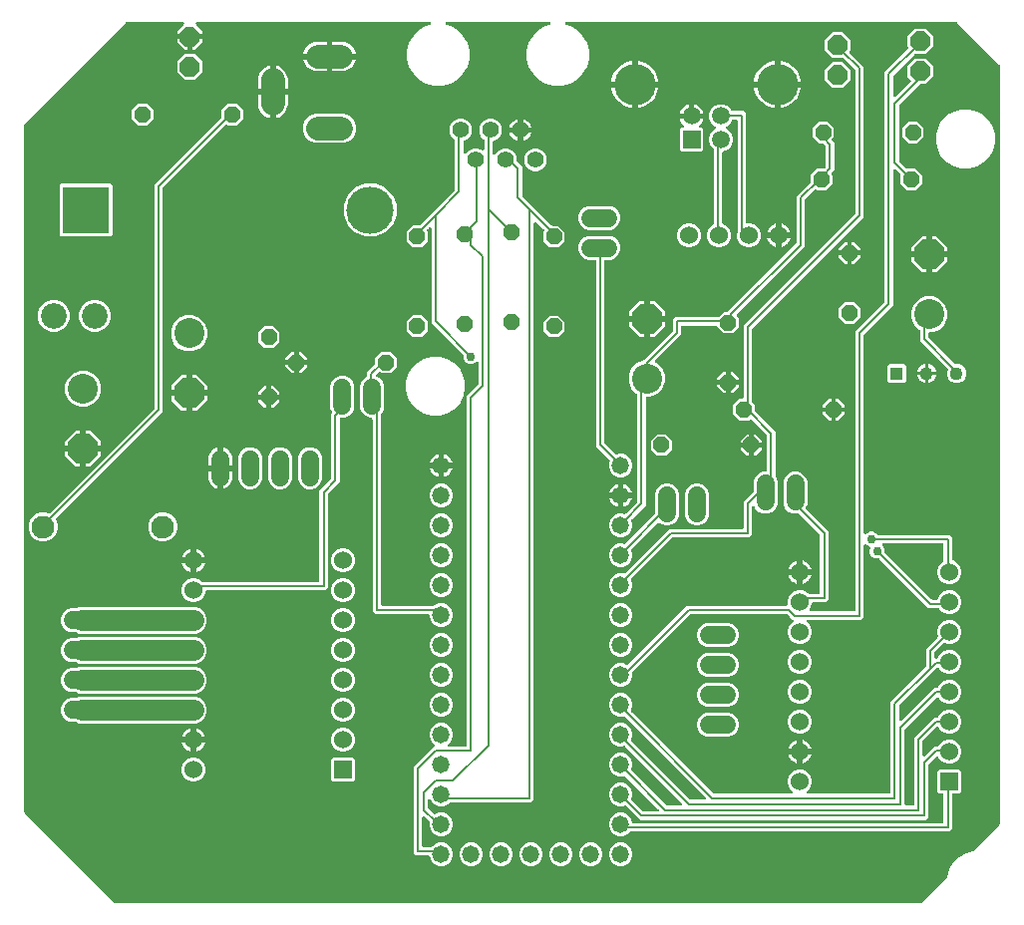
<source format=gbr>
G04 EAGLE Gerber RS-274X export*
G75*
%MOMM*%
%FSLAX34Y34*%
%LPD*%
%INBottom Copper*%
%IPPOS*%
%AMOC8*
5,1,8,0,0,1.08239X$1,22.5*%
G01*
%ADD10C,1.524000*%
%ADD11P,1.429621X8X292.500000*%
%ADD12C,2.540000*%
%ADD13P,2.749271X8X292.500000*%
%ADD14P,1.429621X8X112.500000*%
%ADD15P,2.749271X8X112.500000*%
%ADD16C,1.930400*%
%ADD17R,4.016000X4.016000*%
%ADD18C,4.016000*%
%ADD19C,1.408000*%
%ADD20P,1.814519X8X112.500000*%
%ADD21P,1.429621X8X202.500000*%
%ADD22P,1.429621X8X22.500000*%
%ADD23C,2.184400*%
%ADD24C,1.473200*%
%ADD25R,1.530000X1.530000*%
%ADD26C,1.530000*%
%ADD27C,3.516000*%
%ADD28C,1.508000*%
%ADD29R,1.508000X1.508000*%
%ADD30C,1.524000*%
%ADD31C,2.000000*%
%ADD32C,1.108000*%
%ADD33R,1.108000X1.108000*%
%ADD34C,0.203200*%
%ADD35C,1.750000*%
%ADD36C,0.756400*%

G36*
X772290Y10935D02*
X772290Y10935D01*
X772389Y10938D01*
X772447Y10955D01*
X772508Y10963D01*
X772600Y10999D01*
X772695Y11027D01*
X772747Y11057D01*
X772803Y11080D01*
X772883Y11138D01*
X772969Y11188D01*
X773044Y11254D01*
X773061Y11266D01*
X773068Y11276D01*
X773089Y11294D01*
X794501Y32706D01*
X794557Y32779D01*
X794621Y32845D01*
X794654Y32904D01*
X794696Y32957D01*
X794732Y33042D01*
X794778Y33122D01*
X794815Y33233D01*
X794822Y33249D01*
X794823Y33257D01*
X794829Y33275D01*
X796554Y39712D01*
X799866Y45449D01*
X804551Y50134D01*
X810288Y53446D01*
X816725Y55171D01*
X816811Y55206D01*
X816900Y55231D01*
X816958Y55266D01*
X817020Y55291D01*
X817094Y55346D01*
X817174Y55393D01*
X817262Y55470D01*
X817275Y55481D01*
X817281Y55487D01*
X817294Y55499D01*
X838706Y76911D01*
X838766Y76989D01*
X838834Y77061D01*
X838863Y77114D01*
X838900Y77162D01*
X838940Y77253D01*
X838988Y77339D01*
X839003Y77398D01*
X839027Y77454D01*
X839042Y77552D01*
X839067Y77647D01*
X839073Y77747D01*
X839077Y77768D01*
X839075Y77780D01*
X839077Y77808D01*
X839077Y722192D01*
X839065Y722290D01*
X839062Y722389D01*
X839045Y722447D01*
X839037Y722508D01*
X839001Y722600D01*
X838973Y722695D01*
X838943Y722747D01*
X838920Y722803D01*
X838862Y722883D01*
X838812Y722969D01*
X838746Y723044D01*
X838734Y723061D01*
X838724Y723068D01*
X838706Y723089D01*
X803089Y758706D01*
X803011Y758766D01*
X802939Y758834D01*
X802886Y758863D01*
X802838Y758900D01*
X802747Y758940D01*
X802661Y758988D01*
X802602Y759003D01*
X802546Y759027D01*
X802448Y759042D01*
X802353Y759067D01*
X802253Y759073D01*
X802232Y759077D01*
X802220Y759075D01*
X802192Y759077D01*
X471195Y759077D01*
X471045Y759058D01*
X470892Y759041D01*
X470886Y759038D01*
X470879Y759037D01*
X470738Y758982D01*
X470595Y758927D01*
X470590Y758923D01*
X470583Y758920D01*
X470460Y758831D01*
X470336Y758743D01*
X470332Y758738D01*
X470326Y758734D01*
X470229Y758616D01*
X470131Y758500D01*
X470128Y758494D01*
X470123Y758489D01*
X470059Y758351D01*
X469992Y758214D01*
X469991Y758207D01*
X469988Y758201D01*
X469959Y758052D01*
X469929Y757902D01*
X469929Y757895D01*
X469928Y757889D01*
X469937Y757737D01*
X469945Y757584D01*
X469947Y757578D01*
X469948Y757571D01*
X469995Y757427D01*
X470040Y757281D01*
X470044Y757275D01*
X470046Y757269D01*
X470128Y757139D01*
X470207Y757010D01*
X470212Y757006D01*
X470216Y757000D01*
X470328Y756895D01*
X470437Y756790D01*
X470443Y756787D01*
X470448Y756782D01*
X470581Y756709D01*
X470714Y756633D01*
X470722Y756631D01*
X470726Y756628D01*
X470736Y756626D01*
X470866Y756582D01*
X474097Y755716D01*
X480120Y752239D01*
X485039Y747320D01*
X488516Y741297D01*
X490317Y734578D01*
X490317Y727622D01*
X488516Y720903D01*
X485039Y714880D01*
X480120Y709961D01*
X474097Y706484D01*
X467378Y704683D01*
X460422Y704683D01*
X453703Y706484D01*
X447680Y709961D01*
X442761Y714880D01*
X439284Y720903D01*
X437483Y727622D01*
X437483Y734578D01*
X439284Y741297D01*
X442761Y747320D01*
X447680Y752239D01*
X453703Y755716D01*
X456934Y756582D01*
X457075Y756640D01*
X457217Y756696D01*
X457222Y756700D01*
X457228Y756702D01*
X457351Y756793D01*
X457474Y756882D01*
X457478Y756888D01*
X457484Y756892D01*
X457579Y757010D01*
X457677Y757127D01*
X457680Y757134D01*
X457684Y757139D01*
X457747Y757277D01*
X457812Y757415D01*
X457813Y757422D01*
X457816Y757428D01*
X457843Y757578D01*
X457872Y757728D01*
X457872Y757734D01*
X457873Y757741D01*
X457862Y757894D01*
X457852Y758045D01*
X457850Y758051D01*
X457850Y758058D01*
X457801Y758204D01*
X457754Y758347D01*
X457751Y758353D01*
X457748Y758360D01*
X457665Y758488D01*
X457584Y758616D01*
X457579Y758621D01*
X457575Y758626D01*
X457463Y758730D01*
X457352Y758834D01*
X457347Y758837D01*
X457342Y758842D01*
X457206Y758915D01*
X457074Y758988D01*
X457067Y758989D01*
X457061Y758992D01*
X456913Y759029D01*
X456766Y759067D01*
X456757Y759068D01*
X456753Y759069D01*
X456742Y759069D01*
X456605Y759077D01*
X369595Y759077D01*
X369445Y759058D01*
X369292Y759041D01*
X369286Y759038D01*
X369279Y759037D01*
X369138Y758982D01*
X368995Y758927D01*
X368990Y758923D01*
X368983Y758920D01*
X368860Y758831D01*
X368736Y758743D01*
X368732Y758738D01*
X368726Y758734D01*
X368629Y758616D01*
X368531Y758500D01*
X368528Y758494D01*
X368523Y758489D01*
X368459Y758351D01*
X368392Y758214D01*
X368391Y758207D01*
X368388Y758201D01*
X368359Y758052D01*
X368329Y757902D01*
X368329Y757895D01*
X368328Y757889D01*
X368337Y757737D01*
X368345Y757584D01*
X368347Y757578D01*
X368348Y757571D01*
X368395Y757427D01*
X368440Y757281D01*
X368444Y757275D01*
X368446Y757269D01*
X368528Y757139D01*
X368607Y757010D01*
X368612Y757006D01*
X368616Y757000D01*
X368728Y756895D01*
X368837Y756790D01*
X368843Y756787D01*
X368848Y756782D01*
X368981Y756709D01*
X369114Y756633D01*
X369122Y756631D01*
X369126Y756628D01*
X369136Y756626D01*
X369266Y756582D01*
X372497Y755716D01*
X378520Y752239D01*
X383439Y747320D01*
X386916Y741297D01*
X388717Y734578D01*
X388717Y727622D01*
X386916Y720903D01*
X383439Y714880D01*
X378520Y709961D01*
X372497Y706484D01*
X365778Y704683D01*
X358822Y704683D01*
X352103Y706484D01*
X346080Y709961D01*
X341161Y714880D01*
X337684Y720903D01*
X335883Y727622D01*
X335883Y734578D01*
X337684Y741297D01*
X341161Y747320D01*
X346080Y752239D01*
X352103Y755716D01*
X355334Y756582D01*
X355475Y756640D01*
X355617Y756696D01*
X355622Y756700D01*
X355628Y756702D01*
X355751Y756793D01*
X355874Y756882D01*
X355878Y756888D01*
X355884Y756892D01*
X355979Y757010D01*
X356077Y757127D01*
X356080Y757134D01*
X356084Y757139D01*
X356147Y757277D01*
X356212Y757415D01*
X356213Y757422D01*
X356216Y757428D01*
X356243Y757578D01*
X356272Y757728D01*
X356272Y757734D01*
X356273Y757741D01*
X356262Y757894D01*
X356252Y758045D01*
X356250Y758051D01*
X356250Y758058D01*
X356201Y758204D01*
X356154Y758347D01*
X356151Y758353D01*
X356148Y758360D01*
X356065Y758488D01*
X355984Y758616D01*
X355979Y758621D01*
X355975Y758626D01*
X355863Y758730D01*
X355752Y758834D01*
X355747Y758837D01*
X355742Y758842D01*
X355606Y758915D01*
X355474Y758988D01*
X355467Y758989D01*
X355461Y758992D01*
X355313Y759029D01*
X355166Y759067D01*
X355157Y759068D01*
X355153Y759069D01*
X355142Y759069D01*
X355005Y759077D01*
X157734Y759077D01*
X157596Y759060D01*
X157458Y759047D01*
X157439Y759040D01*
X157418Y759037D01*
X157289Y758986D01*
X157158Y758939D01*
X157142Y758928D01*
X157123Y758920D01*
X157010Y758839D01*
X156895Y758761D01*
X156882Y758745D01*
X156865Y758734D01*
X156777Y758626D01*
X156685Y758522D01*
X156676Y758504D01*
X156663Y758489D01*
X156603Y758363D01*
X156540Y758239D01*
X156536Y758219D01*
X156527Y758201D01*
X156501Y758065D01*
X156471Y757929D01*
X156471Y757908D01*
X156467Y757889D01*
X156476Y757750D01*
X156480Y757611D01*
X156486Y757591D01*
X156487Y757571D01*
X156530Y757439D01*
X156569Y757305D01*
X156579Y757288D01*
X156585Y757269D01*
X156660Y757151D01*
X156730Y757031D01*
X156749Y757010D01*
X156755Y757000D01*
X156770Y756986D01*
X156837Y756911D01*
X162423Y751324D01*
X162423Y748831D01*
X152262Y748831D01*
X152144Y748816D01*
X152025Y748809D01*
X151987Y748796D01*
X151947Y748791D01*
X151836Y748748D01*
X151723Y748711D01*
X151689Y748689D01*
X151651Y748674D01*
X151555Y748605D01*
X151503Y748571D01*
X151485Y748588D01*
X151450Y748608D01*
X151418Y748633D01*
X151311Y748684D01*
X151206Y748742D01*
X151167Y748752D01*
X151131Y748769D01*
X151014Y748791D01*
X150898Y748821D01*
X150838Y748825D01*
X150818Y748829D01*
X150798Y748827D01*
X150738Y748831D01*
X140577Y748831D01*
X140577Y751324D01*
X146163Y756911D01*
X146249Y757020D01*
X146337Y757127D01*
X146346Y757146D01*
X146358Y757162D01*
X146414Y757290D01*
X146473Y757415D01*
X146477Y757435D01*
X146485Y757454D01*
X146507Y757592D01*
X146533Y757728D01*
X146531Y757748D01*
X146535Y757768D01*
X146522Y757907D01*
X146513Y758045D01*
X146507Y758064D01*
X146505Y758084D01*
X146458Y758216D01*
X146415Y758347D01*
X146404Y758365D01*
X146397Y758384D01*
X146319Y758499D01*
X146245Y758616D01*
X146230Y758630D01*
X146219Y758647D01*
X146114Y758739D01*
X146013Y758834D01*
X145995Y758844D01*
X145980Y758857D01*
X145856Y758921D01*
X145735Y758988D01*
X145715Y758993D01*
X145697Y759002D01*
X145561Y759032D01*
X145427Y759067D01*
X145399Y759069D01*
X145387Y759072D01*
X145366Y759071D01*
X145266Y759077D01*
X97808Y759077D01*
X97710Y759065D01*
X97611Y759062D01*
X97553Y759045D01*
X97492Y759037D01*
X97400Y759001D01*
X97305Y758973D01*
X97253Y758943D01*
X97197Y758920D01*
X97117Y758862D01*
X97031Y758812D01*
X96956Y758746D01*
X96939Y758734D01*
X96932Y758724D01*
X96911Y758706D01*
X11294Y673089D01*
X11234Y673011D01*
X11166Y672939D01*
X11143Y672897D01*
X11131Y672883D01*
X11125Y672872D01*
X11100Y672838D01*
X11060Y672747D01*
X11012Y672661D01*
X10997Y672602D01*
X10973Y672546D01*
X10958Y672448D01*
X10933Y672353D01*
X10927Y672253D01*
X10923Y672232D01*
X10925Y672220D01*
X10923Y672192D01*
X10923Y87808D01*
X10935Y87710D01*
X10938Y87611D01*
X10955Y87553D01*
X10963Y87492D01*
X10999Y87400D01*
X11027Y87305D01*
X11057Y87253D01*
X11080Y87197D01*
X11138Y87117D01*
X11188Y87031D01*
X11254Y86956D01*
X11266Y86939D01*
X11276Y86932D01*
X11294Y86911D01*
X86911Y11294D01*
X86989Y11234D01*
X87061Y11166D01*
X87114Y11137D01*
X87162Y11100D01*
X87253Y11060D01*
X87339Y11012D01*
X87398Y10997D01*
X87454Y10973D01*
X87552Y10958D01*
X87647Y10933D01*
X87747Y10927D01*
X87768Y10923D01*
X87780Y10925D01*
X87808Y10923D01*
X772192Y10923D01*
X772290Y10935D01*
G37*
%LPC*%
G36*
X362829Y42493D02*
X362829Y42493D01*
X359188Y44001D01*
X356401Y46788D01*
X354798Y50660D01*
X354783Y50685D01*
X354774Y50713D01*
X354705Y50823D01*
X354640Y50936D01*
X354620Y50957D01*
X354604Y50982D01*
X354510Y51071D01*
X354419Y51164D01*
X354394Y51180D01*
X354372Y51200D01*
X354259Y51263D01*
X354148Y51331D01*
X354120Y51339D01*
X354094Y51354D01*
X353968Y51386D01*
X353844Y51424D01*
X353815Y51426D01*
X353786Y51433D01*
X353625Y51443D01*
X343527Y51443D01*
X341443Y53527D01*
X341443Y126473D01*
X358620Y143650D01*
X358744Y143695D01*
X358761Y143706D01*
X358780Y143714D01*
X358892Y143795D01*
X359008Y143873D01*
X359021Y143889D01*
X359037Y143900D01*
X359126Y144008D01*
X359218Y144112D01*
X359227Y144130D01*
X359240Y144145D01*
X359299Y144271D01*
X359363Y144395D01*
X359367Y144415D01*
X359376Y144433D01*
X359402Y144569D01*
X359432Y144705D01*
X359432Y144726D01*
X359435Y144745D01*
X359427Y144884D01*
X359423Y145023D01*
X359417Y145043D01*
X359416Y145063D01*
X359373Y145195D01*
X359334Y145329D01*
X359324Y145346D01*
X359318Y145365D01*
X359243Y145483D01*
X359173Y145603D01*
X359154Y145624D01*
X359148Y145634D01*
X359133Y145648D01*
X359066Y145723D01*
X356401Y148388D01*
X354893Y152029D01*
X354893Y155971D01*
X356401Y159612D01*
X359188Y162399D01*
X362829Y163907D01*
X366771Y163907D01*
X370412Y162399D01*
X373199Y159612D01*
X374707Y155971D01*
X374707Y152029D01*
X373199Y148388D01*
X370534Y145723D01*
X370448Y145614D01*
X370360Y145507D01*
X370351Y145488D01*
X370339Y145472D01*
X370283Y145344D01*
X370224Y145219D01*
X370221Y145199D01*
X370212Y145180D01*
X370191Y145042D01*
X370165Y144906D01*
X370166Y144886D01*
X370163Y144866D01*
X370176Y144727D01*
X370184Y144589D01*
X370190Y144570D01*
X370192Y144550D01*
X370240Y144418D01*
X370282Y144287D01*
X370293Y144269D01*
X370300Y144250D01*
X370378Y144135D01*
X370452Y144018D01*
X370467Y144004D01*
X370479Y143987D01*
X370583Y143895D01*
X370684Y143800D01*
X370702Y143790D01*
X370717Y143777D01*
X370841Y143713D01*
X370963Y143646D01*
X370982Y143641D01*
X371000Y143632D01*
X371136Y143602D01*
X371271Y143567D01*
X371299Y143565D01*
X371311Y143562D01*
X371331Y143563D01*
X371431Y143557D01*
X385174Y143557D01*
X385292Y143572D01*
X385411Y143579D01*
X385449Y143592D01*
X385490Y143597D01*
X385600Y143640D01*
X385713Y143677D01*
X385748Y143699D01*
X385785Y143714D01*
X385881Y143783D01*
X385982Y143847D01*
X386010Y143877D01*
X386043Y143900D01*
X386119Y143992D01*
X386200Y144079D01*
X386220Y144114D01*
X386245Y144145D01*
X386296Y144253D01*
X386354Y144357D01*
X386364Y144397D01*
X386381Y144433D01*
X386403Y144550D01*
X386433Y144665D01*
X386437Y144725D01*
X386441Y144745D01*
X386439Y144766D01*
X386443Y144826D01*
X386443Y441473D01*
X396072Y451101D01*
X396132Y451180D01*
X396200Y451252D01*
X396229Y451305D01*
X396266Y451353D01*
X396306Y451444D01*
X396354Y451530D01*
X396369Y451589D01*
X396393Y451645D01*
X396408Y451742D01*
X396433Y451838D01*
X396439Y451938D01*
X396443Y451959D01*
X396441Y451971D01*
X396443Y451999D01*
X396443Y469437D01*
X396426Y469575D01*
X396413Y469714D01*
X396406Y469733D01*
X396403Y469753D01*
X396352Y469882D01*
X396305Y470013D01*
X396294Y470030D01*
X396286Y470049D01*
X396205Y470161D01*
X396127Y470276D01*
X396111Y470290D01*
X396100Y470306D01*
X395992Y470395D01*
X395888Y470487D01*
X395870Y470496D01*
X395855Y470509D01*
X395729Y470568D01*
X395605Y470631D01*
X395585Y470636D01*
X395567Y470644D01*
X395430Y470670D01*
X395295Y470701D01*
X395274Y470700D01*
X395255Y470704D01*
X395116Y470695D01*
X394977Y470691D01*
X394957Y470686D01*
X394937Y470684D01*
X394805Y470642D01*
X394671Y470603D01*
X394654Y470592D01*
X394635Y470586D01*
X394517Y470512D01*
X394397Y470441D01*
X394376Y470423D01*
X394366Y470416D01*
X394352Y470401D01*
X394277Y470335D01*
X393582Y469640D01*
X391258Y468677D01*
X388742Y468677D01*
X386418Y469640D01*
X384640Y471418D01*
X383677Y473742D01*
X383677Y475767D01*
X383665Y475865D01*
X383662Y475964D01*
X383645Y476022D01*
X383637Y476083D01*
X383601Y476175D01*
X383573Y476270D01*
X383543Y476322D01*
X383520Y476378D01*
X383462Y476458D01*
X383412Y476544D01*
X383346Y476619D01*
X383334Y476636D01*
X383324Y476643D01*
X383306Y476665D01*
X356443Y503527D01*
X356443Y583349D01*
X356426Y583487D01*
X356413Y583625D01*
X356406Y583645D01*
X356403Y583665D01*
X356352Y583794D01*
X356305Y583925D01*
X356294Y583942D01*
X356286Y583960D01*
X356205Y584073D01*
X356127Y584188D01*
X356111Y584201D01*
X356100Y584218D01*
X355992Y584306D01*
X355888Y584398D01*
X355870Y584408D01*
X355855Y584420D01*
X355729Y584480D01*
X355605Y584543D01*
X355585Y584547D01*
X355567Y584556D01*
X355431Y584582D01*
X355295Y584613D01*
X355274Y584612D01*
X355255Y584616D01*
X355116Y584607D01*
X354977Y584603D01*
X354957Y584597D01*
X354937Y584596D01*
X354805Y584553D01*
X354671Y584515D01*
X354654Y584504D01*
X354635Y584498D01*
X354517Y584424D01*
X354397Y584353D01*
X354376Y584334D01*
X354366Y584328D01*
X354352Y584313D01*
X354277Y584247D01*
X353179Y583149D01*
X353106Y583055D01*
X353027Y582966D01*
X353009Y582929D01*
X352984Y582898D01*
X352936Y582788D01*
X352882Y582682D01*
X352874Y582643D01*
X352857Y582606D01*
X352839Y582488D01*
X352813Y582372D01*
X352814Y582332D01*
X352808Y582292D01*
X352819Y582173D01*
X352822Y582054D01*
X352834Y582015D01*
X352837Y581975D01*
X352878Y581863D01*
X352911Y581749D01*
X352931Y581714D01*
X352945Y581676D01*
X353012Y581577D01*
X353072Y581475D01*
X353112Y581429D01*
X353124Y581413D01*
X353139Y581399D01*
X353179Y581354D01*
X353645Y580888D01*
X353645Y573312D01*
X348288Y567955D01*
X340712Y567955D01*
X335355Y573312D01*
X335355Y580888D01*
X340712Y586245D01*
X345689Y586245D01*
X345787Y586257D01*
X345886Y586260D01*
X345944Y586277D01*
X346005Y586285D01*
X346097Y586321D01*
X346192Y586349D01*
X346244Y586379D01*
X346300Y586402D01*
X346380Y586460D01*
X346466Y586510D01*
X346541Y586576D01*
X346558Y586588D01*
X346565Y586598D01*
X346587Y586616D01*
X376072Y616101D01*
X376132Y616180D01*
X376200Y616252D01*
X376229Y616305D01*
X376266Y616353D01*
X376306Y616444D01*
X376354Y616530D01*
X376369Y616589D01*
X376393Y616645D01*
X376408Y616743D01*
X376433Y616838D01*
X376439Y616938D01*
X376443Y616959D01*
X376441Y616971D01*
X376443Y616999D01*
X376443Y658432D01*
X376431Y658530D01*
X376428Y658629D01*
X376411Y658687D01*
X376403Y658747D01*
X376367Y658839D01*
X376339Y658935D01*
X376309Y658987D01*
X376286Y659043D01*
X376228Y659123D01*
X376178Y659208D01*
X376112Y659284D01*
X376100Y659300D01*
X376090Y659308D01*
X376072Y659329D01*
X373228Y662173D01*
X371769Y665694D01*
X371769Y669506D01*
X373228Y673027D01*
X375923Y675722D01*
X379444Y677181D01*
X383256Y677181D01*
X386777Y675722D01*
X389472Y673027D01*
X390931Y669506D01*
X390931Y665694D01*
X389472Y662173D01*
X386777Y659478D01*
X384340Y658468D01*
X384315Y658454D01*
X384287Y658445D01*
X384177Y658375D01*
X384064Y658311D01*
X384043Y658290D01*
X384018Y658275D01*
X383929Y658180D01*
X383836Y658090D01*
X383820Y658064D01*
X383800Y658043D01*
X383737Y657929D01*
X383669Y657819D01*
X383661Y657790D01*
X383646Y657764D01*
X383614Y657639D01*
X383576Y657515D01*
X383574Y657485D01*
X383567Y657457D01*
X383557Y657296D01*
X383557Y648284D01*
X383565Y648214D01*
X383564Y648144D01*
X383585Y648057D01*
X383597Y647968D01*
X383622Y647903D01*
X383639Y647835D01*
X383681Y647756D01*
X383714Y647672D01*
X383755Y647616D01*
X383787Y647554D01*
X383848Y647488D01*
X383900Y647415D01*
X383954Y647370D01*
X384001Y647319D01*
X384076Y647269D01*
X384145Y647212D01*
X384209Y647182D01*
X384267Y647144D01*
X384352Y647115D01*
X384433Y647077D01*
X384502Y647064D01*
X384568Y647041D01*
X384657Y647034D01*
X384745Y647017D01*
X384815Y647021D01*
X384885Y647016D01*
X384973Y647031D01*
X385063Y647037D01*
X385129Y647058D01*
X385198Y647070D01*
X385280Y647107D01*
X385365Y647135D01*
X385424Y647172D01*
X385488Y647201D01*
X385558Y647257D01*
X385634Y647305D01*
X385682Y647356D01*
X385737Y647399D01*
X385791Y647471D01*
X385852Y647536D01*
X385870Y647569D01*
X388623Y650322D01*
X392144Y651781D01*
X395956Y651781D01*
X399688Y650235D01*
X399736Y650222D01*
X399781Y650200D01*
X399889Y650180D01*
X399995Y650151D01*
X400045Y650150D01*
X400094Y650141D01*
X400203Y650147D01*
X400313Y650146D01*
X400361Y650157D01*
X400411Y650160D01*
X400515Y650194D01*
X400622Y650220D01*
X400666Y650243D01*
X400713Y650258D01*
X400806Y650317D01*
X400903Y650369D01*
X400940Y650402D01*
X400982Y650429D01*
X401057Y650509D01*
X401139Y650582D01*
X401166Y650624D01*
X401200Y650660D01*
X401253Y650756D01*
X401313Y650848D01*
X401330Y650895D01*
X401354Y650939D01*
X401381Y651045D01*
X401417Y651149D01*
X401421Y651199D01*
X401433Y651247D01*
X401443Y651407D01*
X401443Y658832D01*
X401431Y658930D01*
X401428Y659029D01*
X401411Y659087D01*
X401403Y659147D01*
X401367Y659239D01*
X401339Y659335D01*
X401309Y659387D01*
X401286Y659443D01*
X401228Y659523D01*
X401178Y659608D01*
X401112Y659684D01*
X401100Y659700D01*
X401090Y659708D01*
X401072Y659729D01*
X398628Y662173D01*
X397169Y665694D01*
X397169Y669506D01*
X398628Y673027D01*
X401323Y675722D01*
X404844Y677181D01*
X408656Y677181D01*
X412177Y675722D01*
X414872Y673027D01*
X416331Y669506D01*
X416331Y665694D01*
X414872Y662173D01*
X412177Y659478D01*
X409340Y658303D01*
X409315Y658288D01*
X409287Y658279D01*
X409177Y658210D01*
X409064Y658145D01*
X409043Y658125D01*
X409018Y658109D01*
X408929Y658014D01*
X408836Y657924D01*
X408820Y657899D01*
X408800Y657877D01*
X408737Y657764D01*
X408669Y657653D01*
X408661Y657625D01*
X408646Y657599D01*
X408614Y657473D01*
X408576Y657349D01*
X408574Y657319D01*
X408567Y657291D01*
X408557Y657130D01*
X408557Y647318D01*
X408565Y647249D01*
X408564Y647179D01*
X408585Y647091D01*
X408597Y647002D01*
X408622Y646937D01*
X408639Y646870D01*
X408681Y646790D01*
X408714Y646707D01*
X408755Y646650D01*
X408787Y646588D01*
X408848Y646522D01*
X408900Y646449D01*
X408954Y646405D01*
X409001Y646353D01*
X409076Y646304D01*
X409145Y646247D01*
X409209Y646217D01*
X409267Y646178D01*
X409352Y646149D01*
X409433Y646111D01*
X409502Y646098D01*
X409568Y646075D01*
X409657Y646068D01*
X409745Y646051D01*
X409815Y646056D01*
X409885Y646050D01*
X409973Y646065D01*
X410063Y646071D01*
X410129Y646092D01*
X410198Y646104D01*
X410280Y646141D01*
X410365Y646169D01*
X410424Y646206D01*
X410488Y646235D01*
X410558Y646291D01*
X410634Y646339D01*
X410682Y646390D01*
X410736Y646434D01*
X410791Y646505D01*
X410852Y646571D01*
X410886Y646632D01*
X410928Y646688D01*
X410999Y646832D01*
X411328Y647627D01*
X414023Y650322D01*
X417544Y651781D01*
X421356Y651781D01*
X424877Y650322D01*
X427572Y647627D01*
X429031Y644106D01*
X429031Y641525D01*
X429043Y641427D01*
X429046Y641328D01*
X429063Y641270D01*
X429071Y641209D01*
X429107Y641117D01*
X429135Y641022D01*
X429165Y640970D01*
X429188Y640914D01*
X429246Y640834D01*
X429296Y640748D01*
X429362Y640673D01*
X429374Y640656D01*
X429384Y640649D01*
X429402Y640627D01*
X433557Y636473D01*
X433557Y611999D01*
X433569Y611901D01*
X433572Y611802D01*
X433589Y611744D01*
X433597Y611683D01*
X433633Y611591D01*
X433661Y611496D01*
X433691Y611444D01*
X433714Y611388D01*
X433772Y611308D01*
X433822Y611222D01*
X433888Y611147D01*
X433900Y611130D01*
X433910Y611123D01*
X433928Y611101D01*
X458613Y586416D01*
X458692Y586356D01*
X458764Y586288D01*
X458817Y586259D01*
X458865Y586222D01*
X458956Y586182D01*
X459042Y586134D01*
X459101Y586119D01*
X459157Y586095D01*
X459255Y586080D01*
X459350Y586055D01*
X459450Y586049D01*
X459471Y586045D01*
X459483Y586047D01*
X459511Y586045D01*
X464488Y586045D01*
X469845Y580688D01*
X469845Y573112D01*
X464488Y567755D01*
X456912Y567755D01*
X451555Y573112D01*
X451555Y580688D01*
X452021Y581154D01*
X452094Y581248D01*
X452173Y581337D01*
X452191Y581373D01*
X452216Y581405D01*
X452263Y581514D01*
X452318Y581620D01*
X452326Y581660D01*
X452343Y581697D01*
X452361Y581815D01*
X452387Y581931D01*
X452386Y581971D01*
X452392Y582011D01*
X452381Y582130D01*
X452378Y582249D01*
X452366Y582287D01*
X452363Y582328D01*
X452322Y582440D01*
X452289Y582554D01*
X452269Y582589D01*
X452255Y582627D01*
X452188Y582725D01*
X452128Y582828D01*
X452088Y582873D01*
X452076Y582890D01*
X452061Y582904D01*
X452021Y582949D01*
X445723Y589247D01*
X445614Y589332D01*
X445507Y589420D01*
X445488Y589429D01*
X445472Y589442D01*
X445344Y589497D01*
X445219Y589556D01*
X445199Y589560D01*
X445180Y589568D01*
X445042Y589590D01*
X444906Y589616D01*
X444886Y589615D01*
X444866Y589618D01*
X444727Y589605D01*
X444589Y589596D01*
X444570Y589590D01*
X444550Y589588D01*
X444418Y589541D01*
X444287Y589498D01*
X444269Y589487D01*
X444250Y589480D01*
X444135Y589402D01*
X444018Y589328D01*
X444004Y589313D01*
X443987Y589302D01*
X443895Y589197D01*
X443800Y589096D01*
X443790Y589079D01*
X443777Y589063D01*
X443713Y588939D01*
X443646Y588818D01*
X443641Y588798D01*
X443632Y588780D01*
X443602Y588644D01*
X443567Y588510D01*
X443565Y588482D01*
X443562Y588470D01*
X443563Y588449D01*
X443557Y588349D01*
X443557Y98527D01*
X441473Y96443D01*
X372579Y96443D01*
X372481Y96431D01*
X372382Y96428D01*
X372324Y96411D01*
X372264Y96403D01*
X372172Y96367D01*
X372076Y96339D01*
X372024Y96309D01*
X371968Y96286D01*
X371888Y96228D01*
X371803Y96178D01*
X371727Y96112D01*
X371711Y96100D01*
X371703Y96090D01*
X371682Y96072D01*
X370412Y94801D01*
X366771Y93293D01*
X362829Y93293D01*
X359188Y94801D01*
X356401Y97588D01*
X355999Y98561D01*
X355964Y98622D01*
X355938Y98686D01*
X355886Y98759D01*
X355841Y98837D01*
X355793Y98887D01*
X355752Y98944D01*
X355682Y99001D01*
X355620Y99066D01*
X355560Y99102D01*
X355507Y99147D01*
X355425Y99185D01*
X355349Y99232D01*
X355282Y99252D01*
X355219Y99282D01*
X355131Y99299D01*
X355045Y99325D01*
X354975Y99329D01*
X354906Y99342D01*
X354817Y99336D01*
X354727Y99341D01*
X354659Y99326D01*
X354589Y99322D01*
X354504Y99294D01*
X354416Y99276D01*
X354353Y99246D01*
X354287Y99224D01*
X354211Y99176D01*
X354130Y99137D01*
X354077Y99091D01*
X354018Y99054D01*
X353956Y98988D01*
X353888Y98930D01*
X353848Y98873D01*
X353800Y98822D01*
X353756Y98744D01*
X353705Y98670D01*
X353680Y98605D01*
X353646Y98544D01*
X353624Y98457D01*
X353592Y98373D01*
X353584Y98304D01*
X353567Y98236D01*
X353557Y98075D01*
X353557Y91999D01*
X353569Y91901D01*
X353572Y91802D01*
X353589Y91744D01*
X353597Y91683D01*
X353633Y91591D01*
X353661Y91496D01*
X353691Y91444D01*
X353714Y91388D01*
X353772Y91308D01*
X353822Y91222D01*
X353888Y91147D01*
X353900Y91130D01*
X353910Y91123D01*
X353928Y91101D01*
X358336Y86694D01*
X358360Y86676D01*
X358379Y86653D01*
X358485Y86578D01*
X358588Y86499D01*
X358615Y86487D01*
X358639Y86470D01*
X358760Y86424D01*
X358879Y86372D01*
X358909Y86368D01*
X358936Y86357D01*
X359065Y86343D01*
X359193Y86323D01*
X359223Y86325D01*
X359252Y86322D01*
X359381Y86340D01*
X359510Y86352D01*
X359538Y86362D01*
X359567Y86366D01*
X359719Y86419D01*
X362829Y87707D01*
X366771Y87707D01*
X370412Y86199D01*
X373199Y83412D01*
X374707Y79771D01*
X374707Y75829D01*
X373199Y72188D01*
X370412Y69401D01*
X366771Y67893D01*
X362829Y67893D01*
X359188Y69401D01*
X356401Y72188D01*
X354893Y75829D01*
X354893Y79551D01*
X354881Y79649D01*
X354878Y79748D01*
X354861Y79806D01*
X354853Y79867D01*
X354817Y79959D01*
X354789Y80054D01*
X354759Y80106D01*
X354736Y80162D01*
X354678Y80242D01*
X354628Y80328D01*
X354562Y80403D01*
X354550Y80420D01*
X354540Y80427D01*
X354522Y80449D01*
X350723Y84247D01*
X350614Y84332D01*
X350507Y84420D01*
X350488Y84429D01*
X350472Y84442D01*
X350344Y84497D01*
X350219Y84556D01*
X350199Y84560D01*
X350180Y84568D01*
X350042Y84590D01*
X349906Y84616D01*
X349886Y84615D01*
X349866Y84618D01*
X349727Y84605D01*
X349589Y84596D01*
X349570Y84590D01*
X349550Y84588D01*
X349418Y84541D01*
X349287Y84498D01*
X349269Y84487D01*
X349250Y84480D01*
X349135Y84402D01*
X349018Y84328D01*
X349004Y84313D01*
X348987Y84302D01*
X348895Y84198D01*
X348800Y84096D01*
X348790Y84078D01*
X348777Y84063D01*
X348713Y83939D01*
X348646Y83818D01*
X348641Y83798D01*
X348632Y83780D01*
X348602Y83644D01*
X348567Y83510D01*
X348565Y83482D01*
X348562Y83470D01*
X348563Y83449D01*
X348557Y83349D01*
X348557Y59826D01*
X348572Y59708D01*
X348579Y59589D01*
X348592Y59551D01*
X348597Y59510D01*
X348640Y59400D01*
X348677Y59287D01*
X348699Y59252D01*
X348714Y59215D01*
X348783Y59119D01*
X348847Y59018D01*
X348877Y58990D01*
X348900Y58957D01*
X348992Y58881D01*
X349079Y58800D01*
X349114Y58780D01*
X349145Y58755D01*
X349253Y58704D01*
X349357Y58646D01*
X349397Y58636D01*
X349433Y58619D01*
X349550Y58597D01*
X349665Y58567D01*
X349725Y58563D01*
X349745Y58559D01*
X349766Y58561D01*
X349826Y58557D01*
X356421Y58557D01*
X356519Y58569D01*
X356618Y58572D01*
X356676Y58589D01*
X356736Y58597D01*
X356828Y58633D01*
X356923Y58661D01*
X356976Y58691D01*
X357032Y58714D01*
X357112Y58772D01*
X357197Y58822D01*
X357273Y58888D01*
X357289Y58900D01*
X357297Y58910D01*
X357318Y58928D01*
X359188Y60799D01*
X362829Y62307D01*
X366771Y62307D01*
X370412Y60799D01*
X373199Y58012D01*
X374707Y54371D01*
X374707Y50429D01*
X373199Y46788D01*
X370412Y44001D01*
X366771Y42493D01*
X362829Y42493D01*
G37*
%LPD*%
%LPC*%
G36*
X533527Y81443D02*
X533527Y81443D01*
X521542Y93428D01*
X521519Y93446D01*
X521500Y93468D01*
X521394Y93543D01*
X521291Y93623D01*
X521264Y93634D01*
X521240Y93651D01*
X521119Y93697D01*
X520999Y93749D01*
X520970Y93754D01*
X520942Y93764D01*
X520814Y93778D01*
X520685Y93799D01*
X520656Y93796D01*
X520626Y93799D01*
X520498Y93781D01*
X520369Y93769D01*
X520341Y93759D01*
X520312Y93755D01*
X520159Y93703D01*
X519171Y93293D01*
X515229Y93293D01*
X511588Y94801D01*
X508801Y97588D01*
X507293Y101229D01*
X507293Y105171D01*
X508801Y108812D01*
X511588Y111599D01*
X515229Y113107D01*
X519171Y113107D01*
X522812Y111599D01*
X525599Y108812D01*
X527107Y105171D01*
X527107Y101229D01*
X526463Y99675D01*
X526455Y99647D01*
X526442Y99620D01*
X526413Y99494D01*
X526379Y99368D01*
X526379Y99339D01*
X526372Y99310D01*
X526376Y99180D01*
X526374Y99050D01*
X526381Y99022D01*
X526382Y98992D01*
X526418Y98868D01*
X526448Y98741D01*
X526462Y98715D01*
X526470Y98687D01*
X526536Y98575D01*
X526597Y98460D01*
X526617Y98438D01*
X526632Y98413D01*
X526738Y98292D01*
X536101Y88928D01*
X536180Y88868D01*
X536252Y88800D01*
X536305Y88771D01*
X536353Y88734D01*
X536444Y88694D01*
X536530Y88646D01*
X536589Y88631D01*
X536645Y88607D01*
X536743Y88592D01*
X536838Y88567D01*
X536938Y88561D01*
X536959Y88557D01*
X536971Y88559D01*
X536999Y88557D01*
X548349Y88557D01*
X548487Y88574D01*
X548625Y88587D01*
X548645Y88594D01*
X548665Y88597D01*
X548794Y88648D01*
X548925Y88695D01*
X548942Y88706D01*
X548960Y88714D01*
X549073Y88795D01*
X549188Y88873D01*
X549201Y88889D01*
X549218Y88900D01*
X549306Y89008D01*
X549398Y89112D01*
X549408Y89130D01*
X549420Y89145D01*
X549480Y89271D01*
X549543Y89395D01*
X549547Y89415D01*
X549556Y89433D01*
X549582Y89569D01*
X549613Y89705D01*
X549612Y89726D01*
X549616Y89745D01*
X549607Y89884D01*
X549603Y90023D01*
X549597Y90043D01*
X549596Y90063D01*
X549553Y90195D01*
X549515Y90329D01*
X549504Y90346D01*
X549498Y90365D01*
X549424Y90483D01*
X549353Y90603D01*
X549334Y90624D01*
X549328Y90634D01*
X549313Y90648D01*
X549247Y90723D01*
X521260Y118710D01*
X521236Y118729D01*
X521217Y118751D01*
X521111Y118826D01*
X521008Y118905D01*
X520981Y118917D01*
X520957Y118934D01*
X520836Y118980D01*
X520716Y119032D01*
X520687Y119036D01*
X520660Y119047D01*
X520531Y119061D01*
X520402Y119082D01*
X520373Y119079D01*
X520344Y119082D01*
X520215Y119064D01*
X520086Y119052D01*
X520058Y119042D01*
X520029Y119038D01*
X519876Y118986D01*
X519171Y118693D01*
X515229Y118693D01*
X511588Y120201D01*
X508801Y122988D01*
X507293Y126629D01*
X507293Y130571D01*
X508801Y134212D01*
X511588Y136999D01*
X515229Y138507D01*
X519171Y138507D01*
X522812Y136999D01*
X525599Y134212D01*
X527107Y130571D01*
X527107Y126629D01*
X526346Y124792D01*
X526338Y124764D01*
X526325Y124738D01*
X526296Y124611D01*
X526262Y124486D01*
X526261Y124456D01*
X526255Y124427D01*
X526259Y124297D01*
X526257Y124168D01*
X526264Y124139D01*
X526265Y124109D01*
X526301Y123985D01*
X526331Y123858D01*
X526345Y123832D01*
X526353Y123804D01*
X526419Y123692D01*
X526480Y123577D01*
X526499Y123555D01*
X526514Y123530D01*
X526621Y123409D01*
X556101Y93928D01*
X556180Y93868D01*
X556252Y93800D01*
X556305Y93771D01*
X556353Y93734D01*
X556444Y93694D01*
X556530Y93646D01*
X556589Y93631D01*
X556645Y93607D01*
X556743Y93592D01*
X556838Y93567D01*
X556938Y93561D01*
X556959Y93557D01*
X556971Y93559D01*
X556999Y93557D01*
X568349Y93557D01*
X568487Y93574D01*
X568625Y93587D01*
X568645Y93594D01*
X568665Y93597D01*
X568794Y93648D01*
X568925Y93695D01*
X568942Y93706D01*
X568960Y93714D01*
X569073Y93795D01*
X569188Y93873D01*
X569201Y93889D01*
X569218Y93900D01*
X569306Y94008D01*
X569398Y94112D01*
X569408Y94130D01*
X569420Y94145D01*
X569480Y94271D01*
X569543Y94395D01*
X569547Y94415D01*
X569556Y94433D01*
X569582Y94569D01*
X569613Y94705D01*
X569612Y94726D01*
X569616Y94745D01*
X569607Y94884D01*
X569603Y95023D01*
X569597Y95043D01*
X569596Y95063D01*
X569553Y95195D01*
X569515Y95329D01*
X569504Y95346D01*
X569498Y95365D01*
X569424Y95483D01*
X569353Y95603D01*
X569334Y95624D01*
X569328Y95634D01*
X569313Y95648D01*
X569247Y95723D01*
X520977Y143993D01*
X520953Y144011D01*
X520934Y144034D01*
X520828Y144108D01*
X520725Y144188D01*
X520698Y144200D01*
X520674Y144217D01*
X520553Y144263D01*
X520434Y144315D01*
X520404Y144319D01*
X520377Y144330D01*
X520248Y144344D01*
X520120Y144364D01*
X520090Y144362D01*
X520061Y144365D01*
X519932Y144347D01*
X519803Y144335D01*
X519775Y144325D01*
X519746Y144321D01*
X519593Y144268D01*
X519171Y144093D01*
X515229Y144093D01*
X511588Y145601D01*
X508801Y148388D01*
X507293Y152029D01*
X507293Y155971D01*
X508801Y159612D01*
X511588Y162399D01*
X515229Y163907D01*
X519171Y163907D01*
X522812Y162399D01*
X525599Y159612D01*
X527107Y155971D01*
X527107Y152029D01*
X526229Y149909D01*
X526221Y149881D01*
X526207Y149855D01*
X526179Y149728D01*
X526145Y149603D01*
X526144Y149573D01*
X526138Y149544D01*
X526142Y149415D01*
X526140Y149285D01*
X526146Y149256D01*
X526147Y149226D01*
X526183Y149102D01*
X526214Y148975D01*
X526228Y148949D01*
X526236Y148921D01*
X526302Y148809D01*
X526362Y148694D01*
X526382Y148673D01*
X526397Y148647D01*
X526504Y148526D01*
X576101Y98928D01*
X576180Y98868D01*
X576252Y98800D01*
X576305Y98771D01*
X576353Y98734D01*
X576444Y98694D01*
X576530Y98646D01*
X576589Y98631D01*
X576645Y98607D01*
X576743Y98592D01*
X576838Y98567D01*
X576938Y98561D01*
X576959Y98557D01*
X576971Y98559D01*
X576999Y98557D01*
X588349Y98557D01*
X588487Y98574D01*
X588625Y98587D01*
X588645Y98594D01*
X588665Y98597D01*
X588794Y98648D01*
X588925Y98695D01*
X588942Y98706D01*
X588960Y98714D01*
X589073Y98795D01*
X589188Y98873D01*
X589201Y98889D01*
X589218Y98900D01*
X589306Y99008D01*
X589398Y99112D01*
X589408Y99130D01*
X589420Y99145D01*
X589480Y99271D01*
X589543Y99395D01*
X589547Y99415D01*
X589556Y99433D01*
X589582Y99569D01*
X589613Y99705D01*
X589612Y99726D01*
X589616Y99745D01*
X589607Y99884D01*
X589603Y100023D01*
X589597Y100043D01*
X589596Y100063D01*
X589553Y100195D01*
X589515Y100329D01*
X589504Y100346D01*
X589498Y100365D01*
X589424Y100483D01*
X589353Y100603D01*
X589334Y100624D01*
X589328Y100634D01*
X589313Y100648D01*
X589247Y100723D01*
X520694Y169276D01*
X520671Y169294D01*
X520651Y169317D01*
X520545Y169391D01*
X520443Y169471D01*
X520415Y169483D01*
X520391Y169500D01*
X520270Y169546D01*
X520151Y169597D01*
X520122Y169602D01*
X520094Y169613D01*
X519965Y169627D01*
X519837Y169647D01*
X519807Y169645D01*
X519778Y169648D01*
X519649Y169630D01*
X519520Y169617D01*
X519492Y169607D01*
X519463Y169603D01*
X519311Y169551D01*
X519171Y169493D01*
X515229Y169493D01*
X511588Y171001D01*
X508801Y173788D01*
X507293Y177429D01*
X507293Y181371D01*
X508801Y185012D01*
X511588Y187799D01*
X515229Y189307D01*
X519171Y189307D01*
X522812Y187799D01*
X525599Y185012D01*
X527107Y181371D01*
X527107Y177429D01*
X526111Y175027D01*
X526104Y174998D01*
X526090Y174972D01*
X526062Y174845D01*
X526028Y174720D01*
X526027Y174690D01*
X526021Y174662D01*
X526025Y174532D01*
X526022Y174402D01*
X526029Y174373D01*
X526030Y174344D01*
X526066Y174219D01*
X526097Y174093D01*
X526110Y174066D01*
X526119Y174038D01*
X526185Y173926D01*
X526245Y173811D01*
X526265Y173790D01*
X526280Y173764D01*
X526387Y173643D01*
X596101Y103928D01*
X596180Y103868D01*
X596252Y103800D01*
X596305Y103771D01*
X596353Y103734D01*
X596444Y103694D01*
X596530Y103646D01*
X596589Y103631D01*
X596645Y103607D01*
X596743Y103592D01*
X596838Y103567D01*
X596938Y103561D01*
X596959Y103557D01*
X596971Y103559D01*
X596999Y103557D01*
X662467Y103557D01*
X662605Y103574D01*
X662744Y103587D01*
X662763Y103594D01*
X662783Y103597D01*
X662912Y103648D01*
X663043Y103695D01*
X663060Y103706D01*
X663078Y103714D01*
X663191Y103795D01*
X663306Y103873D01*
X663319Y103889D01*
X663336Y103900D01*
X663425Y104008D01*
X663516Y104112D01*
X663526Y104130D01*
X663539Y104145D01*
X663598Y104271D01*
X663661Y104395D01*
X663665Y104415D01*
X663674Y104433D01*
X663700Y104569D01*
X663731Y104705D01*
X663730Y104726D01*
X663734Y104745D01*
X663725Y104884D01*
X663721Y105023D01*
X663715Y105043D01*
X663714Y105063D01*
X663671Y105195D01*
X663633Y105329D01*
X663622Y105346D01*
X663616Y105365D01*
X663541Y105483D01*
X663471Y105603D01*
X663453Y105624D01*
X663446Y105634D01*
X663431Y105648D01*
X663365Y105723D01*
X660761Y108327D01*
X659209Y112073D01*
X659209Y116127D01*
X660761Y119873D01*
X663627Y122739D01*
X667373Y124291D01*
X671427Y124291D01*
X675173Y122739D01*
X678039Y119873D01*
X679591Y116127D01*
X679591Y112073D01*
X678039Y108327D01*
X675435Y105723D01*
X675350Y105614D01*
X675261Y105507D01*
X675253Y105488D01*
X675240Y105472D01*
X675185Y105344D01*
X675126Y105219D01*
X675122Y105199D01*
X675114Y105180D01*
X675092Y105042D01*
X675066Y104906D01*
X675067Y104886D01*
X675064Y104866D01*
X675077Y104727D01*
X675086Y104589D01*
X675092Y104570D01*
X675094Y104550D01*
X675141Y104418D01*
X675184Y104287D01*
X675195Y104269D01*
X675202Y104250D01*
X675280Y104135D01*
X675354Y104018D01*
X675369Y104004D01*
X675380Y103987D01*
X675484Y103895D01*
X675586Y103800D01*
X675603Y103790D01*
X675619Y103777D01*
X675743Y103713D01*
X675864Y103646D01*
X675884Y103641D01*
X675902Y103632D01*
X676038Y103602D01*
X676172Y103567D01*
X676200Y103565D01*
X676212Y103562D01*
X676233Y103563D01*
X676333Y103557D01*
X745174Y103557D01*
X745292Y103572D01*
X745411Y103579D01*
X745449Y103592D01*
X745490Y103597D01*
X745600Y103640D01*
X745713Y103677D01*
X745748Y103699D01*
X745785Y103714D01*
X745881Y103783D01*
X745982Y103847D01*
X746010Y103877D01*
X746043Y103900D01*
X746119Y103992D01*
X746200Y104079D01*
X746220Y104114D01*
X746245Y104145D01*
X746296Y104253D01*
X746354Y104357D01*
X746364Y104397D01*
X746381Y104433D01*
X746403Y104550D01*
X746433Y104665D01*
X746437Y104725D01*
X746441Y104745D01*
X746440Y104762D01*
X746441Y104767D01*
X746440Y104776D01*
X746443Y104826D01*
X746443Y181473D01*
X776072Y211101D01*
X776132Y211180D01*
X776200Y211252D01*
X776229Y211305D01*
X776266Y211353D01*
X776306Y211444D01*
X776354Y211530D01*
X776369Y211589D01*
X776393Y211645D01*
X776408Y211743D01*
X776433Y211838D01*
X776439Y211938D01*
X776443Y211959D01*
X776441Y211971D01*
X776443Y211999D01*
X776443Y226473D01*
X778899Y228928D01*
X786440Y236470D01*
X786458Y236493D01*
X786480Y236512D01*
X786555Y236618D01*
X786635Y236721D01*
X786646Y236748D01*
X786663Y236772D01*
X786709Y236893D01*
X786761Y237013D01*
X786765Y237042D01*
X786776Y237069D01*
X786790Y237198D01*
X786811Y237327D01*
X786808Y237356D01*
X786811Y237385D01*
X786793Y237514D01*
X786781Y237643D01*
X786771Y237671D01*
X786767Y237700D01*
X786715Y237853D01*
X786209Y239073D01*
X786209Y243127D01*
X787761Y246873D01*
X790627Y249739D01*
X794373Y251291D01*
X798427Y251291D01*
X802173Y249739D01*
X805039Y246873D01*
X806591Y243127D01*
X806591Y239073D01*
X805039Y235327D01*
X802173Y232461D01*
X798427Y230909D01*
X794373Y230909D01*
X792728Y231590D01*
X792700Y231598D01*
X792674Y231612D01*
X792547Y231640D01*
X792422Y231674D01*
X792392Y231675D01*
X792363Y231681D01*
X792234Y231677D01*
X792104Y231679D01*
X792075Y231673D01*
X792046Y231672D01*
X791921Y231636D01*
X791795Y231605D01*
X791768Y231591D01*
X791740Y231583D01*
X791628Y231517D01*
X791513Y231457D01*
X791492Y231437D01*
X791466Y231422D01*
X791345Y231315D01*
X783928Y223899D01*
X783868Y223820D01*
X783800Y223748D01*
X783771Y223695D01*
X783734Y223647D01*
X783694Y223556D01*
X783646Y223470D01*
X783631Y223411D01*
X783607Y223355D01*
X783592Y223257D01*
X783567Y223162D01*
X783561Y223062D01*
X783557Y223041D01*
X783559Y223029D01*
X783557Y223001D01*
X783557Y219826D01*
X783572Y219708D01*
X783579Y219589D01*
X783592Y219551D01*
X783597Y219510D01*
X783640Y219400D01*
X783677Y219287D01*
X783699Y219252D01*
X783714Y219215D01*
X783783Y219119D01*
X783847Y219018D01*
X783877Y218990D01*
X783900Y218957D01*
X783992Y218881D01*
X784079Y218800D01*
X784114Y218780D01*
X784145Y218755D01*
X784253Y218704D01*
X784357Y218646D01*
X784397Y218636D01*
X784433Y218619D01*
X784550Y218597D01*
X784665Y218567D01*
X784725Y218563D01*
X784745Y218559D01*
X784766Y218561D01*
X784826Y218557D01*
X785705Y218557D01*
X785734Y218560D01*
X785764Y218558D01*
X785892Y218580D01*
X786020Y218597D01*
X786048Y218607D01*
X786077Y218612D01*
X786195Y218666D01*
X786316Y218714D01*
X786340Y218731D01*
X786367Y218743D01*
X786468Y218824D01*
X786573Y218900D01*
X786592Y218923D01*
X786615Y218942D01*
X786693Y219045D01*
X786776Y219145D01*
X786789Y219172D01*
X786807Y219196D01*
X786877Y219340D01*
X787761Y221473D01*
X790627Y224339D01*
X794373Y225891D01*
X798427Y225891D01*
X802173Y224339D01*
X805039Y221473D01*
X806591Y217727D01*
X806591Y213673D01*
X805039Y209927D01*
X802173Y207061D01*
X798427Y205509D01*
X794373Y205509D01*
X790627Y207061D01*
X787761Y209927D01*
X787667Y210155D01*
X787642Y210198D01*
X787625Y210245D01*
X787563Y210336D01*
X787509Y210431D01*
X787474Y210467D01*
X787447Y210508D01*
X787364Y210580D01*
X787288Y210659D01*
X787245Y210685D01*
X787208Y210718D01*
X787110Y210768D01*
X787017Y210826D01*
X786969Y210840D01*
X786925Y210863D01*
X786818Y210887D01*
X786713Y210919D01*
X786663Y210922D01*
X786615Y210933D01*
X786505Y210929D01*
X786395Y210934D01*
X786346Y210924D01*
X786297Y210923D01*
X786191Y210892D01*
X786084Y210870D01*
X786039Y210848D01*
X785991Y210834D01*
X785897Y210779D01*
X785798Y210730D01*
X785760Y210698D01*
X785717Y210673D01*
X785596Y210567D01*
X783928Y208899D01*
X753928Y178899D01*
X753868Y178820D01*
X753800Y178748D01*
X753771Y178695D01*
X753734Y178647D01*
X753694Y178556D01*
X753646Y178470D01*
X753631Y178411D01*
X753607Y178355D01*
X753592Y178257D01*
X753567Y178162D01*
X753561Y178062D01*
X753557Y178041D01*
X753559Y178029D01*
X753557Y178001D01*
X753557Y166651D01*
X753574Y166513D01*
X753587Y166375D01*
X753594Y166355D01*
X753597Y166335D01*
X753648Y166206D01*
X753695Y166075D01*
X753706Y166058D01*
X753714Y166040D01*
X753795Y165928D01*
X753873Y165812D01*
X753889Y165799D01*
X753900Y165782D01*
X754008Y165694D01*
X754112Y165602D01*
X754130Y165592D01*
X754145Y165580D01*
X754271Y165520D01*
X754395Y165457D01*
X754415Y165453D01*
X754433Y165444D01*
X754569Y165418D01*
X754705Y165387D01*
X754726Y165388D01*
X754745Y165384D01*
X754884Y165393D01*
X755023Y165397D01*
X755043Y165403D01*
X755063Y165404D01*
X755195Y165447D01*
X755329Y165485D01*
X755346Y165496D01*
X755365Y165502D01*
X755483Y165576D01*
X755603Y165647D01*
X755624Y165666D01*
X755634Y165672D01*
X755648Y165687D01*
X755723Y165753D01*
X781072Y191101D01*
X783527Y193557D01*
X785871Y193557D01*
X785900Y193560D01*
X785929Y193558D01*
X786057Y193580D01*
X786186Y193597D01*
X786213Y193607D01*
X786243Y193612D01*
X786361Y193666D01*
X786482Y193714D01*
X786506Y193731D01*
X786533Y193743D01*
X786634Y193824D01*
X786739Y193900D01*
X786758Y193923D01*
X786781Y193942D01*
X786859Y194045D01*
X786942Y194145D01*
X786955Y194172D01*
X786972Y194196D01*
X787043Y194340D01*
X787761Y196073D01*
X790627Y198939D01*
X794373Y200491D01*
X798427Y200491D01*
X802173Y198939D01*
X805039Y196073D01*
X806591Y192327D01*
X806591Y188273D01*
X805039Y184527D01*
X802173Y181661D01*
X798427Y180109D01*
X794373Y180109D01*
X790627Y181661D01*
X787761Y184527D01*
X787549Y185038D01*
X787525Y185081D01*
X787508Y185127D01*
X787446Y185218D01*
X787392Y185314D01*
X787357Y185349D01*
X787329Y185391D01*
X787247Y185463D01*
X787171Y185542D01*
X787128Y185568D01*
X787091Y185601D01*
X786993Y185651D01*
X786900Y185708D01*
X786852Y185723D01*
X786808Y185746D01*
X786701Y185770D01*
X786596Y185802D01*
X786546Y185804D01*
X786497Y185815D01*
X786388Y185812D01*
X786278Y185817D01*
X786229Y185807D01*
X786180Y185806D01*
X786074Y185775D01*
X785966Y185753D01*
X785922Y185731D01*
X785874Y185717D01*
X785780Y185662D01*
X785681Y185613D01*
X785643Y185581D01*
X785600Y185556D01*
X785479Y185449D01*
X758928Y158899D01*
X758868Y158820D01*
X758800Y158748D01*
X758771Y158695D01*
X758734Y158647D01*
X758694Y158556D01*
X758646Y158470D01*
X758631Y158411D01*
X758607Y158355D01*
X758592Y158257D01*
X758567Y158162D01*
X758561Y158062D01*
X758557Y158041D01*
X758559Y158029D01*
X758557Y158001D01*
X758557Y94826D01*
X758572Y94708D01*
X758579Y94589D01*
X758592Y94551D01*
X758597Y94510D01*
X758640Y94400D01*
X758677Y94287D01*
X758699Y94252D01*
X758714Y94215D01*
X758783Y94119D01*
X758847Y94018D01*
X758877Y93990D01*
X758900Y93957D01*
X758992Y93881D01*
X759079Y93800D01*
X759114Y93780D01*
X759145Y93755D01*
X759253Y93704D01*
X759357Y93646D01*
X759397Y93636D01*
X759433Y93619D01*
X759550Y93597D01*
X759665Y93567D01*
X759725Y93563D01*
X759745Y93559D01*
X759766Y93561D01*
X759826Y93557D01*
X765174Y93557D01*
X765292Y93572D01*
X765411Y93579D01*
X765449Y93592D01*
X765490Y93597D01*
X765600Y93640D01*
X765713Y93677D01*
X765748Y93699D01*
X765785Y93714D01*
X765881Y93783D01*
X765982Y93847D01*
X766010Y93877D01*
X766043Y93900D01*
X766119Y93992D01*
X766200Y94079D01*
X766220Y94114D01*
X766245Y94145D01*
X766296Y94253D01*
X766354Y94357D01*
X766364Y94397D01*
X766381Y94433D01*
X766403Y94550D01*
X766433Y94665D01*
X766437Y94725D01*
X766441Y94745D01*
X766439Y94766D01*
X766443Y94826D01*
X766443Y151473D01*
X783527Y168557D01*
X786036Y168557D01*
X786066Y168560D01*
X786095Y168558D01*
X786223Y168580D01*
X786352Y168597D01*
X786379Y168607D01*
X786408Y168612D01*
X786527Y168666D01*
X786647Y168714D01*
X786671Y168731D01*
X786698Y168743D01*
X786800Y168824D01*
X786905Y168900D01*
X786924Y168923D01*
X786947Y168942D01*
X787025Y169045D01*
X787108Y169145D01*
X787120Y169172D01*
X787138Y169196D01*
X787209Y169340D01*
X787761Y170673D01*
X790627Y173539D01*
X794373Y175091D01*
X798427Y175091D01*
X802173Y173539D01*
X805039Y170673D01*
X806591Y166927D01*
X806591Y162873D01*
X805039Y159127D01*
X802173Y156261D01*
X798427Y154709D01*
X794373Y154709D01*
X790627Y156261D01*
X787761Y159127D01*
X787432Y159920D01*
X787420Y159943D01*
X787413Y159964D01*
X787401Y159983D01*
X787391Y160010D01*
X787329Y160101D01*
X787275Y160197D01*
X787248Y160224D01*
X787242Y160233D01*
X787235Y160240D01*
X787212Y160273D01*
X787130Y160346D01*
X787053Y160425D01*
X787011Y160451D01*
X786974Y160484D01*
X786876Y160534D01*
X786782Y160591D01*
X786735Y160606D01*
X786691Y160629D01*
X786583Y160653D01*
X786478Y160685D01*
X786429Y160687D01*
X786380Y160698D01*
X786271Y160695D01*
X786161Y160700D01*
X786112Y160690D01*
X786062Y160689D01*
X785957Y160658D01*
X785947Y160656D01*
X785934Y160654D01*
X785929Y160652D01*
X785849Y160636D01*
X785805Y160614D01*
X785757Y160600D01*
X785674Y160552D01*
X785639Y160537D01*
X785619Y160523D01*
X785564Y160496D01*
X785526Y160464D01*
X785483Y160439D01*
X785390Y160357D01*
X785381Y160351D01*
X785377Y160345D01*
X785362Y160332D01*
X773928Y148899D01*
X773868Y148820D01*
X773800Y148748D01*
X773780Y148712D01*
X773755Y148682D01*
X773747Y148664D01*
X773734Y148647D01*
X773694Y148556D01*
X773646Y148470D01*
X773636Y148429D01*
X773620Y148395D01*
X773616Y148376D01*
X773607Y148355D01*
X773592Y148257D01*
X773567Y148162D01*
X773563Y148097D01*
X773560Y148082D01*
X773561Y148067D01*
X773561Y148062D01*
X773557Y148041D01*
X773559Y148029D01*
X773557Y148001D01*
X773557Y136651D01*
X773574Y136513D01*
X773587Y136375D01*
X773594Y136355D01*
X773597Y136335D01*
X773648Y136206D01*
X773695Y136075D01*
X773706Y136058D01*
X773714Y136040D01*
X773795Y135928D01*
X773873Y135812D01*
X773889Y135799D01*
X773900Y135782D01*
X774008Y135694D01*
X774112Y135602D01*
X774130Y135592D01*
X774145Y135580D01*
X774271Y135520D01*
X774395Y135457D01*
X774415Y135453D01*
X774433Y135444D01*
X774569Y135418D01*
X774705Y135387D01*
X774726Y135388D01*
X774745Y135384D01*
X774884Y135393D01*
X775023Y135397D01*
X775043Y135403D01*
X775063Y135404D01*
X775195Y135447D01*
X775329Y135485D01*
X775346Y135496D01*
X775365Y135502D01*
X775483Y135577D01*
X775603Y135647D01*
X775624Y135666D01*
X775634Y135672D01*
X775648Y135687D01*
X775723Y135753D01*
X783527Y143557D01*
X786202Y143557D01*
X786231Y143560D01*
X786261Y143558D01*
X786389Y143580D01*
X786517Y143597D01*
X786545Y143607D01*
X786574Y143612D01*
X786692Y143666D01*
X786813Y143714D01*
X786837Y143731D01*
X786864Y143743D01*
X786965Y143824D01*
X787070Y143900D01*
X787089Y143923D01*
X787112Y143942D01*
X787190Y144045D01*
X787273Y144145D01*
X787286Y144172D01*
X787304Y144196D01*
X787375Y144340D01*
X787761Y145273D01*
X790627Y148139D01*
X794373Y149691D01*
X798427Y149691D01*
X802173Y148139D01*
X805039Y145273D01*
X806591Y141527D01*
X806591Y137473D01*
X805039Y133727D01*
X802173Y130861D01*
X798427Y129309D01*
X794373Y129309D01*
X790627Y130861D01*
X787761Y133727D01*
X787315Y134803D01*
X787291Y134846D01*
X787274Y134893D01*
X787212Y134984D01*
X787158Y135079D01*
X787123Y135115D01*
X787095Y135156D01*
X787013Y135229D01*
X786936Y135308D01*
X786894Y135334D01*
X786857Y135367D01*
X786759Y135417D01*
X786665Y135474D01*
X786618Y135489D01*
X786573Y135511D01*
X786466Y135535D01*
X786361Y135568D01*
X786312Y135570D01*
X786263Y135581D01*
X786153Y135578D01*
X786044Y135583D01*
X785995Y135573D01*
X785945Y135571D01*
X785840Y135541D01*
X785732Y135519D01*
X785687Y135497D01*
X785640Y135483D01*
X785545Y135427D01*
X785446Y135379D01*
X785408Y135347D01*
X785366Y135321D01*
X785245Y135215D01*
X778928Y128899D01*
X778868Y128820D01*
X778800Y128748D01*
X778771Y128695D01*
X778734Y128647D01*
X778694Y128556D01*
X778646Y128470D01*
X778631Y128411D01*
X778607Y128355D01*
X778592Y128257D01*
X778567Y128162D01*
X778561Y128062D01*
X778557Y128041D01*
X778559Y128029D01*
X778557Y128001D01*
X778557Y83527D01*
X776473Y81443D01*
X533527Y81443D01*
G37*
%LPD*%
%LPC*%
G36*
X515229Y194893D02*
X515229Y194893D01*
X511588Y196401D01*
X508801Y199188D01*
X507293Y202829D01*
X507293Y206771D01*
X508801Y210412D01*
X511588Y213199D01*
X515229Y214707D01*
X519171Y214707D01*
X522281Y213419D01*
X522309Y213411D01*
X522335Y213397D01*
X522462Y213369D01*
X522587Y213335D01*
X522617Y213334D01*
X522646Y213328D01*
X522775Y213332D01*
X522905Y213330D01*
X522934Y213336D01*
X522963Y213337D01*
X523088Y213373D01*
X523214Y213404D01*
X523241Y213418D01*
X523269Y213426D01*
X523381Y213492D01*
X523496Y213552D01*
X523517Y213572D01*
X523543Y213587D01*
X523664Y213694D01*
X571072Y261101D01*
X573527Y263557D01*
X657940Y263557D01*
X658058Y263572D01*
X658177Y263579D01*
X658215Y263592D01*
X658256Y263597D01*
X658366Y263640D01*
X658479Y263677D01*
X658514Y263699D01*
X658551Y263714D01*
X658647Y263783D01*
X658748Y263847D01*
X658776Y263877D01*
X658809Y263900D01*
X658885Y263992D01*
X658966Y264079D01*
X658986Y264114D01*
X659011Y264145D01*
X659062Y264253D01*
X659120Y264357D01*
X659130Y264397D01*
X659147Y264433D01*
X659169Y264550D01*
X659199Y264665D01*
X659203Y264725D01*
X659207Y264745D01*
X659205Y264766D01*
X659209Y264826D01*
X659209Y268527D01*
X660761Y272273D01*
X663627Y275139D01*
X667373Y276691D01*
X671427Y276691D01*
X675173Y275139D01*
X676383Y273928D01*
X676462Y273868D01*
X676534Y273800D01*
X676587Y273771D01*
X676635Y273734D01*
X676726Y273694D01*
X676812Y273646D01*
X676871Y273631D01*
X676927Y273607D01*
X677024Y273592D01*
X677120Y273567D01*
X677220Y273561D01*
X677241Y273557D01*
X677253Y273559D01*
X677281Y273557D01*
X685174Y273557D01*
X685292Y273572D01*
X685411Y273579D01*
X685449Y273592D01*
X685490Y273597D01*
X685600Y273640D01*
X685713Y273677D01*
X685748Y273699D01*
X685785Y273714D01*
X685881Y273783D01*
X685982Y273847D01*
X686010Y273877D01*
X686043Y273900D01*
X686119Y273992D01*
X686200Y274079D01*
X686220Y274114D01*
X686245Y274145D01*
X686296Y274253D01*
X686354Y274357D01*
X686364Y274397D01*
X686381Y274433D01*
X686403Y274550D01*
X686433Y274665D01*
X686437Y274725D01*
X686441Y274745D01*
X686439Y274766D01*
X686443Y274826D01*
X686443Y323001D01*
X686431Y323099D01*
X686428Y323198D01*
X686411Y323256D01*
X686403Y323317D01*
X686367Y323409D01*
X686339Y323504D01*
X686309Y323556D01*
X686286Y323612D01*
X686228Y323692D01*
X686178Y323778D01*
X686112Y323853D01*
X686100Y323870D01*
X686090Y323877D01*
X686072Y323899D01*
X668899Y341071D01*
X668778Y341192D01*
X668755Y341210D01*
X668736Y341233D01*
X668629Y341307D01*
X668527Y341387D01*
X668500Y341399D01*
X668476Y341416D01*
X668354Y341462D01*
X668235Y341513D01*
X668206Y341518D01*
X668178Y341528D01*
X668049Y341543D01*
X667921Y341563D01*
X667892Y341560D01*
X667862Y341564D01*
X667733Y341545D01*
X667604Y341533D01*
X667577Y341523D01*
X667549Y341519D01*
X663479Y341519D01*
X659744Y343066D01*
X656886Y345924D01*
X655339Y349659D01*
X655339Y368941D01*
X656886Y372676D01*
X659744Y375534D01*
X663479Y377081D01*
X667521Y377081D01*
X671256Y375534D01*
X674114Y372676D01*
X675661Y368941D01*
X675661Y349659D01*
X674436Y346702D01*
X674428Y346674D01*
X674415Y346647D01*
X674386Y346521D01*
X674352Y346395D01*
X674352Y346366D01*
X674345Y346337D01*
X674349Y346207D01*
X674347Y346077D01*
X674354Y346049D01*
X674355Y346019D01*
X674391Y345895D01*
X674421Y345768D01*
X674435Y345742D01*
X674443Y345714D01*
X674509Y345602D01*
X674570Y345487D01*
X674590Y345465D01*
X674605Y345440D01*
X674711Y345319D01*
X693557Y326473D01*
X693557Y268527D01*
X691473Y266443D01*
X680860Y266443D01*
X680742Y266428D01*
X680623Y266421D01*
X680585Y266408D01*
X680544Y266403D01*
X680434Y266360D01*
X680321Y266323D01*
X680286Y266301D01*
X680249Y266286D01*
X680153Y266217D01*
X680052Y266153D01*
X680024Y266123D01*
X679991Y266100D01*
X679915Y266008D01*
X679834Y265921D01*
X679814Y265886D01*
X679789Y265855D01*
X679738Y265747D01*
X679680Y265643D01*
X679670Y265603D01*
X679653Y265567D01*
X679631Y265450D01*
X679601Y265335D01*
X679597Y265275D01*
X679593Y265255D01*
X679595Y265234D01*
X679591Y265174D01*
X679591Y264473D01*
X678039Y260727D01*
X678035Y260724D01*
X677950Y260614D01*
X677861Y260507D01*
X677853Y260488D01*
X677840Y260472D01*
X677785Y260344D01*
X677726Y260219D01*
X677722Y260199D01*
X677714Y260180D01*
X677692Y260043D01*
X677666Y259906D01*
X677667Y259886D01*
X677664Y259866D01*
X677677Y259728D01*
X677686Y259589D01*
X677692Y259570D01*
X677694Y259550D01*
X677741Y259419D01*
X677784Y259287D01*
X677795Y259269D01*
X677802Y259250D01*
X677880Y259136D01*
X677954Y259018D01*
X677969Y259004D01*
X677980Y258987D01*
X678084Y258895D01*
X678186Y258800D01*
X678203Y258790D01*
X678219Y258777D01*
X678343Y258713D01*
X678464Y258646D01*
X678484Y258641D01*
X678502Y258632D01*
X678638Y258602D01*
X678772Y258567D01*
X678800Y258565D01*
X678812Y258562D01*
X678833Y258563D01*
X678933Y258557D01*
X715174Y258557D01*
X715292Y258572D01*
X715411Y258579D01*
X715449Y258592D01*
X715490Y258597D01*
X715600Y258640D01*
X715713Y258677D01*
X715748Y258699D01*
X715785Y258714D01*
X715881Y258783D01*
X715982Y258847D01*
X716010Y258877D01*
X716043Y258900D01*
X716119Y258992D01*
X716200Y259079D01*
X716220Y259114D01*
X716245Y259145D01*
X716296Y259253D01*
X716354Y259357D01*
X716364Y259397D01*
X716381Y259433D01*
X716403Y259550D01*
X716433Y259665D01*
X716437Y259725D01*
X716441Y259745D01*
X716439Y259766D01*
X716443Y259826D01*
X716443Y496473D01*
X741072Y521101D01*
X741132Y521180D01*
X741200Y521252D01*
X741229Y521305D01*
X741266Y521353D01*
X741306Y521444D01*
X741354Y521530D01*
X741369Y521589D01*
X741393Y521645D01*
X741408Y521743D01*
X741433Y521838D01*
X741439Y521938D01*
X741443Y521959D01*
X741441Y521971D01*
X741443Y521999D01*
X741443Y716473D01*
X761014Y736044D01*
X761087Y736138D01*
X761166Y736227D01*
X761177Y736249D01*
X761180Y736253D01*
X761186Y736266D01*
X761209Y736295D01*
X761256Y736405D01*
X761310Y736511D01*
X761319Y736550D01*
X761335Y736587D01*
X761354Y736705D01*
X761380Y736821D01*
X761379Y736861D01*
X761385Y736901D01*
X761374Y737020D01*
X761370Y737139D01*
X761359Y737178D01*
X761355Y737218D01*
X761315Y737330D01*
X761282Y737444D01*
X761261Y737479D01*
X761248Y737517D01*
X761181Y737616D01*
X761120Y737718D01*
X761081Y737763D01*
X761069Y737780D01*
X761054Y737794D01*
X761014Y737839D01*
X760577Y738276D01*
X760577Y747324D01*
X766976Y753723D01*
X776024Y753723D01*
X782423Y747324D01*
X782423Y738276D01*
X776024Y731877D01*
X767433Y731877D01*
X767335Y731865D01*
X767236Y731862D01*
X767178Y731845D01*
X767117Y731837D01*
X767025Y731801D01*
X766930Y731773D01*
X766878Y731743D01*
X766822Y731720D01*
X766742Y731662D01*
X766656Y731612D01*
X766581Y731546D01*
X766564Y731534D01*
X766557Y731524D01*
X766545Y731513D01*
X766544Y731513D01*
X766535Y731506D01*
X748928Y713899D01*
X748868Y713820D01*
X748800Y713748D01*
X748771Y713695D01*
X748734Y713647D01*
X748694Y713556D01*
X748646Y713470D01*
X748631Y713411D01*
X748607Y713355D01*
X748592Y713257D01*
X748567Y713162D01*
X748561Y713062D01*
X748557Y713041D01*
X748559Y713029D01*
X748557Y713001D01*
X748557Y696651D01*
X748574Y696513D01*
X748587Y696375D01*
X748594Y696355D01*
X748597Y696335D01*
X748648Y696206D01*
X748695Y696075D01*
X748706Y696058D01*
X748714Y696040D01*
X748795Y695927D01*
X748873Y695812D01*
X748889Y695799D01*
X748900Y695782D01*
X749008Y695694D01*
X749112Y695602D01*
X749130Y695592D01*
X749145Y695580D01*
X749271Y695520D01*
X749395Y695457D01*
X749415Y695453D01*
X749433Y695444D01*
X749569Y695418D01*
X749705Y695387D01*
X749726Y695388D01*
X749745Y695384D01*
X749884Y695393D01*
X750023Y695397D01*
X750043Y695403D01*
X750063Y695404D01*
X750195Y695447D01*
X750329Y695485D01*
X750346Y695496D01*
X750365Y695502D01*
X750483Y695576D01*
X750603Y695647D01*
X750624Y695666D01*
X750634Y695672D01*
X750648Y695687D01*
X750723Y695753D01*
X763314Y708344D01*
X763387Y708438D01*
X763466Y708527D01*
X763484Y708563D01*
X763509Y708595D01*
X763556Y708705D01*
X763610Y708811D01*
X763619Y708850D01*
X763635Y708887D01*
X763654Y709005D01*
X763680Y709121D01*
X763679Y709161D01*
X763685Y709201D01*
X763674Y709320D01*
X763670Y709439D01*
X763659Y709478D01*
X763655Y709518D01*
X763615Y709630D01*
X763582Y709744D01*
X763561Y709779D01*
X763548Y709817D01*
X763481Y709916D01*
X763420Y710018D01*
X763381Y710063D01*
X763369Y710080D01*
X763354Y710094D01*
X763314Y710139D01*
X760577Y712876D01*
X760577Y721924D01*
X766976Y728323D01*
X776024Y728323D01*
X782423Y721924D01*
X782423Y712876D01*
X776024Y706477D01*
X772033Y706477D01*
X771935Y706465D01*
X771836Y706462D01*
X771778Y706445D01*
X771717Y706437D01*
X771625Y706401D01*
X771530Y706373D01*
X771478Y706343D01*
X771422Y706320D01*
X771342Y706262D01*
X771256Y706212D01*
X771181Y706146D01*
X771164Y706134D01*
X771161Y706130D01*
X771159Y706128D01*
X771153Y706121D01*
X771135Y706106D01*
X753928Y688899D01*
X753868Y688820D01*
X753800Y688748D01*
X753771Y688695D01*
X753734Y688647D01*
X753694Y688556D01*
X753646Y688470D01*
X753631Y688411D01*
X753607Y688355D01*
X753592Y688257D01*
X753567Y688162D01*
X753561Y688062D01*
X753557Y688041D01*
X753559Y688029D01*
X753557Y688001D01*
X753557Y641999D01*
X753569Y641901D01*
X753572Y641802D01*
X753589Y641744D01*
X753597Y641683D01*
X753633Y641591D01*
X753661Y641496D01*
X753691Y641444D01*
X753714Y641388D01*
X753772Y641308D01*
X753822Y641222D01*
X753888Y641147D01*
X753900Y641130D01*
X753910Y641123D01*
X753928Y641101D01*
X760013Y635016D01*
X760092Y634956D01*
X760164Y634888D01*
X760217Y634859D01*
X760265Y634822D01*
X760356Y634782D01*
X760442Y634734D01*
X760501Y634719D01*
X760557Y634695D01*
X760655Y634680D01*
X760750Y634655D01*
X760850Y634649D01*
X760871Y634645D01*
X760883Y634647D01*
X760911Y634645D01*
X767688Y634645D01*
X773045Y629288D01*
X773045Y621712D01*
X767688Y616355D01*
X760112Y616355D01*
X754755Y621712D01*
X754755Y629689D01*
X754743Y629787D01*
X754740Y629886D01*
X754723Y629944D01*
X754715Y630005D01*
X754679Y630097D01*
X754651Y630192D01*
X754621Y630244D01*
X754598Y630300D01*
X754540Y630380D01*
X754490Y630466D01*
X754424Y630541D01*
X754412Y630558D01*
X754402Y630565D01*
X754384Y630587D01*
X750723Y634247D01*
X750614Y634332D01*
X750507Y634420D01*
X750488Y634429D01*
X750472Y634442D01*
X750344Y634497D01*
X750219Y634556D01*
X750199Y634560D01*
X750180Y634568D01*
X750042Y634590D01*
X749906Y634616D01*
X749886Y634615D01*
X749866Y634618D01*
X749727Y634605D01*
X749589Y634596D01*
X749570Y634590D01*
X749550Y634588D01*
X749418Y634541D01*
X749287Y634498D01*
X749269Y634487D01*
X749250Y634480D01*
X749135Y634402D01*
X749018Y634328D01*
X749004Y634313D01*
X748987Y634302D01*
X748895Y634197D01*
X748800Y634096D01*
X748790Y634079D01*
X748777Y634063D01*
X748713Y633939D01*
X748646Y633818D01*
X748641Y633798D01*
X748632Y633780D01*
X748602Y633644D01*
X748567Y633510D01*
X748565Y633482D01*
X748562Y633470D01*
X748563Y633449D01*
X748557Y633349D01*
X748557Y518527D01*
X723928Y493899D01*
X723868Y493820D01*
X723800Y493748D01*
X723771Y493695D01*
X723734Y493647D01*
X723694Y493556D01*
X723646Y493470D01*
X723631Y493411D01*
X723607Y493355D01*
X723592Y493257D01*
X723567Y493162D01*
X723561Y493062D01*
X723557Y493041D01*
X723559Y493029D01*
X723557Y493001D01*
X723557Y325563D01*
X723574Y325425D01*
X723587Y325286D01*
X723594Y325267D01*
X723597Y325247D01*
X723648Y325118D01*
X723695Y324987D01*
X723706Y324970D01*
X723714Y324951D01*
X723795Y324839D01*
X723873Y324724D01*
X723889Y324710D01*
X723900Y324694D01*
X724008Y324605D01*
X724112Y324513D01*
X724130Y324504D01*
X724145Y324491D01*
X724271Y324432D01*
X724395Y324369D01*
X724415Y324364D01*
X724433Y324356D01*
X724570Y324330D01*
X724705Y324299D01*
X724726Y324300D01*
X724745Y324296D01*
X724884Y324305D01*
X725023Y324309D01*
X725043Y324314D01*
X725063Y324316D01*
X725195Y324358D01*
X725329Y324397D01*
X725346Y324408D01*
X725365Y324414D01*
X725483Y324488D01*
X725603Y324559D01*
X725624Y324577D01*
X725634Y324584D01*
X725648Y324599D01*
X725723Y324665D01*
X726418Y325360D01*
X728742Y326323D01*
X731258Y326323D01*
X733582Y325360D01*
X735013Y323928D01*
X735091Y323868D01*
X735164Y323800D01*
X735217Y323771D01*
X735264Y323734D01*
X735355Y323694D01*
X735442Y323646D01*
X735501Y323631D01*
X735556Y323607D01*
X735654Y323592D01*
X735750Y323567D01*
X735850Y323561D01*
X735870Y323557D01*
X735883Y323559D01*
X735911Y323557D01*
X796473Y323557D01*
X798557Y321473D01*
X798557Y302885D01*
X798560Y302856D01*
X798558Y302826D01*
X798580Y302698D01*
X798597Y302570D01*
X798607Y302542D01*
X798612Y302513D01*
X798666Y302395D01*
X798714Y302274D01*
X798731Y302250D01*
X798743Y302223D01*
X798824Y302122D01*
X798900Y302017D01*
X798923Y301998D01*
X798942Y301975D01*
X799045Y301897D01*
X799145Y301814D01*
X799172Y301801D01*
X799196Y301783D01*
X799340Y301712D01*
X802173Y300539D01*
X805039Y297673D01*
X806591Y293927D01*
X806591Y289873D01*
X805039Y286127D01*
X802173Y283261D01*
X798427Y281709D01*
X794373Y281709D01*
X790627Y283261D01*
X787761Y286127D01*
X786209Y289873D01*
X786209Y293927D01*
X787761Y297673D01*
X790627Y300539D01*
X790660Y300553D01*
X790685Y300567D01*
X790713Y300576D01*
X790823Y300646D01*
X790936Y300710D01*
X790957Y300731D01*
X790982Y300747D01*
X791071Y300841D01*
X791164Y300931D01*
X791180Y300957D01*
X791200Y300978D01*
X791263Y301092D01*
X791331Y301203D01*
X791339Y301231D01*
X791354Y301257D01*
X791386Y301382D01*
X791424Y301506D01*
X791426Y301536D01*
X791433Y301565D01*
X791443Y301725D01*
X791443Y315174D01*
X791428Y315292D01*
X791421Y315411D01*
X791408Y315449D01*
X791403Y315490D01*
X791360Y315600D01*
X791323Y315713D01*
X791301Y315748D01*
X791286Y315785D01*
X791217Y315881D01*
X791153Y315982D01*
X791123Y316010D01*
X791100Y316043D01*
X791008Y316119D01*
X790921Y316200D01*
X790886Y316220D01*
X790855Y316245D01*
X790747Y316296D01*
X790643Y316354D01*
X790603Y316364D01*
X790567Y316381D01*
X790450Y316403D01*
X790335Y316433D01*
X790275Y316437D01*
X790255Y316441D01*
X790234Y316439D01*
X790174Y316443D01*
X740563Y316443D01*
X740425Y316426D01*
X740286Y316413D01*
X740267Y316406D01*
X740247Y316403D01*
X740118Y316352D01*
X739987Y316305D01*
X739970Y316294D01*
X739951Y316286D01*
X739839Y316205D01*
X739724Y316127D01*
X739710Y316111D01*
X739694Y316100D01*
X739605Y315992D01*
X739513Y315888D01*
X739504Y315870D01*
X739491Y315855D01*
X739432Y315729D01*
X739369Y315605D01*
X739364Y315585D01*
X739356Y315567D01*
X739330Y315430D01*
X739299Y315295D01*
X739300Y315274D01*
X739296Y315255D01*
X739305Y315116D01*
X739309Y314977D01*
X739314Y314957D01*
X739316Y314937D01*
X739358Y314805D01*
X739397Y314671D01*
X739408Y314654D01*
X739414Y314635D01*
X739488Y314517D01*
X739559Y314397D01*
X739577Y314376D01*
X739584Y314366D01*
X739599Y314352D01*
X739665Y314277D01*
X740360Y313582D01*
X741323Y311258D01*
X741323Y309233D01*
X741335Y309135D01*
X741338Y309036D01*
X741355Y308978D01*
X741363Y308917D01*
X741399Y308825D01*
X741427Y308730D01*
X741457Y308678D01*
X741480Y308622D01*
X741538Y308542D01*
X741588Y308456D01*
X741654Y308381D01*
X741666Y308364D01*
X741676Y308357D01*
X741694Y308335D01*
X781101Y268928D01*
X781180Y268868D01*
X781252Y268800D01*
X781305Y268771D01*
X781353Y268734D01*
X781444Y268694D01*
X781530Y268646D01*
X781589Y268631D01*
X781645Y268607D01*
X781743Y268592D01*
X781838Y268567D01*
X781938Y268561D01*
X781959Y268557D01*
X781971Y268559D01*
X781999Y268557D01*
X785373Y268557D01*
X785403Y268560D01*
X785432Y268558D01*
X785560Y268580D01*
X785689Y268597D01*
X785716Y268607D01*
X785746Y268612D01*
X785864Y268666D01*
X785985Y268714D01*
X786009Y268731D01*
X786036Y268743D01*
X786137Y268824D01*
X786242Y268900D01*
X786261Y268923D01*
X786284Y268942D01*
X786362Y269045D01*
X786445Y269145D01*
X786457Y269172D01*
X786475Y269196D01*
X786546Y269340D01*
X787761Y272273D01*
X790627Y275139D01*
X794373Y276691D01*
X798427Y276691D01*
X802173Y275139D01*
X805039Y272273D01*
X806591Y268527D01*
X806591Y264473D01*
X805039Y260727D01*
X802173Y257861D01*
X798427Y256309D01*
X794373Y256309D01*
X790627Y257861D01*
X787748Y260740D01*
X787696Y260823D01*
X787631Y260936D01*
X787611Y260957D01*
X787595Y260982D01*
X787500Y261071D01*
X787410Y261164D01*
X787385Y261180D01*
X787363Y261200D01*
X787250Y261263D01*
X787139Y261331D01*
X787111Y261339D01*
X787085Y261354D01*
X786959Y261386D01*
X786835Y261424D01*
X786805Y261426D01*
X786777Y261433D01*
X786616Y261443D01*
X778527Y261443D01*
X736665Y303306D01*
X736586Y303366D01*
X736514Y303434D01*
X736461Y303463D01*
X736413Y303500D01*
X736322Y303540D01*
X736236Y303588D01*
X736177Y303603D01*
X736121Y303627D01*
X736023Y303642D01*
X735928Y303667D01*
X735828Y303673D01*
X735807Y303677D01*
X735795Y303675D01*
X735767Y303677D01*
X733742Y303677D01*
X731418Y304640D01*
X729640Y306418D01*
X728677Y308742D01*
X728677Y311258D01*
X729057Y312173D01*
X729088Y312288D01*
X729127Y312401D01*
X729130Y312441D01*
X729140Y312480D01*
X729142Y312599D01*
X729152Y312718D01*
X729145Y312758D01*
X729146Y312798D01*
X729118Y312914D01*
X729097Y313031D01*
X729081Y313068D01*
X729071Y313107D01*
X729016Y313213D01*
X728967Y313321D01*
X728942Y313353D01*
X728923Y313388D01*
X728843Y313476D01*
X728768Y313569D01*
X728736Y313594D01*
X728709Y313624D01*
X728609Y313689D01*
X728514Y313761D01*
X728460Y313787D01*
X728443Y313798D01*
X728424Y313805D01*
X728370Y313832D01*
X726418Y314640D01*
X725723Y315335D01*
X725614Y315420D01*
X725507Y315509D01*
X725488Y315517D01*
X725472Y315530D01*
X725344Y315585D01*
X725219Y315644D01*
X725199Y315648D01*
X725180Y315656D01*
X725042Y315678D01*
X724906Y315704D01*
X724886Y315703D01*
X724866Y315706D01*
X724727Y315693D01*
X724589Y315684D01*
X724570Y315678D01*
X724550Y315676D01*
X724419Y315629D01*
X724287Y315586D01*
X724269Y315575D01*
X724250Y315569D01*
X724136Y315491D01*
X724018Y315416D01*
X724004Y315401D01*
X723987Y315390D01*
X723895Y315286D01*
X723800Y315184D01*
X723790Y315167D01*
X723777Y315152D01*
X723714Y315028D01*
X723646Y314906D01*
X723641Y314886D01*
X723632Y314868D01*
X723602Y314732D01*
X723567Y314598D01*
X723565Y314570D01*
X723562Y314558D01*
X723563Y314538D01*
X723557Y314437D01*
X723557Y253527D01*
X721473Y251443D01*
X676533Y251443D01*
X676395Y251426D01*
X676256Y251413D01*
X676237Y251406D01*
X676217Y251403D01*
X676088Y251352D01*
X675957Y251305D01*
X675940Y251294D01*
X675922Y251286D01*
X675809Y251205D01*
X675694Y251127D01*
X675681Y251111D01*
X675664Y251100D01*
X675575Y250992D01*
X675484Y250888D01*
X675474Y250870D01*
X675461Y250855D01*
X675402Y250729D01*
X675339Y250605D01*
X675335Y250585D01*
X675326Y250567D01*
X675300Y250431D01*
X675269Y250295D01*
X675270Y250274D01*
X675266Y250255D01*
X675275Y250116D01*
X675279Y249977D01*
X675285Y249957D01*
X675286Y249937D01*
X675329Y249805D01*
X675367Y249671D01*
X675378Y249654D01*
X675384Y249635D01*
X675459Y249517D01*
X675529Y249397D01*
X675547Y249376D01*
X675554Y249366D01*
X675569Y249352D01*
X675635Y249277D01*
X678039Y246873D01*
X679591Y243127D01*
X679591Y239073D01*
X678039Y235327D01*
X675173Y232461D01*
X671427Y230909D01*
X667373Y230909D01*
X663627Y232461D01*
X660761Y235327D01*
X659209Y239073D01*
X659209Y243127D01*
X660761Y246873D01*
X663532Y249643D01*
X663605Y249738D01*
X663683Y249827D01*
X663702Y249863D01*
X663727Y249895D01*
X663774Y250004D01*
X663828Y250110D01*
X663837Y250149D01*
X663853Y250187D01*
X663872Y250304D01*
X663898Y250420D01*
X663896Y250461D01*
X663903Y250501D01*
X663892Y250619D01*
X663888Y250738D01*
X663877Y250777D01*
X663873Y250817D01*
X663833Y250929D01*
X663800Y251044D01*
X663779Y251078D01*
X663765Y251117D01*
X663698Y251215D01*
X663638Y251318D01*
X663598Y251363D01*
X663587Y251380D01*
X663571Y251393D01*
X663532Y251438D01*
X661072Y253899D01*
X658899Y256072D01*
X658820Y256132D01*
X658748Y256200D01*
X658695Y256229D01*
X658647Y256266D01*
X658556Y256306D01*
X658470Y256354D01*
X658411Y256369D01*
X658355Y256393D01*
X658257Y256408D01*
X658162Y256433D01*
X658062Y256439D01*
X658041Y256443D01*
X658029Y256441D01*
X658001Y256443D01*
X576999Y256443D01*
X576901Y256431D01*
X576802Y256428D01*
X576744Y256411D01*
X576683Y256403D01*
X576591Y256367D01*
X576496Y256339D01*
X576444Y256309D01*
X576388Y256286D01*
X576308Y256228D01*
X576222Y256178D01*
X576147Y256112D01*
X576130Y256100D01*
X576123Y256090D01*
X576101Y256072D01*
X527478Y207449D01*
X527418Y207370D01*
X527350Y207298D01*
X527321Y207245D01*
X527284Y207197D01*
X527244Y207106D01*
X527196Y207020D01*
X527181Y206961D01*
X527157Y206905D01*
X527142Y206807D01*
X527117Y206712D01*
X527111Y206612D01*
X527107Y206591D01*
X527109Y206579D01*
X527107Y206551D01*
X527107Y202829D01*
X525599Y199188D01*
X522812Y196401D01*
X519171Y194893D01*
X515229Y194893D01*
G37*
%LPD*%
%LPC*%
G36*
X515229Y271093D02*
X515229Y271093D01*
X511588Y272601D01*
X508801Y275388D01*
X507293Y279029D01*
X507293Y282971D01*
X508801Y286612D01*
X511588Y289399D01*
X515229Y290907D01*
X519171Y290907D01*
X519593Y290732D01*
X519622Y290724D01*
X519648Y290710D01*
X519775Y290682D01*
X519900Y290648D01*
X519930Y290647D01*
X519959Y290641D01*
X520088Y290645D01*
X520218Y290643D01*
X520247Y290649D01*
X520276Y290650D01*
X520401Y290686D01*
X520527Y290717D01*
X520554Y290731D01*
X520582Y290739D01*
X520694Y290805D01*
X520809Y290865D01*
X520830Y290885D01*
X520856Y290900D01*
X520977Y291007D01*
X556072Y326101D01*
X558527Y328557D01*
X620174Y328557D01*
X620292Y328572D01*
X620411Y328579D01*
X620449Y328592D01*
X620490Y328597D01*
X620600Y328640D01*
X620713Y328677D01*
X620748Y328699D01*
X620785Y328714D01*
X620881Y328783D01*
X620982Y328847D01*
X621010Y328877D01*
X621043Y328900D01*
X621119Y328992D01*
X621200Y329079D01*
X621220Y329114D01*
X621245Y329145D01*
X621296Y329253D01*
X621354Y329357D01*
X621364Y329397D01*
X621381Y329433D01*
X621403Y329550D01*
X621433Y329665D01*
X621437Y329725D01*
X621441Y329745D01*
X621439Y329766D01*
X621443Y329826D01*
X621443Y351473D01*
X629568Y359597D01*
X629628Y359676D01*
X629696Y359748D01*
X629725Y359801D01*
X629762Y359849D01*
X629802Y359940D01*
X629850Y360026D01*
X629865Y360085D01*
X629889Y360141D01*
X629904Y360239D01*
X629929Y360334D01*
X629935Y360434D01*
X629939Y360455D01*
X629937Y360467D01*
X629939Y360495D01*
X629939Y368941D01*
X631486Y372676D01*
X634344Y375534D01*
X638079Y377081D01*
X640174Y377081D01*
X640292Y377096D01*
X640411Y377103D01*
X640449Y377116D01*
X640490Y377121D01*
X640600Y377164D01*
X640713Y377201D01*
X640748Y377223D01*
X640785Y377238D01*
X640881Y377307D01*
X640982Y377371D01*
X641010Y377401D01*
X641043Y377424D01*
X641119Y377516D01*
X641200Y377603D01*
X641220Y377638D01*
X641245Y377669D01*
X641296Y377777D01*
X641354Y377881D01*
X641364Y377921D01*
X641381Y377957D01*
X641403Y378074D01*
X641433Y378189D01*
X641437Y378249D01*
X641441Y378269D01*
X641439Y378290D01*
X641443Y378350D01*
X641443Y408001D01*
X641431Y408099D01*
X641428Y408198D01*
X641411Y408256D01*
X641403Y408317D01*
X641367Y408409D01*
X641339Y408504D01*
X641309Y408556D01*
X641286Y408612D01*
X641228Y408692D01*
X641178Y408778D01*
X641112Y408853D01*
X641100Y408870D01*
X641090Y408877D01*
X641072Y408899D01*
X628299Y421671D01*
X628205Y421744D01*
X628115Y421823D01*
X628080Y421841D01*
X628048Y421866D01*
X627938Y421914D01*
X627832Y421968D01*
X627793Y421976D01*
X627756Y421993D01*
X627638Y422011D01*
X627522Y422037D01*
X627482Y422036D01*
X627442Y422042D01*
X627323Y422031D01*
X627204Y422028D01*
X627165Y422016D01*
X627125Y422013D01*
X627013Y421972D01*
X626899Y421939D01*
X626864Y421919D01*
X626826Y421905D01*
X626727Y421838D01*
X626625Y421778D01*
X626580Y421738D01*
X626563Y421726D01*
X626549Y421711D01*
X626504Y421671D01*
X625688Y420855D01*
X618112Y420855D01*
X612755Y426212D01*
X612755Y433788D01*
X618112Y439145D01*
X620174Y439145D01*
X620292Y439160D01*
X620411Y439167D01*
X620449Y439180D01*
X620490Y439185D01*
X620600Y439228D01*
X620713Y439265D01*
X620748Y439287D01*
X620785Y439302D01*
X620881Y439371D01*
X620982Y439435D01*
X621010Y439465D01*
X621043Y439488D01*
X621119Y439580D01*
X621200Y439667D01*
X621220Y439702D01*
X621245Y439733D01*
X621296Y439841D01*
X621354Y439945D01*
X621364Y439985D01*
X621381Y440021D01*
X621403Y440138D01*
X621433Y440253D01*
X621437Y440313D01*
X621441Y440333D01*
X621439Y440354D01*
X621443Y440414D01*
X621443Y501473D01*
X716072Y596101D01*
X716132Y596180D01*
X716200Y596252D01*
X716229Y596305D01*
X716266Y596353D01*
X716306Y596444D01*
X716354Y596530D01*
X716369Y596589D01*
X716393Y596645D01*
X716408Y596743D01*
X716433Y596838D01*
X716439Y596938D01*
X716443Y596959D01*
X716441Y596971D01*
X716443Y596999D01*
X716443Y718001D01*
X716431Y718099D01*
X716428Y718198D01*
X716411Y718256D01*
X716403Y718317D01*
X716367Y718409D01*
X716339Y718504D01*
X716309Y718556D01*
X716286Y718612D01*
X716228Y718692D01*
X716178Y718778D01*
X716112Y718853D01*
X716100Y718870D01*
X716090Y718877D01*
X716072Y718899D01*
X706465Y728506D01*
X706386Y728566D01*
X706314Y728634D01*
X706261Y728663D01*
X706213Y728700D01*
X706122Y728740D01*
X706036Y728788D01*
X705977Y728803D01*
X705921Y728827D01*
X705823Y728842D01*
X705728Y728867D01*
X705628Y728873D01*
X705607Y728877D01*
X705595Y728875D01*
X705567Y728877D01*
X696976Y728877D01*
X690577Y735276D01*
X690577Y744324D01*
X696976Y750723D01*
X706024Y750723D01*
X712423Y744324D01*
X712423Y735276D01*
X711986Y734839D01*
X711913Y734745D01*
X711834Y734656D01*
X711816Y734620D01*
X711791Y734588D01*
X711744Y734478D01*
X711690Y734372D01*
X711681Y734333D01*
X711665Y734296D01*
X711646Y734178D01*
X711620Y734062D01*
X711621Y734022D01*
X711615Y733982D01*
X711626Y733863D01*
X711630Y733744D01*
X711641Y733705D01*
X711645Y733665D01*
X711685Y733553D01*
X711718Y733439D01*
X711739Y733404D01*
X711752Y733366D01*
X711819Y733268D01*
X711880Y733165D01*
X711919Y733120D01*
X711931Y733103D01*
X711946Y733089D01*
X711986Y733044D01*
X721101Y723928D01*
X721102Y723928D01*
X723557Y721473D01*
X723557Y593527D01*
X628928Y498899D01*
X628868Y498820D01*
X628800Y498748D01*
X628771Y498695D01*
X628734Y498647D01*
X628694Y498556D01*
X628646Y498470D01*
X628631Y498411D01*
X628607Y498355D01*
X628592Y498257D01*
X628567Y498162D01*
X628561Y498062D01*
X628557Y498041D01*
X628559Y498029D01*
X628557Y498001D01*
X628557Y436802D01*
X628569Y436703D01*
X628572Y436604D01*
X628589Y436546D01*
X628597Y436486D01*
X628633Y436394D01*
X628661Y436299D01*
X628691Y436247D01*
X628714Y436190D01*
X628772Y436110D01*
X628822Y436025D01*
X628888Y435950D01*
X628900Y435933D01*
X628910Y435925D01*
X628928Y435904D01*
X631045Y433788D01*
X631045Y429511D01*
X631057Y429413D01*
X631060Y429314D01*
X631077Y429256D01*
X631085Y429195D01*
X631121Y429103D01*
X631149Y429008D01*
X631179Y428956D01*
X631202Y428900D01*
X631260Y428820D01*
X631310Y428734D01*
X631376Y428659D01*
X631388Y428642D01*
X631398Y428635D01*
X631416Y428613D01*
X648557Y411473D01*
X648557Y373307D01*
X648558Y373298D01*
X648557Y373289D01*
X648578Y373140D01*
X648597Y372992D01*
X648600Y372983D01*
X648601Y372974D01*
X648653Y372822D01*
X650261Y368941D01*
X650261Y349659D01*
X648714Y345924D01*
X645856Y343066D01*
X642121Y341519D01*
X638079Y341519D01*
X634344Y343066D01*
X631486Y345924D01*
X630999Y347101D01*
X630964Y347162D01*
X630938Y347227D01*
X630886Y347300D01*
X630841Y347378D01*
X630793Y347428D01*
X630752Y347484D01*
X630682Y347542D01*
X630620Y347606D01*
X630560Y347643D01*
X630507Y347687D01*
X630425Y347725D01*
X630349Y347772D01*
X630282Y347793D01*
X630219Y347823D01*
X630131Y347839D01*
X630045Y347866D01*
X629975Y347869D01*
X629906Y347882D01*
X629817Y347877D01*
X629727Y347881D01*
X629659Y347867D01*
X629589Y347863D01*
X629504Y347835D01*
X629416Y347817D01*
X629353Y347786D01*
X629287Y347765D01*
X629211Y347717D01*
X629130Y347677D01*
X629077Y347632D01*
X629018Y347594D01*
X628956Y347529D01*
X628888Y347471D01*
X628848Y347414D01*
X628800Y347363D01*
X628757Y347284D01*
X628705Y347211D01*
X628680Y347145D01*
X628646Y347084D01*
X628624Y346997D01*
X628592Y346913D01*
X628584Y346844D01*
X628567Y346776D01*
X628557Y346616D01*
X628557Y323527D01*
X626473Y321443D01*
X561999Y321443D01*
X561901Y321431D01*
X561802Y321428D01*
X561744Y321411D01*
X561683Y321403D01*
X561591Y321367D01*
X561496Y321339D01*
X561444Y321309D01*
X561388Y321286D01*
X561308Y321228D01*
X561222Y321178D01*
X561147Y321112D01*
X561130Y321100D01*
X561123Y321090D01*
X561101Y321072D01*
X526504Y286474D01*
X526486Y286450D01*
X526463Y286431D01*
X526389Y286325D01*
X526309Y286222D01*
X526297Y286195D01*
X526280Y286171D01*
X526234Y286050D01*
X526182Y285931D01*
X526178Y285901D01*
X526167Y285874D01*
X526153Y285745D01*
X526133Y285617D01*
X526135Y285587D01*
X526132Y285558D01*
X526150Y285429D01*
X526162Y285300D01*
X526172Y285272D01*
X526177Y285243D01*
X526229Y285091D01*
X527107Y282971D01*
X527107Y279029D01*
X525599Y275388D01*
X522812Y272601D01*
X519171Y271093D01*
X515229Y271093D01*
G37*
%LPD*%
%LPC*%
G36*
X515229Y321893D02*
X515229Y321893D01*
X511588Y323401D01*
X508801Y326188D01*
X507293Y329829D01*
X507293Y333771D01*
X508801Y337412D01*
X511588Y340199D01*
X515229Y341707D01*
X519171Y341707D01*
X520159Y341297D01*
X520188Y341289D01*
X520214Y341276D01*
X520341Y341248D01*
X520466Y341213D01*
X520495Y341213D01*
X520524Y341206D01*
X520654Y341210D01*
X520784Y341208D01*
X520813Y341215D01*
X520842Y341216D01*
X520967Y341252D01*
X521093Y341282D01*
X521119Y341296D01*
X521148Y341304D01*
X521259Y341370D01*
X521374Y341431D01*
X521396Y341451D01*
X521422Y341466D01*
X521542Y341572D01*
X531072Y351101D01*
X531132Y351180D01*
X531200Y351252D01*
X531229Y351305D01*
X531266Y351353D01*
X531306Y351444D01*
X531354Y351530D01*
X531369Y351589D01*
X531393Y351645D01*
X531408Y351743D01*
X531433Y351838D01*
X531439Y351938D01*
X531443Y351959D01*
X531441Y351971D01*
X531443Y351999D01*
X531443Y442510D01*
X531440Y442539D01*
X531442Y442569D01*
X531422Y442681D01*
X531421Y442705D01*
X531417Y442716D01*
X531403Y442825D01*
X531393Y442853D01*
X531388Y442882D01*
X531334Y443000D01*
X531286Y443121D01*
X531269Y443145D01*
X531257Y443172D01*
X531176Y443273D01*
X531100Y443378D01*
X531077Y443397D01*
X531058Y443420D01*
X530955Y443498D01*
X530855Y443581D01*
X530828Y443594D01*
X530804Y443612D01*
X530668Y443678D01*
X526380Y447967D01*
X524059Y453568D01*
X524059Y459632D01*
X526380Y465233D01*
X530667Y469520D01*
X536268Y471841D01*
X536285Y471841D01*
X536383Y471853D01*
X536482Y471856D01*
X536540Y471873D01*
X536601Y471881D01*
X536693Y471917D01*
X536788Y471945D01*
X536840Y471975D01*
X536896Y471998D01*
X536976Y472056D01*
X537062Y472106D01*
X537137Y472172D01*
X537154Y472184D01*
X537161Y472194D01*
X537183Y472212D01*
X561072Y496101D01*
X561132Y496180D01*
X561200Y496252D01*
X561229Y496305D01*
X561266Y496353D01*
X561306Y496444D01*
X561354Y496530D01*
X561369Y496589D01*
X561393Y496645D01*
X561408Y496743D01*
X561433Y496838D01*
X561439Y496938D01*
X561443Y496959D01*
X561441Y496971D01*
X561443Y496999D01*
X561443Y506473D01*
X563527Y508557D01*
X599698Y508557D01*
X599797Y508569D01*
X599896Y508572D01*
X599954Y508589D01*
X600014Y508597D01*
X600106Y508633D01*
X600201Y508661D01*
X600253Y508691D01*
X600310Y508714D01*
X600390Y508772D01*
X600475Y508822D01*
X600550Y508888D01*
X600567Y508900D01*
X600575Y508910D01*
X600596Y508928D01*
X604712Y513045D01*
X607489Y513045D01*
X607587Y513057D01*
X607686Y513060D01*
X607744Y513077D01*
X607805Y513085D01*
X607897Y513121D01*
X607992Y513149D01*
X608044Y513179D01*
X608100Y513202D01*
X608180Y513260D01*
X608266Y513310D01*
X608341Y513376D01*
X608358Y513388D01*
X608365Y513398D01*
X608387Y513416D01*
X666072Y571101D01*
X666132Y571180D01*
X666200Y571252D01*
X666229Y571305D01*
X666266Y571353D01*
X666306Y571444D01*
X666354Y571530D01*
X666369Y571589D01*
X666393Y571645D01*
X666408Y571743D01*
X666433Y571838D01*
X666439Y571938D01*
X666443Y571959D01*
X666441Y571971D01*
X666443Y571999D01*
X666443Y611473D01*
X678184Y623213D01*
X678244Y623292D01*
X678312Y623364D01*
X678341Y623417D01*
X678378Y623465D01*
X678418Y623556D01*
X678466Y623642D01*
X678481Y623701D01*
X678505Y623757D01*
X678520Y623855D01*
X678545Y623950D01*
X678551Y624050D01*
X678555Y624071D01*
X678553Y624083D01*
X678555Y624111D01*
X678555Y629288D01*
X683912Y634645D01*
X689089Y634645D01*
X689187Y634657D01*
X689286Y634660D01*
X689345Y634677D01*
X689405Y634685D01*
X689497Y634721D01*
X689592Y634749D01*
X689644Y634779D01*
X689700Y634802D01*
X689780Y634860D01*
X689866Y634910D01*
X689941Y634976D01*
X689958Y634988D01*
X689965Y634998D01*
X689987Y635017D01*
X691072Y636102D01*
X691132Y636180D01*
X691200Y636252D01*
X691229Y636305D01*
X691266Y636353D01*
X691306Y636444D01*
X691354Y636530D01*
X691369Y636589D01*
X691393Y636645D01*
X691408Y636743D01*
X691433Y636838D01*
X691439Y636938D01*
X691443Y636959D01*
X691441Y636971D01*
X691443Y636999D01*
X691443Y653001D01*
X691431Y653099D01*
X691428Y653198D01*
X691411Y653256D01*
X691403Y653317D01*
X691367Y653409D01*
X691339Y653504D01*
X691309Y653556D01*
X691286Y653612D01*
X691228Y653692D01*
X691178Y653778D01*
X691112Y653853D01*
X691100Y653870D01*
X691090Y653877D01*
X691072Y653899D01*
X688987Y655984D01*
X688908Y656044D01*
X688836Y656112D01*
X688783Y656141D01*
X688735Y656178D01*
X688644Y656218D01*
X688558Y656266D01*
X688499Y656281D01*
X688443Y656305D01*
X688345Y656320D01*
X688250Y656345D01*
X688150Y656351D01*
X688129Y656355D01*
X688117Y656353D01*
X688089Y656355D01*
X685512Y656355D01*
X680155Y661712D01*
X680155Y669288D01*
X685512Y674645D01*
X693088Y674645D01*
X698445Y669288D01*
X698445Y661712D01*
X696779Y660046D01*
X696706Y659952D01*
X696627Y659863D01*
X696609Y659827D01*
X696584Y659795D01*
X696536Y659685D01*
X696482Y659580D01*
X696474Y659540D01*
X696457Y659503D01*
X696439Y659385D01*
X696413Y659269D01*
X696414Y659229D01*
X696408Y659189D01*
X696419Y659070D01*
X696422Y658951D01*
X696434Y658913D01*
X696437Y658872D01*
X696478Y658760D01*
X696511Y658646D01*
X696531Y658611D01*
X696545Y658573D01*
X696612Y658474D01*
X696672Y658372D01*
X696712Y658327D01*
X696724Y658310D01*
X696739Y658296D01*
X696779Y658251D01*
X698557Y656473D01*
X698557Y633527D01*
X696479Y631449D01*
X696406Y631355D01*
X696327Y631266D01*
X696309Y631230D01*
X696284Y631198D01*
X696236Y631088D01*
X696182Y630982D01*
X696174Y630943D01*
X696157Y630906D01*
X696139Y630788D01*
X696113Y630672D01*
X696114Y630632D01*
X696108Y630592D01*
X696119Y630473D01*
X696122Y630354D01*
X696134Y630315D01*
X696137Y630275D01*
X696178Y630163D01*
X696211Y630049D01*
X696231Y630014D01*
X696245Y629976D01*
X696312Y629877D01*
X696372Y629775D01*
X696412Y629729D01*
X696424Y629713D01*
X696439Y629699D01*
X696479Y629654D01*
X696845Y629288D01*
X696845Y621712D01*
X691488Y616355D01*
X683912Y616355D01*
X683546Y616721D01*
X683452Y616794D01*
X683363Y616873D01*
X683327Y616891D01*
X683295Y616916D01*
X683185Y616964D01*
X683080Y617018D01*
X683040Y617026D01*
X683003Y617043D01*
X682885Y617061D01*
X682769Y617087D01*
X682729Y617086D01*
X682689Y617092D01*
X682570Y617081D01*
X682451Y617078D01*
X682413Y617066D01*
X682372Y617063D01*
X682260Y617022D01*
X682146Y616989D01*
X682111Y616969D01*
X682073Y616955D01*
X681974Y616888D01*
X681872Y616828D01*
X681827Y616788D01*
X681810Y616776D01*
X681796Y616761D01*
X681751Y616721D01*
X673928Y608899D01*
X673868Y608820D01*
X673800Y608748D01*
X673771Y608695D01*
X673734Y608647D01*
X673694Y608556D01*
X673646Y608470D01*
X673631Y608411D01*
X673607Y608355D01*
X673592Y608257D01*
X673567Y608162D01*
X673561Y608062D01*
X673557Y608041D01*
X673559Y608029D01*
X673557Y608001D01*
X673557Y568527D01*
X616079Y511049D01*
X616006Y510955D01*
X615927Y510865D01*
X615909Y510830D01*
X615884Y510798D01*
X615836Y510688D01*
X615782Y510582D01*
X615774Y510543D01*
X615757Y510506D01*
X615739Y510388D01*
X615713Y510272D01*
X615714Y510232D01*
X615708Y510192D01*
X615719Y510073D01*
X615722Y509954D01*
X615734Y509915D01*
X615737Y509875D01*
X615778Y509763D01*
X615811Y509649D01*
X615831Y509614D01*
X615845Y509576D01*
X615912Y509477D01*
X615972Y509375D01*
X616012Y509329D01*
X616024Y509313D01*
X616039Y509299D01*
X616079Y509254D01*
X617645Y507688D01*
X617645Y500112D01*
X612288Y494755D01*
X604712Y494755D01*
X599355Y500112D01*
X599355Y500174D01*
X599340Y500292D01*
X599333Y500411D01*
X599320Y500449D01*
X599315Y500490D01*
X599272Y500600D01*
X599235Y500713D01*
X599213Y500748D01*
X599198Y500785D01*
X599129Y500881D01*
X599065Y500982D01*
X599035Y501010D01*
X599012Y501043D01*
X598920Y501119D01*
X598833Y501200D01*
X598798Y501220D01*
X598767Y501245D01*
X598659Y501296D01*
X598555Y501354D01*
X598515Y501364D01*
X598479Y501381D01*
X598362Y501403D01*
X598247Y501433D01*
X598187Y501437D01*
X598167Y501441D01*
X598146Y501439D01*
X598086Y501443D01*
X569826Y501443D01*
X569708Y501428D01*
X569589Y501421D01*
X569551Y501408D01*
X569510Y501403D01*
X569400Y501360D01*
X569287Y501323D01*
X569252Y501301D01*
X569215Y501286D01*
X569119Y501217D01*
X569018Y501153D01*
X568990Y501123D01*
X568957Y501100D01*
X568881Y501008D01*
X568800Y500921D01*
X568780Y500886D01*
X568755Y500855D01*
X568704Y500747D01*
X568646Y500643D01*
X568636Y500603D01*
X568619Y500567D01*
X568597Y500450D01*
X568567Y500335D01*
X568563Y500275D01*
X568559Y500255D01*
X568561Y500234D01*
X568557Y500174D01*
X568557Y493527D01*
X546884Y471854D01*
X546854Y471815D01*
X546817Y471782D01*
X546757Y471690D01*
X546689Y471603D01*
X546670Y471557D01*
X546642Y471516D01*
X546607Y471412D01*
X546563Y471311D01*
X546555Y471262D01*
X546539Y471215D01*
X546531Y471106D01*
X546513Y470997D01*
X546518Y470948D01*
X546514Y470898D01*
X546533Y470790D01*
X546543Y470681D01*
X546560Y470634D01*
X546568Y470585D01*
X546614Y470485D01*
X546651Y470381D01*
X546679Y470340D01*
X546699Y470295D01*
X546768Y470209D01*
X546829Y470118D01*
X546866Y470085D01*
X546898Y470046D01*
X546985Y469980D01*
X547068Y469908D01*
X547112Y469885D01*
X547152Y469855D01*
X547296Y469784D01*
X547933Y469520D01*
X552220Y465233D01*
X554541Y459632D01*
X554541Y453568D01*
X552220Y447967D01*
X547933Y443680D01*
X542332Y441359D01*
X539826Y441359D01*
X539708Y441344D01*
X539589Y441337D01*
X539551Y441324D01*
X539510Y441319D01*
X539400Y441276D01*
X539287Y441239D01*
X539252Y441217D01*
X539215Y441202D01*
X539119Y441133D01*
X539018Y441069D01*
X538990Y441039D01*
X538957Y441016D01*
X538881Y440924D01*
X538800Y440837D01*
X538780Y440802D01*
X538755Y440771D01*
X538704Y440663D01*
X538646Y440559D01*
X538636Y440519D01*
X538619Y440483D01*
X538597Y440366D01*
X538567Y440251D01*
X538563Y440191D01*
X538559Y440171D01*
X538561Y440150D01*
X538557Y440090D01*
X538557Y348527D01*
X536101Y346072D01*
X526738Y336708D01*
X526720Y336685D01*
X526697Y336666D01*
X526623Y336560D01*
X526543Y336457D01*
X526531Y336430D01*
X526514Y336406D01*
X526468Y336284D01*
X526417Y336165D01*
X526412Y336136D01*
X526402Y336108D01*
X526387Y335979D01*
X526367Y335851D01*
X526370Y335821D01*
X526366Y335792D01*
X526385Y335664D01*
X526397Y335534D01*
X526407Y335506D01*
X526411Y335477D01*
X526463Y335325D01*
X527107Y333771D01*
X527107Y329829D01*
X525599Y326188D01*
X522812Y323401D01*
X519171Y321893D01*
X515229Y321893D01*
G37*
%LPD*%
%LPC*%
G36*
X24475Y318207D02*
X24475Y318207D01*
X19993Y320063D01*
X16563Y323493D01*
X14707Y327975D01*
X14707Y332825D01*
X16563Y337307D01*
X19993Y340737D01*
X24475Y342593D01*
X29325Y342593D01*
X30831Y341969D01*
X30859Y341961D01*
X30886Y341948D01*
X31013Y341919D01*
X31138Y341885D01*
X31167Y341885D01*
X31196Y341878D01*
X31326Y341882D01*
X31456Y341880D01*
X31484Y341887D01*
X31514Y341888D01*
X31638Y341924D01*
X31765Y341954D01*
X31791Y341968D01*
X31819Y341976D01*
X31931Y342042D01*
X32046Y342103D01*
X32068Y342123D01*
X32093Y342138D01*
X32214Y342244D01*
X121072Y431101D01*
X121132Y431180D01*
X121200Y431252D01*
X121229Y431305D01*
X121266Y431353D01*
X121306Y431444D01*
X121354Y431530D01*
X121369Y431589D01*
X121393Y431645D01*
X121408Y431743D01*
X121433Y431838D01*
X121439Y431938D01*
X121443Y431959D01*
X121441Y431971D01*
X121443Y431999D01*
X121443Y621473D01*
X178184Y678213D01*
X178244Y678292D01*
X178312Y678364D01*
X178341Y678417D01*
X178378Y678465D01*
X178418Y678556D01*
X178466Y678642D01*
X178481Y678701D01*
X178505Y678757D01*
X178520Y678855D01*
X178545Y678950D01*
X178551Y679050D01*
X178555Y679071D01*
X178553Y679083D01*
X178555Y679111D01*
X178555Y684488D01*
X183912Y689845D01*
X191488Y689845D01*
X196845Y684488D01*
X196845Y676912D01*
X191488Y671555D01*
X183912Y671555D01*
X183646Y671821D01*
X183552Y671894D01*
X183463Y671973D01*
X183427Y671991D01*
X183395Y672016D01*
X183286Y672063D01*
X183180Y672118D01*
X183140Y672126D01*
X183103Y672143D01*
X182985Y672161D01*
X182869Y672187D01*
X182829Y672186D01*
X182789Y672192D01*
X182670Y672181D01*
X182551Y672178D01*
X182513Y672166D01*
X182472Y672163D01*
X182360Y672122D01*
X182246Y672089D01*
X182211Y672069D01*
X182173Y672055D01*
X182075Y671988D01*
X181972Y671928D01*
X181927Y671888D01*
X181910Y671876D01*
X181896Y671861D01*
X181851Y671821D01*
X128928Y618899D01*
X128868Y618820D01*
X128800Y618748D01*
X128771Y618695D01*
X128734Y618647D01*
X128694Y618556D01*
X128646Y618470D01*
X128631Y618411D01*
X128607Y618355D01*
X128592Y618257D01*
X128567Y618162D01*
X128561Y618062D01*
X128557Y618041D01*
X128559Y618029D01*
X128557Y618001D01*
X128557Y428527D01*
X126101Y426072D01*
X37865Y337836D01*
X37847Y337812D01*
X37825Y337793D01*
X37750Y337687D01*
X37671Y337584D01*
X37659Y337557D01*
X37642Y337533D01*
X37596Y337412D01*
X37544Y337292D01*
X37540Y337263D01*
X37529Y337236D01*
X37515Y337107D01*
X37494Y336978D01*
X37497Y336949D01*
X37494Y336920D01*
X37512Y336791D01*
X37524Y336662D01*
X37534Y336634D01*
X37538Y336605D01*
X37590Y336452D01*
X39093Y332825D01*
X39093Y327975D01*
X37237Y323493D01*
X33807Y320063D01*
X29325Y318207D01*
X24475Y318207D01*
G37*
%LPD*%
%LPC*%
G36*
X515229Y67893D02*
X515229Y67893D01*
X511588Y69401D01*
X508801Y72188D01*
X507293Y75829D01*
X507293Y79771D01*
X508801Y83412D01*
X511588Y86199D01*
X515229Y87707D01*
X519171Y87707D01*
X522812Y86199D01*
X525599Y83412D01*
X527117Y79746D01*
X527122Y79708D01*
X527129Y79589D01*
X527142Y79551D01*
X527147Y79510D01*
X527190Y79400D01*
X527227Y79287D01*
X527249Y79252D01*
X527264Y79215D01*
X527333Y79119D01*
X527397Y79018D01*
X527427Y78990D01*
X527450Y78957D01*
X527542Y78881D01*
X527629Y78800D01*
X527664Y78780D01*
X527695Y78755D01*
X527803Y78704D01*
X527907Y78646D01*
X527947Y78636D01*
X527983Y78619D01*
X528100Y78597D01*
X528215Y78567D01*
X528275Y78563D01*
X528295Y78559D01*
X528316Y78561D01*
X528376Y78557D01*
X790174Y78557D01*
X790292Y78572D01*
X790411Y78579D01*
X790449Y78592D01*
X790490Y78597D01*
X790600Y78640D01*
X790713Y78677D01*
X790748Y78699D01*
X790785Y78714D01*
X790881Y78783D01*
X790982Y78847D01*
X791010Y78877D01*
X791043Y78900D01*
X791119Y78992D01*
X791200Y79079D01*
X791220Y79114D01*
X791245Y79145D01*
X791296Y79253D01*
X791354Y79357D01*
X791364Y79397D01*
X791381Y79433D01*
X791403Y79550D01*
X791433Y79665D01*
X791437Y79725D01*
X791441Y79745D01*
X791439Y79766D01*
X791443Y79826D01*
X791443Y102640D01*
X791428Y102758D01*
X791421Y102877D01*
X791408Y102915D01*
X791403Y102956D01*
X791360Y103066D01*
X791323Y103179D01*
X791301Y103214D01*
X791286Y103251D01*
X791217Y103347D01*
X791153Y103448D01*
X791123Y103476D01*
X791100Y103509D01*
X791008Y103585D01*
X790921Y103666D01*
X790886Y103686D01*
X790855Y103711D01*
X790747Y103762D01*
X790643Y103820D01*
X790603Y103830D01*
X790567Y103847D01*
X790450Y103869D01*
X790335Y103899D01*
X790275Y103903D01*
X790255Y103907D01*
X790234Y103905D01*
X790174Y103909D01*
X787698Y103909D01*
X786209Y105398D01*
X786209Y122802D01*
X787698Y124291D01*
X805102Y124291D01*
X806591Y122802D01*
X806591Y105398D01*
X805102Y103909D01*
X799826Y103909D01*
X799708Y103894D01*
X799589Y103887D01*
X799551Y103874D01*
X799510Y103869D01*
X799400Y103826D01*
X799287Y103789D01*
X799252Y103767D01*
X799215Y103752D01*
X799119Y103683D01*
X799018Y103619D01*
X798990Y103589D01*
X798957Y103566D01*
X798881Y103474D01*
X798800Y103387D01*
X798780Y103352D01*
X798755Y103321D01*
X798704Y103213D01*
X798646Y103109D01*
X798636Y103069D01*
X798619Y103033D01*
X798597Y102916D01*
X798567Y102801D01*
X798563Y102741D01*
X798559Y102721D01*
X798561Y102700D01*
X798557Y102640D01*
X798557Y73527D01*
X796473Y71443D01*
X525379Y71443D01*
X525281Y71431D01*
X525182Y71428D01*
X525124Y71411D01*
X525064Y71403D01*
X524972Y71367D01*
X524877Y71339D01*
X524824Y71309D01*
X524768Y71286D01*
X524688Y71228D01*
X524603Y71178D01*
X524527Y71112D01*
X524511Y71100D01*
X524503Y71090D01*
X524482Y71072D01*
X522812Y69401D01*
X519171Y67893D01*
X515229Y67893D01*
G37*
%LPD*%
%LPC*%
G36*
X362829Y245693D02*
X362829Y245693D01*
X359188Y247201D01*
X356401Y249988D01*
X354893Y253629D01*
X354893Y255174D01*
X354878Y255292D01*
X354871Y255411D01*
X354858Y255449D01*
X354853Y255490D01*
X354810Y255600D01*
X354773Y255713D01*
X354751Y255748D01*
X354736Y255785D01*
X354667Y255881D01*
X354603Y255982D01*
X354573Y256010D01*
X354550Y256043D01*
X354458Y256119D01*
X354371Y256200D01*
X354336Y256220D01*
X354305Y256245D01*
X354197Y256296D01*
X354093Y256354D01*
X354053Y256364D01*
X354017Y256381D01*
X353900Y256403D01*
X353785Y256433D01*
X353725Y256437D01*
X353705Y256441D01*
X353684Y256439D01*
X353624Y256443D01*
X308527Y256443D01*
X306443Y258527D01*
X306443Y421650D01*
X306428Y421768D01*
X306421Y421887D01*
X306408Y421925D01*
X306403Y421966D01*
X306360Y422076D01*
X306323Y422189D01*
X306301Y422224D01*
X306286Y422261D01*
X306217Y422357D01*
X306153Y422458D01*
X306123Y422486D01*
X306100Y422519D01*
X306008Y422595D01*
X305921Y422676D01*
X305886Y422696D01*
X305855Y422721D01*
X305747Y422772D01*
X305643Y422830D01*
X305603Y422840D01*
X305567Y422857D01*
X305450Y422879D01*
X305335Y422909D01*
X305275Y422913D01*
X305255Y422917D01*
X305234Y422915D01*
X305174Y422919D01*
X304379Y422919D01*
X300644Y424466D01*
X297786Y427324D01*
X296239Y431059D01*
X296239Y450341D01*
X297786Y454076D01*
X300644Y456934D01*
X300660Y456940D01*
X300685Y456955D01*
X300713Y456964D01*
X300823Y457033D01*
X300936Y457098D01*
X300957Y457118D01*
X300982Y457134D01*
X301071Y457229D01*
X301164Y457319D01*
X301180Y457344D01*
X301200Y457366D01*
X301263Y457480D01*
X301331Y457590D01*
X301339Y457618D01*
X301354Y457644D01*
X301386Y457770D01*
X301424Y457894D01*
X301426Y457924D01*
X301433Y457952D01*
X301443Y458113D01*
X301443Y461473D01*
X308584Y468613D01*
X308644Y468692D01*
X308712Y468764D01*
X308741Y468817D01*
X308778Y468865D01*
X308818Y468956D01*
X308866Y469042D01*
X308881Y469101D01*
X308905Y469157D01*
X308920Y469255D01*
X308945Y469350D01*
X308951Y469450D01*
X308955Y469471D01*
X308953Y469483D01*
X308955Y469511D01*
X308955Y473788D01*
X314312Y479145D01*
X321888Y479145D01*
X327245Y473788D01*
X327245Y466212D01*
X321888Y460855D01*
X314312Y460855D01*
X313496Y461671D01*
X313402Y461744D01*
X313313Y461823D01*
X313277Y461841D01*
X313245Y461866D01*
X313136Y461913D01*
X313030Y461968D01*
X312990Y461976D01*
X312953Y461993D01*
X312835Y462011D01*
X312719Y462037D01*
X312679Y462036D01*
X312639Y462042D01*
X312520Y462031D01*
X312401Y462028D01*
X312363Y462016D01*
X312322Y462013D01*
X312210Y461972D01*
X312096Y461939D01*
X312061Y461919D01*
X312023Y461905D01*
X311925Y461838D01*
X311822Y461778D01*
X311777Y461738D01*
X311760Y461726D01*
X311746Y461711D01*
X311701Y461671D01*
X309828Y459798D01*
X309797Y459758D01*
X309760Y459725D01*
X309700Y459633D01*
X309633Y459546D01*
X309613Y459501D01*
X309586Y459459D01*
X309550Y459355D01*
X309506Y459255D01*
X309499Y459205D01*
X309482Y459159D01*
X309474Y459049D01*
X309457Y458940D01*
X309461Y458891D01*
X309457Y458841D01*
X309476Y458733D01*
X309486Y458624D01*
X309503Y458577D01*
X309512Y458528D01*
X309557Y458428D01*
X309594Y458325D01*
X309622Y458283D01*
X309642Y458238D01*
X309711Y458152D01*
X309773Y458061D01*
X309810Y458029D01*
X309841Y457990D01*
X309929Y457924D01*
X310011Y457851D01*
X310055Y457828D01*
X310095Y457798D01*
X310239Y457728D01*
X312156Y456934D01*
X315014Y454076D01*
X316561Y450341D01*
X316561Y431059D01*
X315014Y427324D01*
X313929Y426239D01*
X313868Y426161D01*
X313800Y426089D01*
X313771Y426036D01*
X313734Y425988D01*
X313694Y425897D01*
X313646Y425810D01*
X313631Y425752D01*
X313607Y425696D01*
X313592Y425598D01*
X313567Y425502D01*
X313561Y425402D01*
X313557Y425382D01*
X313559Y425370D01*
X313557Y425342D01*
X313557Y264826D01*
X313572Y264708D01*
X313579Y264589D01*
X313592Y264551D01*
X313597Y264510D01*
X313640Y264400D01*
X313677Y264287D01*
X313699Y264252D01*
X313714Y264215D01*
X313783Y264119D01*
X313847Y264018D01*
X313877Y263990D01*
X313900Y263957D01*
X313992Y263881D01*
X314079Y263800D01*
X314114Y263780D01*
X314145Y263755D01*
X314253Y263704D01*
X314357Y263646D01*
X314397Y263636D01*
X314433Y263619D01*
X314550Y263597D01*
X314665Y263567D01*
X314725Y263563D01*
X314745Y263559D01*
X314766Y263561D01*
X314826Y263557D01*
X358221Y263557D01*
X358319Y263569D01*
X358418Y263572D01*
X358476Y263589D01*
X358536Y263597D01*
X358628Y263633D01*
X358723Y263661D01*
X358776Y263691D01*
X358832Y263714D01*
X358912Y263772D01*
X358997Y263822D01*
X359073Y263888D01*
X359089Y263900D01*
X359097Y263910D01*
X359118Y263928D01*
X359188Y263999D01*
X362829Y265507D01*
X366771Y265507D01*
X370412Y263999D01*
X373199Y261212D01*
X374707Y257571D01*
X374707Y253629D01*
X373199Y249988D01*
X370412Y247201D01*
X366771Y245693D01*
X362829Y245693D01*
G37*
%LPD*%
%LPC*%
G36*
X152473Y266309D02*
X152473Y266309D01*
X148727Y267861D01*
X145861Y270727D01*
X144309Y274473D01*
X144309Y278527D01*
X145861Y282273D01*
X148727Y285139D01*
X152473Y286691D01*
X156527Y286691D01*
X160273Y285139D01*
X161483Y283928D01*
X161562Y283868D01*
X161634Y283800D01*
X161687Y283771D01*
X161735Y283734D01*
X161826Y283694D01*
X161912Y283646D01*
X161971Y283631D01*
X162027Y283607D01*
X162124Y283592D01*
X162220Y283567D01*
X162320Y283561D01*
X162341Y283557D01*
X162353Y283559D01*
X162381Y283557D01*
X260174Y283557D01*
X260292Y283572D01*
X260411Y283579D01*
X260449Y283592D01*
X260490Y283597D01*
X260600Y283640D01*
X260713Y283677D01*
X260748Y283699D01*
X260785Y283714D01*
X260881Y283783D01*
X260982Y283847D01*
X261010Y283877D01*
X261043Y283900D01*
X261119Y283992D01*
X261200Y284079D01*
X261220Y284114D01*
X261245Y284145D01*
X261296Y284253D01*
X261354Y284357D01*
X261364Y284397D01*
X261381Y284433D01*
X261403Y284550D01*
X261433Y284665D01*
X261437Y284725D01*
X261441Y284745D01*
X261439Y284766D01*
X261443Y284826D01*
X261443Y361473D01*
X271072Y371101D01*
X271132Y371180D01*
X271200Y371252D01*
X271229Y371305D01*
X271266Y371353D01*
X271306Y371444D01*
X271354Y371530D01*
X271369Y371589D01*
X271393Y371645D01*
X271408Y371743D01*
X271433Y371838D01*
X271439Y371938D01*
X271443Y371959D01*
X271441Y371971D01*
X271443Y371999D01*
X271443Y426473D01*
X271760Y426790D01*
X271778Y426813D01*
X271800Y426832D01*
X271875Y426938D01*
X271955Y427041D01*
X271966Y427068D01*
X271983Y427092D01*
X272029Y427213D01*
X272081Y427333D01*
X272086Y427362D01*
X272096Y427389D01*
X272110Y427518D01*
X272131Y427647D01*
X272128Y427676D01*
X272131Y427706D01*
X272113Y427834D01*
X272101Y427963D01*
X272091Y427991D01*
X272087Y428020D01*
X272035Y428173D01*
X270839Y431059D01*
X270839Y450341D01*
X272386Y454076D01*
X275244Y456934D01*
X278979Y458481D01*
X283021Y458481D01*
X286756Y456934D01*
X289614Y454076D01*
X291161Y450341D01*
X291161Y431059D01*
X289614Y427324D01*
X286756Y424466D01*
X283021Y422919D01*
X279826Y422919D01*
X279708Y422904D01*
X279589Y422897D01*
X279551Y422884D01*
X279510Y422879D01*
X279400Y422836D01*
X279287Y422799D01*
X279252Y422777D01*
X279215Y422762D01*
X279119Y422693D01*
X279018Y422629D01*
X278990Y422599D01*
X278957Y422576D01*
X278881Y422484D01*
X278800Y422397D01*
X278780Y422362D01*
X278755Y422331D01*
X278704Y422223D01*
X278646Y422119D01*
X278636Y422079D01*
X278619Y422043D01*
X278597Y421926D01*
X278567Y421811D01*
X278563Y421751D01*
X278559Y421731D01*
X278561Y421710D01*
X278557Y421650D01*
X278557Y368527D01*
X268928Y358899D01*
X268868Y358820D01*
X268800Y358748D01*
X268771Y358695D01*
X268734Y358647D01*
X268694Y358556D01*
X268646Y358470D01*
X268631Y358411D01*
X268607Y358355D01*
X268592Y358257D01*
X268567Y358162D01*
X268561Y358062D01*
X268557Y358041D01*
X268559Y358029D01*
X268557Y358001D01*
X268557Y278527D01*
X266473Y276443D01*
X165960Y276443D01*
X165842Y276428D01*
X165723Y276421D01*
X165685Y276408D01*
X165644Y276403D01*
X165534Y276360D01*
X165421Y276323D01*
X165386Y276301D01*
X165349Y276286D01*
X165253Y276217D01*
X165152Y276153D01*
X165124Y276123D01*
X165091Y276100D01*
X165015Y276008D01*
X164934Y275921D01*
X164914Y275886D01*
X164889Y275855D01*
X164838Y275747D01*
X164780Y275643D01*
X164770Y275603D01*
X164753Y275567D01*
X164731Y275450D01*
X164701Y275335D01*
X164697Y275275D01*
X164693Y275255D01*
X164695Y275234D01*
X164691Y275174D01*
X164691Y274473D01*
X163139Y270727D01*
X160273Y267861D01*
X156527Y266309D01*
X152473Y266309D01*
G37*
%LPD*%
%LPC*%
G36*
X57354Y163509D02*
X57354Y163509D01*
X54859Y164543D01*
X54850Y164545D01*
X54842Y164550D01*
X54697Y164587D01*
X54553Y164627D01*
X54543Y164627D01*
X54534Y164629D01*
X54374Y164639D01*
X49959Y164639D01*
X46224Y166186D01*
X43366Y169044D01*
X41819Y172779D01*
X41819Y176821D01*
X43366Y180556D01*
X46224Y183414D01*
X49959Y184961D01*
X54374Y184961D01*
X54383Y184962D01*
X54392Y184961D01*
X54541Y184982D01*
X54689Y185001D01*
X54698Y185004D01*
X54707Y185005D01*
X54859Y185057D01*
X57354Y186091D01*
X151760Y186091D01*
X151769Y186092D01*
X151779Y186091D01*
X151928Y186112D01*
X152076Y186131D01*
X152084Y186134D01*
X152094Y186135D01*
X152246Y186187D01*
X152254Y186191D01*
X156746Y186191D01*
X160896Y184472D01*
X164072Y181296D01*
X165791Y177146D01*
X165791Y172654D01*
X164072Y168504D01*
X160796Y165228D01*
X156646Y163509D01*
X57354Y163509D01*
G37*
%LPD*%
%LPC*%
G36*
X57354Y239709D02*
X57354Y239709D01*
X54859Y240743D01*
X54850Y240745D01*
X54842Y240750D01*
X54697Y240787D01*
X54553Y240827D01*
X54543Y240827D01*
X54534Y240829D01*
X54374Y240839D01*
X49959Y240839D01*
X46224Y242386D01*
X43366Y245244D01*
X41819Y248979D01*
X41819Y253021D01*
X43366Y256756D01*
X46224Y259614D01*
X49959Y261161D01*
X54374Y261161D01*
X54383Y261162D01*
X54392Y261161D01*
X54541Y261182D01*
X54689Y261201D01*
X54698Y261204D01*
X54707Y261205D01*
X54859Y261257D01*
X57354Y262291D01*
X151760Y262291D01*
X151769Y262292D01*
X151779Y262291D01*
X151928Y262312D01*
X152076Y262331D01*
X152084Y262334D01*
X152094Y262335D01*
X152246Y262387D01*
X152254Y262391D01*
X156746Y262391D01*
X160896Y260672D01*
X164072Y257496D01*
X165791Y253346D01*
X165791Y248854D01*
X164072Y244704D01*
X160796Y241428D01*
X156646Y239709D01*
X57354Y239709D01*
G37*
%LPD*%
%LPC*%
G36*
X57354Y214309D02*
X57354Y214309D01*
X54859Y215343D01*
X54850Y215345D01*
X54842Y215350D01*
X54697Y215387D01*
X54553Y215427D01*
X54543Y215427D01*
X54534Y215429D01*
X54374Y215439D01*
X49959Y215439D01*
X46224Y216986D01*
X43366Y219844D01*
X41819Y223579D01*
X41819Y227621D01*
X43366Y231356D01*
X46224Y234214D01*
X49959Y235761D01*
X54374Y235761D01*
X54383Y235762D01*
X54392Y235761D01*
X54541Y235782D01*
X54689Y235801D01*
X54698Y235804D01*
X54707Y235805D01*
X54859Y235857D01*
X57354Y236891D01*
X151760Y236891D01*
X151769Y236892D01*
X151779Y236891D01*
X151928Y236912D01*
X152076Y236931D01*
X152084Y236934D01*
X152094Y236935D01*
X152246Y236987D01*
X152254Y236991D01*
X156746Y236991D01*
X160896Y235272D01*
X164072Y232096D01*
X165791Y227946D01*
X165791Y223454D01*
X164072Y219304D01*
X160796Y216028D01*
X156646Y214309D01*
X57354Y214309D01*
G37*
%LPD*%
%LPC*%
G36*
X57354Y188909D02*
X57354Y188909D01*
X54859Y189943D01*
X54850Y189945D01*
X54842Y189950D01*
X54697Y189987D01*
X54553Y190027D01*
X54543Y190027D01*
X54534Y190029D01*
X54374Y190039D01*
X49959Y190039D01*
X46224Y191586D01*
X43366Y194444D01*
X41819Y198179D01*
X41819Y202221D01*
X43366Y205956D01*
X46224Y208814D01*
X49959Y210361D01*
X54374Y210361D01*
X54383Y210362D01*
X54392Y210361D01*
X54541Y210382D01*
X54689Y210401D01*
X54698Y210404D01*
X54707Y210405D01*
X54859Y210457D01*
X57354Y211491D01*
X151760Y211491D01*
X151769Y211492D01*
X151779Y211491D01*
X151928Y211512D01*
X152076Y211531D01*
X152084Y211534D01*
X152094Y211535D01*
X152246Y211587D01*
X152254Y211591D01*
X156746Y211591D01*
X160896Y209872D01*
X164072Y206696D01*
X165791Y202546D01*
X165791Y198054D01*
X164072Y193904D01*
X160796Y190628D01*
X156646Y188909D01*
X57354Y188909D01*
G37*
%LPD*%
%LPC*%
G36*
X598679Y567839D02*
X598679Y567839D01*
X594944Y569386D01*
X592086Y572244D01*
X590539Y575979D01*
X590539Y580021D01*
X592086Y583756D01*
X594944Y586614D01*
X595660Y586910D01*
X595685Y586925D01*
X595713Y586934D01*
X595823Y587003D01*
X595936Y587068D01*
X595957Y587088D01*
X595982Y587104D01*
X596071Y587199D01*
X596164Y587289D01*
X596180Y587314D01*
X596200Y587336D01*
X596263Y587449D01*
X596331Y587560D01*
X596339Y587588D01*
X596354Y587614D01*
X596386Y587740D01*
X596424Y587864D01*
X596426Y587894D01*
X596433Y587922D01*
X596443Y588083D01*
X596443Y650475D01*
X596431Y650573D01*
X596428Y650672D01*
X596411Y650730D01*
X596403Y650790D01*
X596367Y650882D01*
X596339Y650977D01*
X596309Y651030D01*
X596286Y651086D01*
X596228Y651166D01*
X596178Y651251D01*
X596112Y651327D01*
X596100Y651343D01*
X596090Y651351D01*
X596072Y651372D01*
X593854Y653590D01*
X592319Y657295D01*
X592319Y661305D01*
X593854Y665010D01*
X596690Y667846D01*
X597369Y668127D01*
X597490Y668196D01*
X597613Y668261D01*
X597628Y668275D01*
X597645Y668285D01*
X597746Y668382D01*
X597848Y668475D01*
X597859Y668492D01*
X597874Y668506D01*
X597947Y668625D01*
X598023Y668741D01*
X598029Y668760D01*
X598040Y668777D01*
X598081Y668910D01*
X598126Y669042D01*
X598128Y669062D01*
X598133Y669081D01*
X598140Y669220D01*
X598151Y669359D01*
X598148Y669379D01*
X598149Y669399D01*
X598120Y669535D01*
X598097Y669672D01*
X598088Y669690D01*
X598084Y669710D01*
X598023Y669836D01*
X597966Y669962D01*
X597954Y669978D01*
X597945Y669996D01*
X597854Y670102D01*
X597768Y670210D01*
X597751Y670223D01*
X597738Y670238D01*
X597624Y670319D01*
X597513Y670402D01*
X597488Y670414D01*
X597478Y670421D01*
X597459Y670428D01*
X597369Y670473D01*
X596690Y670754D01*
X593854Y673590D01*
X592319Y677295D01*
X592319Y681305D01*
X593854Y685010D01*
X596690Y687846D01*
X600395Y689381D01*
X604405Y689381D01*
X608110Y687846D01*
X610946Y685010D01*
X611224Y684340D01*
X611238Y684315D01*
X611247Y684287D01*
X611317Y684177D01*
X611381Y684064D01*
X611402Y684043D01*
X611417Y684018D01*
X611512Y683929D01*
X611602Y683836D01*
X611628Y683820D01*
X611649Y683800D01*
X611763Y683737D01*
X611873Y683669D01*
X611902Y683661D01*
X611928Y683646D01*
X612053Y683614D01*
X612177Y683576D01*
X612207Y683574D01*
X612235Y683567D01*
X612396Y683557D01*
X621473Y683557D01*
X623557Y681473D01*
X623557Y589430D01*
X623572Y589312D01*
X623579Y589193D01*
X623592Y589155D01*
X623597Y589114D01*
X623640Y589004D01*
X623677Y588891D01*
X623699Y588856D01*
X623714Y588819D01*
X623783Y588723D01*
X623847Y588622D01*
X623877Y588594D01*
X623900Y588561D01*
X623992Y588485D01*
X624079Y588404D01*
X624114Y588384D01*
X624145Y588359D01*
X624253Y588308D01*
X624357Y588250D01*
X624397Y588240D01*
X624433Y588223D01*
X624550Y588201D01*
X624665Y588171D01*
X624725Y588167D01*
X624745Y588163D01*
X624766Y588165D01*
X624826Y588161D01*
X628121Y588161D01*
X631856Y586614D01*
X634714Y583756D01*
X636261Y580021D01*
X636261Y575979D01*
X634714Y572244D01*
X631856Y569386D01*
X628121Y567839D01*
X624079Y567839D01*
X620344Y569386D01*
X617486Y572244D01*
X615939Y575979D01*
X615939Y580021D01*
X616347Y581005D01*
X616349Y581014D01*
X616354Y581022D01*
X616391Y581167D01*
X616431Y581311D01*
X616431Y581321D01*
X616433Y581330D01*
X616443Y581490D01*
X616443Y675174D01*
X616428Y675292D01*
X616421Y675411D01*
X616408Y675449D01*
X616403Y675490D01*
X616360Y675600D01*
X616323Y675713D01*
X616301Y675748D01*
X616286Y675785D01*
X616217Y675881D01*
X616153Y675982D01*
X616123Y676010D01*
X616100Y676043D01*
X616008Y676119D01*
X615921Y676200D01*
X615886Y676220D01*
X615855Y676245D01*
X615747Y676296D01*
X615643Y676354D01*
X615603Y676364D01*
X615567Y676381D01*
X615450Y676403D01*
X615335Y676433D01*
X615275Y676437D01*
X615255Y676441D01*
X615234Y676439D01*
X615174Y676443D01*
X612976Y676443D01*
X612947Y676440D01*
X612917Y676442D01*
X612789Y676420D01*
X612661Y676403D01*
X612633Y676393D01*
X612604Y676388D01*
X612485Y676334D01*
X612365Y676286D01*
X612341Y676269D01*
X612314Y676257D01*
X612213Y676176D01*
X612108Y676100D01*
X612089Y676077D01*
X612066Y676058D01*
X611988Y675955D01*
X611905Y675855D01*
X611892Y675828D01*
X611874Y675804D01*
X611803Y675660D01*
X610946Y673590D01*
X608110Y670754D01*
X607431Y670473D01*
X607311Y670404D01*
X607187Y670339D01*
X607172Y670325D01*
X607155Y670315D01*
X607055Y670218D01*
X606952Y670125D01*
X606941Y670108D01*
X606926Y670094D01*
X606854Y669975D01*
X606777Y669859D01*
X606771Y669840D01*
X606760Y669823D01*
X606719Y669690D01*
X606674Y669558D01*
X606672Y669538D01*
X606667Y669519D01*
X606660Y669380D01*
X606649Y669241D01*
X606652Y669221D01*
X606651Y669201D01*
X606679Y669065D01*
X606703Y668928D01*
X606712Y668909D01*
X606716Y668890D01*
X606777Y668764D01*
X606834Y668638D01*
X606846Y668622D01*
X606855Y668604D01*
X606945Y668498D01*
X607032Y668390D01*
X607049Y668377D01*
X607062Y668362D01*
X607175Y668282D01*
X607287Y668198D01*
X607312Y668186D01*
X607322Y668179D01*
X607341Y668172D01*
X607431Y668127D01*
X608110Y667846D01*
X610946Y665010D01*
X612481Y661305D01*
X612481Y657295D01*
X610946Y653590D01*
X608110Y650754D01*
X604340Y649192D01*
X604315Y649178D01*
X604287Y649169D01*
X604177Y649099D01*
X604064Y649035D01*
X604043Y649014D01*
X604018Y648998D01*
X603929Y648904D01*
X603836Y648814D01*
X603820Y648788D01*
X603800Y648767D01*
X603737Y648653D01*
X603669Y648542D01*
X603661Y648514D01*
X603646Y648488D01*
X603614Y648363D01*
X603576Y648238D01*
X603574Y648209D01*
X603567Y648180D01*
X603557Y648020D01*
X603557Y588663D01*
X603560Y588633D01*
X603558Y588604D01*
X603580Y588476D01*
X603597Y588347D01*
X603607Y588320D01*
X603612Y588291D01*
X603666Y588172D01*
X603714Y588051D01*
X603731Y588028D01*
X603743Y588001D01*
X603824Y587899D01*
X603900Y587794D01*
X603923Y587775D01*
X603942Y587752D01*
X604045Y587674D01*
X604145Y587591D01*
X604172Y587579D01*
X604196Y587561D01*
X604340Y587490D01*
X606456Y586614D01*
X609314Y583756D01*
X610861Y580021D01*
X610861Y575979D01*
X609314Y572244D01*
X606456Y569386D01*
X602721Y567839D01*
X598679Y567839D01*
G37*
%LPD*%
%LPC*%
G36*
X515229Y372693D02*
X515229Y372693D01*
X511588Y374201D01*
X508801Y376988D01*
X507293Y380629D01*
X507293Y384571D01*
X507878Y385983D01*
X507886Y386012D01*
X507900Y386038D01*
X507928Y386165D01*
X507962Y386290D01*
X507963Y386320D01*
X507969Y386349D01*
X507965Y386478D01*
X507967Y386608D01*
X507961Y386637D01*
X507960Y386666D01*
X507924Y386791D01*
X507893Y386917D01*
X507879Y386944D01*
X507871Y386972D01*
X507805Y387084D01*
X507745Y387199D01*
X507725Y387220D01*
X507710Y387246D01*
X507603Y387367D01*
X496443Y398527D01*
X496443Y556070D01*
X496428Y556188D01*
X496421Y556307D01*
X496408Y556345D01*
X496403Y556386D01*
X496360Y556496D01*
X496323Y556609D01*
X496301Y556644D01*
X496286Y556681D01*
X496217Y556777D01*
X496153Y556878D01*
X496123Y556906D01*
X496100Y556939D01*
X496008Y557015D01*
X495921Y557096D01*
X495886Y557116D01*
X495855Y557141D01*
X495747Y557192D01*
X495643Y557250D01*
X495603Y557260D01*
X495567Y557277D01*
X495450Y557299D01*
X495335Y557329D01*
X495275Y557333D01*
X495255Y557337D01*
X495234Y557335D01*
X495174Y557339D01*
X489659Y557339D01*
X485924Y558886D01*
X483066Y561744D01*
X481519Y565479D01*
X481519Y569521D01*
X483066Y573256D01*
X485924Y576114D01*
X489659Y577661D01*
X508941Y577661D01*
X512676Y576114D01*
X515534Y573256D01*
X517081Y569521D01*
X517081Y565479D01*
X515534Y561744D01*
X512676Y558886D01*
X508941Y557339D01*
X504826Y557339D01*
X504708Y557324D01*
X504589Y557317D01*
X504551Y557304D01*
X504510Y557299D01*
X504400Y557256D01*
X504287Y557219D01*
X504252Y557197D01*
X504215Y557182D01*
X504119Y557113D01*
X504018Y557049D01*
X503990Y557019D01*
X503957Y556996D01*
X503881Y556904D01*
X503800Y556817D01*
X503780Y556782D01*
X503755Y556751D01*
X503704Y556643D01*
X503646Y556539D01*
X503636Y556499D01*
X503619Y556463D01*
X503597Y556346D01*
X503567Y556231D01*
X503563Y556171D01*
X503559Y556151D01*
X503561Y556130D01*
X503557Y556070D01*
X503557Y401999D01*
X503569Y401901D01*
X503572Y401802D01*
X503589Y401744D01*
X503597Y401683D01*
X503633Y401591D01*
X503661Y401496D01*
X503691Y401444D01*
X503714Y401388D01*
X503772Y401308D01*
X503822Y401222D01*
X503888Y401147D01*
X503900Y401130D01*
X503910Y401123D01*
X503928Y401101D01*
X512716Y392314D01*
X512739Y392296D01*
X512759Y392273D01*
X512865Y392198D01*
X512967Y392119D01*
X512995Y392107D01*
X513019Y392090D01*
X513140Y392044D01*
X513259Y391993D01*
X513288Y391988D01*
X513316Y391977D01*
X513445Y391963D01*
X513573Y391943D01*
X513603Y391945D01*
X513632Y391942D01*
X513761Y391960D01*
X513890Y391972D01*
X513918Y391982D01*
X513947Y391987D01*
X514099Y392039D01*
X515229Y392507D01*
X519171Y392507D01*
X522812Y390999D01*
X525599Y388212D01*
X527107Y384571D01*
X527107Y380629D01*
X525599Y376988D01*
X522812Y374201D01*
X519171Y372693D01*
X515229Y372693D01*
G37*
%LPD*%
%LPC*%
G36*
X42168Y576879D02*
X42168Y576879D01*
X40679Y578368D01*
X40679Y620632D01*
X42168Y622121D01*
X84432Y622121D01*
X85921Y620632D01*
X85921Y578368D01*
X84432Y576879D01*
X42168Y576879D01*
G37*
%LPD*%
%LPC*%
G36*
X356688Y424839D02*
X356688Y424839D01*
X350288Y426554D01*
X344551Y429866D01*
X339866Y434551D01*
X336554Y440288D01*
X334839Y446688D01*
X334839Y453312D01*
X336554Y459712D01*
X339866Y465449D01*
X344551Y470134D01*
X350288Y473446D01*
X356688Y475161D01*
X363312Y475161D01*
X369712Y473446D01*
X375449Y470134D01*
X380134Y465449D01*
X383446Y459712D01*
X385161Y453312D01*
X385161Y446688D01*
X384009Y442388D01*
X383998Y442310D01*
X383997Y442306D01*
X383994Y442302D01*
X383992Y442292D01*
X383948Y442162D01*
X383446Y440288D01*
X380134Y434551D01*
X375449Y429866D01*
X369712Y426554D01*
X363312Y424839D01*
X356688Y424839D01*
G37*
%LPD*%
%LPC*%
G36*
X806688Y634839D02*
X806688Y634839D01*
X800288Y636554D01*
X794551Y639866D01*
X789866Y644551D01*
X786554Y650288D01*
X784839Y656688D01*
X784839Y663312D01*
X786554Y669712D01*
X789866Y675449D01*
X794551Y680134D01*
X800288Y683446D01*
X806688Y685161D01*
X813312Y685161D01*
X819712Y683446D01*
X825449Y680134D01*
X830134Y675449D01*
X833446Y669712D01*
X835161Y663312D01*
X835161Y656688D01*
X833446Y650288D01*
X830134Y644551D01*
X825449Y639866D01*
X819712Y636554D01*
X813312Y634839D01*
X806688Y634839D01*
G37*
%LPD*%
%LPC*%
G36*
X300100Y576879D02*
X300100Y576879D01*
X291786Y580323D01*
X285423Y586686D01*
X281979Y595000D01*
X281979Y604000D01*
X285423Y612314D01*
X291786Y618677D01*
X300100Y622121D01*
X309100Y622121D01*
X317414Y618677D01*
X323777Y612314D01*
X327221Y604000D01*
X327221Y595000D01*
X323777Y586686D01*
X317414Y580323D01*
X309100Y576879D01*
X300100Y576879D01*
G37*
%LPD*%
%LPC*%
G36*
X800943Y452719D02*
X800943Y452719D01*
X797973Y453949D01*
X795699Y456223D01*
X794469Y459193D01*
X794469Y462407D01*
X795051Y463811D01*
X795059Y463840D01*
X795072Y463866D01*
X795100Y463993D01*
X795135Y464118D01*
X795135Y464147D01*
X795142Y464176D01*
X795138Y464306D01*
X795140Y464436D01*
X795133Y464465D01*
X795132Y464494D01*
X795096Y464619D01*
X795066Y464745D01*
X795052Y464771D01*
X795044Y464800D01*
X794978Y464911D01*
X794917Y465026D01*
X794897Y465048D01*
X794882Y465074D01*
X794776Y465194D01*
X773899Y486072D01*
X771443Y488527D01*
X771443Y496810D01*
X771440Y496839D01*
X771442Y496869D01*
X771420Y496996D01*
X771403Y497125D01*
X771393Y497153D01*
X771388Y497182D01*
X771334Y497300D01*
X771286Y497421D01*
X771269Y497445D01*
X771257Y497472D01*
X771176Y497573D01*
X771100Y497678D01*
X771077Y497697D01*
X771058Y497720D01*
X770955Y497798D01*
X770855Y497881D01*
X770828Y497894D01*
X770804Y497912D01*
X770668Y497978D01*
X766380Y502267D01*
X764059Y507868D01*
X764059Y513932D01*
X766380Y519533D01*
X770667Y523820D01*
X776268Y526141D01*
X782332Y526141D01*
X787933Y523820D01*
X792220Y519533D01*
X794541Y513932D01*
X794541Y507868D01*
X792220Y502267D01*
X787933Y497980D01*
X782332Y495659D01*
X779826Y495659D01*
X779708Y495644D01*
X779589Y495637D01*
X779551Y495624D01*
X779510Y495619D01*
X779400Y495576D01*
X779287Y495539D01*
X779252Y495517D01*
X779215Y495502D01*
X779119Y495433D01*
X779018Y495369D01*
X778990Y495339D01*
X778957Y495316D01*
X778881Y495224D01*
X778800Y495137D01*
X778780Y495102D01*
X778755Y495071D01*
X778704Y494963D01*
X778646Y494859D01*
X778636Y494819D01*
X778619Y494783D01*
X778597Y494666D01*
X778567Y494551D01*
X778563Y494491D01*
X778559Y494471D01*
X778561Y494450D01*
X778557Y494390D01*
X778557Y491999D01*
X778569Y491901D01*
X778572Y491802D01*
X778589Y491744D01*
X778597Y491683D01*
X778633Y491591D01*
X778661Y491496D01*
X778691Y491444D01*
X778714Y491388D01*
X778772Y491308D01*
X778822Y491222D01*
X778888Y491147D01*
X778900Y491130D01*
X778910Y491123D01*
X778928Y491101D01*
X800777Y469252D01*
X800856Y469192D01*
X800928Y469124D01*
X800981Y469095D01*
X801029Y469058D01*
X801120Y469018D01*
X801206Y468970D01*
X801265Y468955D01*
X801321Y468931D01*
X801419Y468916D01*
X801514Y468891D01*
X801614Y468885D01*
X801635Y468881D01*
X801647Y468883D01*
X801675Y468881D01*
X804157Y468881D01*
X807127Y467651D01*
X809401Y465377D01*
X810631Y462407D01*
X810631Y459193D01*
X809401Y456223D01*
X807127Y453949D01*
X804157Y452719D01*
X800943Y452719D01*
G37*
%LPD*%
%LPC*%
G36*
X515229Y296493D02*
X515229Y296493D01*
X511588Y298001D01*
X508801Y300788D01*
X507293Y304429D01*
X507293Y308371D01*
X508801Y312012D01*
X511588Y314799D01*
X515229Y316307D01*
X519171Y316307D01*
X519876Y316014D01*
X519905Y316007D01*
X519931Y315993D01*
X520058Y315965D01*
X520183Y315930D01*
X520213Y315930D01*
X520241Y315924D01*
X520371Y315927D01*
X520501Y315925D01*
X520530Y315932D01*
X520559Y315933D01*
X520684Y315969D01*
X520810Y316000D01*
X520836Y316013D01*
X520865Y316022D01*
X520977Y316088D01*
X521091Y316148D01*
X521113Y316168D01*
X521139Y316183D01*
X521260Y316290D01*
X546068Y341097D01*
X546128Y341176D01*
X546196Y341248D01*
X546225Y341301D01*
X546262Y341349D01*
X546302Y341440D01*
X546350Y341526D01*
X546365Y341585D01*
X546389Y341641D01*
X546404Y341739D01*
X546429Y341834D01*
X546435Y341934D01*
X546439Y341955D01*
X546437Y341967D01*
X546439Y341995D01*
X546439Y358941D01*
X547986Y362676D01*
X550844Y365534D01*
X554579Y367081D01*
X558621Y367081D01*
X562356Y365534D01*
X565214Y362676D01*
X566761Y358941D01*
X566761Y339659D01*
X565214Y335924D01*
X562356Y333066D01*
X558621Y331519D01*
X554579Y331519D01*
X550844Y333066D01*
X550368Y333543D01*
X550274Y333616D01*
X550184Y333695D01*
X550148Y333713D01*
X550117Y333738D01*
X550007Y333785D01*
X549901Y333839D01*
X549862Y333848D01*
X549825Y333864D01*
X549707Y333883D01*
X549591Y333909D01*
X549551Y333908D01*
X549511Y333914D01*
X549392Y333903D01*
X549273Y333899D01*
X549234Y333888D01*
X549194Y333884D01*
X549082Y333844D01*
X548968Y333811D01*
X548933Y333790D01*
X548895Y333777D01*
X548796Y333710D01*
X548694Y333649D01*
X548648Y333609D01*
X548632Y333598D01*
X548618Y333583D01*
X548573Y333543D01*
X526621Y311591D01*
X526603Y311568D01*
X526580Y311548D01*
X526506Y311442D01*
X526426Y311340D01*
X526414Y311313D01*
X526397Y311288D01*
X526351Y311167D01*
X526300Y311048D01*
X526295Y311019D01*
X526285Y310991D01*
X526270Y310862D01*
X526250Y310734D01*
X526253Y310704D01*
X526249Y310675D01*
X526267Y310546D01*
X526280Y310417D01*
X526290Y310389D01*
X526294Y310360D01*
X526346Y310208D01*
X527107Y308371D01*
X527107Y304429D01*
X525599Y300788D01*
X522812Y298001D01*
X519171Y296493D01*
X515229Y296493D01*
G37*
%LPD*%
%LPC*%
G36*
X257505Y656459D02*
X257505Y656459D01*
X252896Y658368D01*
X249368Y661896D01*
X247459Y666505D01*
X247459Y671495D01*
X249368Y676104D01*
X252896Y679632D01*
X257505Y681541D01*
X282495Y681541D01*
X287104Y679632D01*
X290632Y676104D01*
X292541Y671495D01*
X292541Y666505D01*
X290632Y661896D01*
X287104Y658368D01*
X282495Y656459D01*
X257505Y656459D01*
G37*
%LPD*%
%LPC*%
G36*
X147668Y479559D02*
X147668Y479559D01*
X142067Y481880D01*
X137780Y486167D01*
X135459Y491768D01*
X135459Y497832D01*
X137780Y503433D01*
X142067Y507720D01*
X147668Y510041D01*
X153732Y510041D01*
X159333Y507720D01*
X163620Y503433D01*
X165941Y497832D01*
X165941Y491768D01*
X163620Y486167D01*
X159333Y481880D01*
X153732Y479559D01*
X147668Y479559D01*
G37*
%LPD*%
%LPC*%
G36*
X57668Y432459D02*
X57668Y432459D01*
X52067Y434780D01*
X47780Y439067D01*
X45459Y444668D01*
X45459Y450732D01*
X47780Y456333D01*
X52067Y460620D01*
X57668Y462941D01*
X63732Y462941D01*
X69333Y460620D01*
X73620Y456333D01*
X75941Y450732D01*
X75941Y444668D01*
X73620Y439067D01*
X69333Y434780D01*
X63732Y432459D01*
X57668Y432459D01*
G37*
%LPD*%
%LPC*%
G36*
X225979Y362619D02*
X225979Y362619D01*
X222244Y364166D01*
X219386Y367024D01*
X217839Y370759D01*
X217839Y390041D01*
X219386Y393776D01*
X222244Y396634D01*
X225979Y398181D01*
X230021Y398181D01*
X233756Y396634D01*
X236614Y393776D01*
X238161Y390041D01*
X238161Y370759D01*
X236614Y367024D01*
X233756Y364166D01*
X230021Y362619D01*
X225979Y362619D01*
G37*
%LPD*%
%LPC*%
G36*
X200579Y362619D02*
X200579Y362619D01*
X196844Y364166D01*
X193986Y367024D01*
X192439Y370759D01*
X192439Y390041D01*
X193986Y393776D01*
X196844Y396634D01*
X200579Y398181D01*
X204621Y398181D01*
X208356Y396634D01*
X211214Y393776D01*
X212761Y390041D01*
X212761Y370759D01*
X211214Y367024D01*
X208356Y364166D01*
X204621Y362619D01*
X200579Y362619D01*
G37*
%LPD*%
%LPC*%
G36*
X589959Y228439D02*
X589959Y228439D01*
X586224Y229986D01*
X583366Y232844D01*
X581819Y236579D01*
X581819Y240621D01*
X583366Y244356D01*
X586224Y247214D01*
X589959Y248761D01*
X609241Y248761D01*
X612976Y247214D01*
X615834Y244356D01*
X617381Y240621D01*
X617381Y236579D01*
X615834Y232844D01*
X612976Y229986D01*
X609241Y228439D01*
X589959Y228439D01*
G37*
%LPD*%
%LPC*%
G36*
X489659Y582739D02*
X489659Y582739D01*
X485924Y584286D01*
X483066Y587144D01*
X481519Y590879D01*
X481519Y594921D01*
X483066Y598656D01*
X485924Y601514D01*
X489659Y603061D01*
X508941Y603061D01*
X512676Y601514D01*
X515534Y598656D01*
X517081Y594921D01*
X517081Y590879D01*
X515534Y587144D01*
X512676Y584286D01*
X508941Y582739D01*
X489659Y582739D01*
G37*
%LPD*%
%LPC*%
G36*
X589959Y177639D02*
X589959Y177639D01*
X586224Y179186D01*
X583366Y182044D01*
X581819Y185779D01*
X581819Y189821D01*
X583366Y193556D01*
X586224Y196414D01*
X589959Y197961D01*
X609241Y197961D01*
X612976Y196414D01*
X615834Y193556D01*
X617381Y189821D01*
X617381Y185779D01*
X615834Y182044D01*
X612976Y179186D01*
X609241Y177639D01*
X589959Y177639D01*
G37*
%LPD*%
%LPC*%
G36*
X589959Y203039D02*
X589959Y203039D01*
X586224Y204586D01*
X583366Y207444D01*
X581819Y211179D01*
X581819Y215221D01*
X583366Y218956D01*
X586224Y221814D01*
X589959Y223361D01*
X609241Y223361D01*
X612976Y221814D01*
X615834Y218956D01*
X617381Y215221D01*
X617381Y211179D01*
X615834Y207444D01*
X612976Y204586D01*
X609241Y203039D01*
X589959Y203039D01*
G37*
%LPD*%
%LPC*%
G36*
X589959Y152239D02*
X589959Y152239D01*
X586224Y153786D01*
X583366Y156644D01*
X581819Y160379D01*
X581819Y164421D01*
X583366Y168156D01*
X586224Y171014D01*
X589959Y172561D01*
X609241Y172561D01*
X612976Y171014D01*
X615834Y168156D01*
X617381Y164421D01*
X617381Y160379D01*
X615834Y156644D01*
X612976Y153786D01*
X609241Y152239D01*
X589959Y152239D01*
G37*
%LPD*%
%LPC*%
G36*
X251379Y362619D02*
X251379Y362619D01*
X247644Y364166D01*
X244786Y367024D01*
X243239Y370759D01*
X243239Y390041D01*
X244786Y393776D01*
X247644Y396634D01*
X251379Y398181D01*
X255421Y398181D01*
X259156Y396634D01*
X262014Y393776D01*
X263561Y390041D01*
X263561Y370759D01*
X262014Y367024D01*
X259156Y364166D01*
X255421Y362619D01*
X251379Y362619D01*
G37*
%LPD*%
%LPC*%
G36*
X579979Y331519D02*
X579979Y331519D01*
X576244Y333066D01*
X573386Y335924D01*
X571839Y339659D01*
X571839Y358941D01*
X573386Y362676D01*
X576244Y365534D01*
X579979Y367081D01*
X584021Y367081D01*
X587756Y365534D01*
X590614Y362676D01*
X592161Y358941D01*
X592161Y339659D01*
X590614Y335924D01*
X587756Y333066D01*
X584021Y331519D01*
X579979Y331519D01*
G37*
%LPD*%
%LPC*%
G36*
X68222Y496337D02*
X68222Y496337D01*
X63274Y498387D01*
X59487Y502174D01*
X57437Y507122D01*
X57437Y512478D01*
X59487Y517426D01*
X63274Y521213D01*
X68222Y523263D01*
X73578Y523263D01*
X78526Y521213D01*
X82313Y517426D01*
X84363Y512478D01*
X84363Y507122D01*
X82313Y502174D01*
X78526Y498387D01*
X73578Y496337D01*
X68222Y496337D01*
G37*
%LPD*%
%LPC*%
G36*
X33222Y496337D02*
X33222Y496337D01*
X28274Y498387D01*
X24487Y502174D01*
X22437Y507122D01*
X22437Y512478D01*
X24487Y517426D01*
X28274Y521213D01*
X33222Y523263D01*
X38578Y523263D01*
X43526Y521213D01*
X47313Y517426D01*
X49363Y512478D01*
X49363Y507122D01*
X47313Y502174D01*
X43526Y498387D01*
X38578Y496337D01*
X33222Y496337D01*
G37*
%LPD*%
%LPC*%
G36*
X568808Y649219D02*
X568808Y649219D01*
X567319Y650708D01*
X567319Y667892D01*
X568808Y669381D01*
X569999Y669381D01*
X570137Y669398D01*
X570275Y669411D01*
X570294Y669418D01*
X570314Y669421D01*
X570443Y669472D01*
X570574Y669519D01*
X570591Y669530D01*
X570610Y669538D01*
X570722Y669619D01*
X570838Y669697D01*
X570851Y669713D01*
X570867Y669724D01*
X570956Y669832D01*
X571048Y669936D01*
X571057Y669954D01*
X571070Y669969D01*
X571129Y670095D01*
X571193Y670219D01*
X571197Y670239D01*
X571206Y670257D01*
X571232Y670393D01*
X571262Y670529D01*
X571262Y670550D01*
X571265Y670569D01*
X571257Y670708D01*
X571253Y670847D01*
X571247Y670867D01*
X571246Y670887D01*
X571203Y671019D01*
X571164Y671153D01*
X571154Y671170D01*
X571148Y671189D01*
X571073Y671307D01*
X571003Y671427D01*
X570984Y671448D01*
X570977Y671458D01*
X570962Y671472D01*
X570896Y671547D01*
X569711Y672733D01*
X568778Y674017D01*
X568058Y675430D01*
X567613Y676801D01*
X576170Y676801D01*
X576288Y676816D01*
X576407Y676823D01*
X576445Y676835D01*
X576485Y676841D01*
X576596Y676884D01*
X576709Y676921D01*
X576743Y676943D01*
X576781Y676958D01*
X576877Y677027D01*
X576978Y677091D01*
X577006Y677121D01*
X577038Y677144D01*
X577114Y677236D01*
X577196Y677323D01*
X577215Y677358D01*
X577241Y677389D01*
X577292Y677497D01*
X577349Y677601D01*
X577359Y677641D01*
X577377Y677677D01*
X577397Y677784D01*
X577401Y677754D01*
X577445Y677644D01*
X577481Y677531D01*
X577503Y677496D01*
X577518Y677459D01*
X577588Y677362D01*
X577651Y677262D01*
X577681Y677234D01*
X577705Y677201D01*
X577796Y677125D01*
X577883Y677044D01*
X577918Y677024D01*
X577950Y676999D01*
X578057Y676948D01*
X578162Y676890D01*
X578201Y676880D01*
X578237Y676863D01*
X578354Y676841D01*
X578470Y676811D01*
X578530Y676807D01*
X578550Y676803D01*
X578570Y676805D01*
X578630Y676801D01*
X587187Y676801D01*
X586742Y675430D01*
X586022Y674017D01*
X585089Y672733D01*
X583904Y671547D01*
X583819Y671438D01*
X583730Y671331D01*
X583721Y671312D01*
X583709Y671296D01*
X583654Y671169D01*
X583594Y671043D01*
X583591Y671023D01*
X583582Y671004D01*
X583561Y670866D01*
X583535Y670730D01*
X583536Y670710D01*
X583533Y670690D01*
X583546Y670551D01*
X583554Y670413D01*
X583561Y670394D01*
X583562Y670374D01*
X583610Y670242D01*
X583652Y670111D01*
X583663Y670093D01*
X583670Y670074D01*
X583748Y669959D01*
X583823Y669842D01*
X583837Y669828D01*
X583849Y669811D01*
X583953Y669719D01*
X584054Y669624D01*
X584072Y669614D01*
X584087Y669601D01*
X584211Y669538D01*
X584333Y669470D01*
X584352Y669465D01*
X584370Y669456D01*
X584506Y669426D01*
X584641Y669391D01*
X584669Y669389D01*
X584681Y669386D01*
X584701Y669387D01*
X584801Y669381D01*
X585992Y669381D01*
X587481Y667892D01*
X587481Y650708D01*
X585992Y649219D01*
X568808Y649219D01*
G37*
%LPD*%
%LPC*%
G36*
X126075Y318207D02*
X126075Y318207D01*
X121593Y320063D01*
X118163Y323493D01*
X116307Y327975D01*
X116307Y332825D01*
X118163Y337307D01*
X121593Y340737D01*
X126075Y342593D01*
X130925Y342593D01*
X135407Y340737D01*
X138837Y337307D01*
X140693Y332825D01*
X140693Y327975D01*
X138837Y323493D01*
X135407Y320063D01*
X130925Y318207D01*
X126075Y318207D01*
G37*
%LPD*%
%LPC*%
G36*
X272798Y113909D02*
X272798Y113909D01*
X271309Y115398D01*
X271309Y132802D01*
X272798Y134291D01*
X290202Y134291D01*
X291691Y132802D01*
X291691Y115398D01*
X290202Y113909D01*
X272798Y113909D01*
G37*
%LPD*%
%LPC*%
G36*
X146976Y710477D02*
X146976Y710477D01*
X140577Y716876D01*
X140577Y725924D01*
X146976Y732323D01*
X156024Y732323D01*
X162423Y725924D01*
X162423Y716876D01*
X156024Y710477D01*
X146976Y710477D01*
G37*
%LPD*%
%LPC*%
G36*
X696976Y703477D02*
X696976Y703477D01*
X690577Y709876D01*
X690577Y718924D01*
X696976Y725323D01*
X706024Y725323D01*
X712423Y718924D01*
X712423Y709876D01*
X706024Y703477D01*
X696976Y703477D01*
G37*
%LPD*%
%LPC*%
G36*
X279473Y164709D02*
X279473Y164709D01*
X275727Y166261D01*
X272861Y169127D01*
X271309Y172873D01*
X271309Y176927D01*
X272861Y180673D01*
X275727Y183539D01*
X279473Y185091D01*
X283527Y185091D01*
X287273Y183539D01*
X290139Y180673D01*
X291691Y176927D01*
X291691Y172873D01*
X290139Y169127D01*
X287273Y166261D01*
X283527Y164709D01*
X279473Y164709D01*
G37*
%LPD*%
%LPC*%
G36*
X279473Y190109D02*
X279473Y190109D01*
X275727Y191661D01*
X272861Y194527D01*
X271309Y198273D01*
X271309Y202327D01*
X272861Y206073D01*
X275727Y208939D01*
X279473Y210491D01*
X283527Y210491D01*
X287273Y208939D01*
X290139Y206073D01*
X291691Y202327D01*
X291691Y198273D01*
X290139Y194527D01*
X287273Y191661D01*
X283527Y190109D01*
X279473Y190109D01*
G37*
%LPD*%
%LPC*%
G36*
X667373Y180109D02*
X667373Y180109D01*
X663627Y181661D01*
X660761Y184527D01*
X659209Y188273D01*
X659209Y192327D01*
X660761Y196073D01*
X663627Y198939D01*
X667373Y200491D01*
X671427Y200491D01*
X675173Y198939D01*
X678039Y196073D01*
X679591Y192327D01*
X679591Y188273D01*
X678039Y184527D01*
X675173Y181661D01*
X671427Y180109D01*
X667373Y180109D01*
G37*
%LPD*%
%LPC*%
G36*
X667373Y154709D02*
X667373Y154709D01*
X663627Y156261D01*
X660761Y159127D01*
X659209Y162873D01*
X659209Y166927D01*
X660761Y170673D01*
X663627Y173539D01*
X667373Y175091D01*
X671427Y175091D01*
X675173Y173539D01*
X678039Y170673D01*
X679591Y166927D01*
X679591Y162873D01*
X678039Y159127D01*
X675173Y156261D01*
X671427Y154709D01*
X667373Y154709D01*
G37*
%LPD*%
%LPC*%
G36*
X667373Y205509D02*
X667373Y205509D01*
X663627Y207061D01*
X660761Y209927D01*
X659209Y213673D01*
X659209Y217727D01*
X660761Y221473D01*
X663627Y224339D01*
X667373Y225891D01*
X671427Y225891D01*
X675173Y224339D01*
X678039Y221473D01*
X679591Y217727D01*
X679591Y213673D01*
X678039Y209927D01*
X675173Y207061D01*
X671427Y205509D01*
X667373Y205509D01*
G37*
%LPD*%
%LPC*%
G36*
X152473Y113909D02*
X152473Y113909D01*
X148727Y115461D01*
X145861Y118327D01*
X144309Y122073D01*
X144309Y126127D01*
X145861Y129873D01*
X148727Y132739D01*
X152473Y134291D01*
X156527Y134291D01*
X160273Y132739D01*
X163139Y129873D01*
X164691Y126127D01*
X164691Y122073D01*
X163139Y118327D01*
X160273Y115461D01*
X156527Y113909D01*
X152473Y113909D01*
G37*
%LPD*%
%LPC*%
G36*
X279473Y215509D02*
X279473Y215509D01*
X275727Y217061D01*
X272861Y219927D01*
X271309Y223673D01*
X271309Y227727D01*
X272861Y231473D01*
X275727Y234339D01*
X279473Y235891D01*
X283527Y235891D01*
X287273Y234339D01*
X290139Y231473D01*
X291691Y227727D01*
X291691Y223673D01*
X290139Y219927D01*
X287273Y217061D01*
X283527Y215509D01*
X279473Y215509D01*
G37*
%LPD*%
%LPC*%
G36*
X279473Y240909D02*
X279473Y240909D01*
X275727Y242461D01*
X272861Y245327D01*
X271309Y249073D01*
X271309Y253127D01*
X272861Y256873D01*
X275727Y259739D01*
X279473Y261291D01*
X283527Y261291D01*
X287273Y259739D01*
X290139Y256873D01*
X291691Y253127D01*
X291691Y249073D01*
X290139Y245327D01*
X287273Y242461D01*
X283527Y240909D01*
X279473Y240909D01*
G37*
%LPD*%
%LPC*%
G36*
X279473Y139309D02*
X279473Y139309D01*
X275727Y140861D01*
X272861Y143727D01*
X271309Y147473D01*
X271309Y151527D01*
X272861Y155273D01*
X275727Y158139D01*
X279473Y159691D01*
X283527Y159691D01*
X287273Y158139D01*
X290139Y155273D01*
X291691Y151527D01*
X291691Y147473D01*
X290139Y143727D01*
X287273Y140861D01*
X283527Y139309D01*
X279473Y139309D01*
G37*
%LPD*%
%LPC*%
G36*
X279473Y266309D02*
X279473Y266309D01*
X275727Y267861D01*
X272861Y270727D01*
X271309Y274473D01*
X271309Y278527D01*
X272861Y282273D01*
X275727Y285139D01*
X279473Y286691D01*
X283527Y286691D01*
X287273Y285139D01*
X290139Y282273D01*
X291691Y278527D01*
X291691Y274473D01*
X290139Y270727D01*
X287273Y267861D01*
X283527Y266309D01*
X279473Y266309D01*
G37*
%LPD*%
%LPC*%
G36*
X279473Y291709D02*
X279473Y291709D01*
X275727Y293261D01*
X272861Y296127D01*
X271309Y299873D01*
X271309Y303927D01*
X272861Y307673D01*
X275727Y310539D01*
X279473Y312091D01*
X283527Y312091D01*
X287273Y310539D01*
X290139Y307673D01*
X291691Y303927D01*
X291691Y299873D01*
X290139Y296127D01*
X287273Y293261D01*
X283527Y291709D01*
X279473Y291709D01*
G37*
%LPD*%
%LPC*%
G36*
X573279Y567839D02*
X573279Y567839D01*
X569544Y569386D01*
X566686Y572244D01*
X565139Y575979D01*
X565139Y580021D01*
X566686Y583756D01*
X569544Y586614D01*
X573279Y588161D01*
X577321Y588161D01*
X581056Y586614D01*
X583914Y583756D01*
X585461Y580021D01*
X585461Y575979D01*
X583914Y572244D01*
X581056Y569386D01*
X577321Y567839D01*
X573279Y567839D01*
G37*
%LPD*%
%LPC*%
G36*
X388229Y42493D02*
X388229Y42493D01*
X384588Y44001D01*
X381801Y46788D01*
X380293Y50429D01*
X380293Y54371D01*
X381801Y58012D01*
X384588Y60799D01*
X388229Y62307D01*
X392171Y62307D01*
X395812Y60799D01*
X398599Y58012D01*
X400107Y54371D01*
X400107Y50429D01*
X398599Y46788D01*
X395812Y44001D01*
X392171Y42493D01*
X388229Y42493D01*
G37*
%LPD*%
%LPC*%
G36*
X464429Y42493D02*
X464429Y42493D01*
X460788Y44001D01*
X458001Y46788D01*
X456493Y50429D01*
X456493Y54371D01*
X458001Y58012D01*
X460788Y60799D01*
X464429Y62307D01*
X468371Y62307D01*
X472012Y60799D01*
X474799Y58012D01*
X476307Y54371D01*
X476307Y50429D01*
X474799Y46788D01*
X472012Y44001D01*
X468371Y42493D01*
X464429Y42493D01*
G37*
%LPD*%
%LPC*%
G36*
X515229Y245693D02*
X515229Y245693D01*
X511588Y247201D01*
X508801Y249988D01*
X507293Y253629D01*
X507293Y257571D01*
X508801Y261212D01*
X511588Y263999D01*
X515229Y265507D01*
X519171Y265507D01*
X522812Y263999D01*
X525599Y261212D01*
X527107Y257571D01*
X527107Y253629D01*
X525599Y249988D01*
X522812Y247201D01*
X519171Y245693D01*
X515229Y245693D01*
G37*
%LPD*%
%LPC*%
G36*
X489829Y42493D02*
X489829Y42493D01*
X486188Y44001D01*
X483401Y46788D01*
X481893Y50429D01*
X481893Y54371D01*
X483401Y58012D01*
X486188Y60799D01*
X489829Y62307D01*
X493771Y62307D01*
X497412Y60799D01*
X500199Y58012D01*
X501707Y54371D01*
X501707Y50429D01*
X500199Y46788D01*
X497412Y44001D01*
X493771Y42493D01*
X489829Y42493D01*
G37*
%LPD*%
%LPC*%
G36*
X362829Y271093D02*
X362829Y271093D01*
X359188Y272601D01*
X356401Y275388D01*
X354893Y279029D01*
X354893Y282971D01*
X356401Y286612D01*
X359188Y289399D01*
X362829Y290907D01*
X366771Y290907D01*
X370412Y289399D01*
X373199Y286612D01*
X374707Y282971D01*
X374707Y279029D01*
X373199Y275388D01*
X370412Y272601D01*
X366771Y271093D01*
X362829Y271093D01*
G37*
%LPD*%
%LPC*%
G36*
X362829Y169493D02*
X362829Y169493D01*
X359188Y171001D01*
X356401Y173788D01*
X354893Y177429D01*
X354893Y181371D01*
X356401Y185012D01*
X359188Y187799D01*
X362829Y189307D01*
X366771Y189307D01*
X370412Y187799D01*
X373199Y185012D01*
X374707Y181371D01*
X374707Y177429D01*
X373199Y173788D01*
X370412Y171001D01*
X366771Y169493D01*
X362829Y169493D01*
G37*
%LPD*%
%LPC*%
G36*
X362829Y194893D02*
X362829Y194893D01*
X359188Y196401D01*
X356401Y199188D01*
X354893Y202829D01*
X354893Y206771D01*
X356401Y210412D01*
X359188Y213199D01*
X362829Y214707D01*
X366771Y214707D01*
X370412Y213199D01*
X373199Y210412D01*
X374707Y206771D01*
X374707Y202829D01*
X373199Y199188D01*
X370412Y196401D01*
X366771Y194893D01*
X362829Y194893D01*
G37*
%LPD*%
%LPC*%
G36*
X515229Y42493D02*
X515229Y42493D01*
X511588Y44001D01*
X508801Y46788D01*
X507293Y50429D01*
X507293Y54371D01*
X508801Y58012D01*
X511588Y60799D01*
X515229Y62307D01*
X519171Y62307D01*
X522812Y60799D01*
X525599Y58012D01*
X527107Y54371D01*
X527107Y50429D01*
X525599Y46788D01*
X522812Y44001D01*
X519171Y42493D01*
X515229Y42493D01*
G37*
%LPD*%
%LPC*%
G36*
X362829Y296493D02*
X362829Y296493D01*
X359188Y298001D01*
X356401Y300788D01*
X354893Y304429D01*
X354893Y308371D01*
X356401Y312012D01*
X359188Y314799D01*
X362829Y316307D01*
X366771Y316307D01*
X370412Y314799D01*
X373199Y312012D01*
X374707Y308371D01*
X374707Y304429D01*
X373199Y300788D01*
X370412Y298001D01*
X366771Y296493D01*
X362829Y296493D01*
G37*
%LPD*%
%LPC*%
G36*
X362829Y321893D02*
X362829Y321893D01*
X359188Y323401D01*
X356401Y326188D01*
X354893Y329829D01*
X354893Y333771D01*
X356401Y337412D01*
X359188Y340199D01*
X362829Y341707D01*
X366771Y341707D01*
X370412Y340199D01*
X373199Y337412D01*
X374707Y333771D01*
X374707Y329829D01*
X373199Y326188D01*
X370412Y323401D01*
X366771Y321893D01*
X362829Y321893D01*
G37*
%LPD*%
%LPC*%
G36*
X515229Y220293D02*
X515229Y220293D01*
X511588Y221801D01*
X508801Y224588D01*
X507293Y228229D01*
X507293Y232171D01*
X508801Y235812D01*
X511588Y238599D01*
X515229Y240107D01*
X519171Y240107D01*
X522812Y238599D01*
X525599Y235812D01*
X527107Y232171D01*
X527107Y228229D01*
X525599Y224588D01*
X522812Y221801D01*
X519171Y220293D01*
X515229Y220293D01*
G37*
%LPD*%
%LPC*%
G36*
X362829Y220293D02*
X362829Y220293D01*
X359188Y221801D01*
X356401Y224588D01*
X354893Y228229D01*
X354893Y232171D01*
X356401Y235812D01*
X359188Y238599D01*
X362829Y240107D01*
X366771Y240107D01*
X370412Y238599D01*
X373199Y235812D01*
X374707Y232171D01*
X374707Y228229D01*
X373199Y224588D01*
X370412Y221801D01*
X366771Y220293D01*
X362829Y220293D01*
G37*
%LPD*%
%LPC*%
G36*
X413629Y42493D02*
X413629Y42493D01*
X409988Y44001D01*
X407201Y46788D01*
X405693Y50429D01*
X405693Y54371D01*
X407201Y58012D01*
X409988Y60799D01*
X413629Y62307D01*
X417571Y62307D01*
X421212Y60799D01*
X423999Y58012D01*
X425507Y54371D01*
X425507Y50429D01*
X423999Y46788D01*
X421212Y44001D01*
X417571Y42493D01*
X413629Y42493D01*
G37*
%LPD*%
%LPC*%
G36*
X362829Y347293D02*
X362829Y347293D01*
X359188Y348801D01*
X356401Y351588D01*
X354893Y355229D01*
X354893Y359171D01*
X356401Y362812D01*
X359188Y365599D01*
X362829Y367107D01*
X366771Y367107D01*
X370412Y365599D01*
X373199Y362812D01*
X374707Y359171D01*
X374707Y355229D01*
X373199Y351588D01*
X370412Y348801D01*
X366771Y347293D01*
X362829Y347293D01*
G37*
%LPD*%
%LPC*%
G36*
X439029Y42493D02*
X439029Y42493D01*
X435388Y44001D01*
X432601Y46788D01*
X431093Y50429D01*
X431093Y54371D01*
X432601Y58012D01*
X435388Y60799D01*
X439029Y62307D01*
X442971Y62307D01*
X446612Y60799D01*
X449399Y58012D01*
X450907Y54371D01*
X450907Y50429D01*
X449399Y46788D01*
X446612Y44001D01*
X442971Y42493D01*
X439029Y42493D01*
G37*
%LPD*%
%LPC*%
G36*
X442944Y632619D02*
X442944Y632619D01*
X439423Y634078D01*
X436728Y636773D01*
X435269Y640294D01*
X435269Y644106D01*
X436728Y647627D01*
X439423Y650322D01*
X442944Y651781D01*
X446756Y651781D01*
X450277Y650322D01*
X452972Y647627D01*
X454431Y644106D01*
X454431Y640294D01*
X452972Y636773D01*
X450277Y634078D01*
X446756Y632619D01*
X442944Y632619D01*
G37*
%LPD*%
%LPC*%
G36*
X214712Y482355D02*
X214712Y482355D01*
X209355Y487712D01*
X209355Y495288D01*
X214712Y500645D01*
X222288Y500645D01*
X227645Y495288D01*
X227645Y487712D01*
X222288Y482355D01*
X214712Y482355D01*
G37*
%LPD*%
%LPC*%
G36*
X761712Y656355D02*
X761712Y656355D01*
X756355Y661712D01*
X756355Y669288D01*
X761712Y674645D01*
X769288Y674645D01*
X774645Y669288D01*
X774645Y661712D01*
X769288Y656355D01*
X761712Y656355D01*
G37*
%LPD*%
%LPC*%
G36*
X107712Y671555D02*
X107712Y671555D01*
X102355Y676912D01*
X102355Y684488D01*
X107712Y689845D01*
X115288Y689845D01*
X120645Y684488D01*
X120645Y676912D01*
X115288Y671555D01*
X107712Y671555D01*
G37*
%LPD*%
%LPC*%
G36*
X548112Y390855D02*
X548112Y390855D01*
X542755Y396212D01*
X542755Y403788D01*
X548112Y409145D01*
X555688Y409145D01*
X561045Y403788D01*
X561045Y396212D01*
X555688Y390855D01*
X548112Y390855D01*
G37*
%LPD*%
%LPC*%
G36*
X707712Y503155D02*
X707712Y503155D01*
X702355Y508512D01*
X702355Y516088D01*
X707712Y521445D01*
X715288Y521445D01*
X720645Y516088D01*
X720645Y508512D01*
X715288Y503155D01*
X707712Y503155D01*
G37*
%LPD*%
%LPC*%
G36*
X340712Y491755D02*
X340712Y491755D01*
X335355Y497112D01*
X335355Y504688D01*
X340712Y510045D01*
X348288Y510045D01*
X353645Y504688D01*
X353645Y497112D01*
X348288Y491755D01*
X340712Y491755D01*
G37*
%LPD*%
%LPC*%
G36*
X456912Y491555D02*
X456912Y491555D01*
X451555Y496912D01*
X451555Y504488D01*
X456912Y509845D01*
X464488Y509845D01*
X469845Y504488D01*
X469845Y496912D01*
X464488Y491555D01*
X456912Y491555D01*
G37*
%LPD*%
%LPC*%
G36*
X745158Y452719D02*
X745158Y452719D01*
X743669Y454208D01*
X743669Y467392D01*
X745158Y468881D01*
X758342Y468881D01*
X759831Y467392D01*
X759831Y454208D01*
X758342Y452719D01*
X745158Y452719D01*
G37*
%LPD*%
%LPC*%
G36*
X531939Y708839D02*
X531939Y708839D01*
X531939Y726260D01*
X533334Y726076D01*
X535882Y725394D01*
X538318Y724384D01*
X540602Y723066D01*
X542695Y721460D01*
X544560Y719595D01*
X546166Y717502D01*
X547484Y715218D01*
X548494Y712782D01*
X549176Y710234D01*
X549360Y708839D01*
X531939Y708839D01*
G37*
%LPD*%
%LPC*%
G36*
X652939Y708839D02*
X652939Y708839D01*
X652939Y726260D01*
X654334Y726076D01*
X656882Y725394D01*
X659318Y724384D01*
X661602Y723066D01*
X663695Y721460D01*
X665560Y719595D01*
X667166Y717502D01*
X668484Y715218D01*
X669494Y712782D01*
X670176Y710234D01*
X670360Y708839D01*
X652939Y708839D01*
G37*
%LPD*%
%LPC*%
G36*
X531939Y703761D02*
X531939Y703761D01*
X549360Y703761D01*
X549176Y702366D01*
X548494Y699818D01*
X547484Y697382D01*
X546166Y695098D01*
X544560Y693005D01*
X542695Y691140D01*
X540602Y689534D01*
X538318Y688216D01*
X535882Y687206D01*
X533334Y686524D01*
X531939Y686340D01*
X531939Y703761D01*
G37*
%LPD*%
%LPC*%
G36*
X652939Y703761D02*
X652939Y703761D01*
X670360Y703761D01*
X670176Y702366D01*
X669494Y699818D01*
X668484Y697382D01*
X667166Y695098D01*
X665560Y693005D01*
X663695Y691140D01*
X661602Y689534D01*
X659318Y688216D01*
X656882Y687206D01*
X654334Y686524D01*
X652939Y686340D01*
X652939Y703761D01*
G37*
%LPD*%
%LPC*%
G36*
X630440Y708839D02*
X630440Y708839D01*
X630624Y710234D01*
X631306Y712782D01*
X632316Y715218D01*
X633634Y717502D01*
X635240Y719595D01*
X637105Y721460D01*
X639198Y723066D01*
X641482Y724384D01*
X643918Y725394D01*
X646466Y726076D01*
X647861Y726260D01*
X647861Y708839D01*
X630440Y708839D01*
G37*
%LPD*%
%LPC*%
G36*
X509440Y708839D02*
X509440Y708839D01*
X509624Y710234D01*
X510306Y712782D01*
X511316Y715218D01*
X512634Y717502D01*
X514240Y719595D01*
X516105Y721460D01*
X518198Y723066D01*
X520482Y724384D01*
X522918Y725394D01*
X525466Y726076D01*
X526861Y726260D01*
X526861Y708839D01*
X509440Y708839D01*
G37*
%LPD*%
%LPC*%
G36*
X646466Y686524D02*
X646466Y686524D01*
X643918Y687206D01*
X641482Y688216D01*
X639198Y689534D01*
X637105Y691140D01*
X635240Y693005D01*
X633634Y695098D01*
X632316Y697382D01*
X631306Y699818D01*
X630624Y702366D01*
X630440Y703761D01*
X647861Y703761D01*
X647861Y686340D01*
X646466Y686524D01*
G37*
%LPD*%
%LPC*%
G36*
X525466Y686524D02*
X525466Y686524D01*
X522918Y687206D01*
X520482Y688216D01*
X518198Y689534D01*
X516105Y691140D01*
X514240Y693005D01*
X512634Y695098D01*
X511316Y697382D01*
X510306Y699818D01*
X509624Y702366D01*
X509440Y703761D01*
X526861Y703761D01*
X526861Y686340D01*
X525466Y686524D01*
G37*
%LPD*%
%LPC*%
G36*
X224499Y702499D02*
X224499Y702499D01*
X224499Y722301D01*
X224937Y722232D01*
X226814Y721622D01*
X228573Y720726D01*
X230170Y719566D01*
X231566Y718170D01*
X232726Y716573D01*
X233622Y714814D01*
X234232Y712937D01*
X234541Y710987D01*
X234541Y702499D01*
X224499Y702499D01*
G37*
%LPD*%
%LPC*%
G36*
X272499Y732499D02*
X272499Y732499D01*
X272499Y742541D01*
X280987Y742541D01*
X282937Y742232D01*
X284814Y741622D01*
X286573Y740726D01*
X288170Y739566D01*
X289566Y738170D01*
X290726Y736573D01*
X291622Y734814D01*
X292232Y732937D01*
X292301Y732499D01*
X272499Y732499D01*
G37*
%LPD*%
%LPC*%
G36*
X247699Y732499D02*
X247699Y732499D01*
X247768Y732937D01*
X248378Y734814D01*
X249274Y736573D01*
X250434Y738170D01*
X251830Y739566D01*
X253427Y740726D01*
X255186Y741622D01*
X257063Y742232D01*
X259013Y742541D01*
X267501Y742541D01*
X267501Y732499D01*
X247699Y732499D01*
G37*
%LPD*%
%LPC*%
G36*
X224499Y697501D02*
X224499Y697501D01*
X234541Y697501D01*
X234541Y689013D01*
X234232Y687063D01*
X233622Y685186D01*
X232726Y683427D01*
X231566Y681830D01*
X230170Y680434D01*
X228573Y679274D01*
X226814Y678378D01*
X224937Y677768D01*
X224499Y677699D01*
X224499Y697501D01*
G37*
%LPD*%
%LPC*%
G36*
X209459Y702499D02*
X209459Y702499D01*
X209459Y710987D01*
X209768Y712937D01*
X210378Y714814D01*
X211274Y716573D01*
X212434Y718170D01*
X213830Y719566D01*
X215427Y720726D01*
X217186Y721622D01*
X219063Y722232D01*
X219501Y722301D01*
X219501Y702499D01*
X209459Y702499D01*
G37*
%LPD*%
%LPC*%
G36*
X272499Y717459D02*
X272499Y717459D01*
X272499Y727501D01*
X292301Y727501D01*
X292232Y727063D01*
X291622Y725186D01*
X290726Y723427D01*
X289566Y721830D01*
X288170Y720434D01*
X286573Y719274D01*
X284814Y718378D01*
X282937Y717768D01*
X280987Y717459D01*
X272499Y717459D01*
G37*
%LPD*%
%LPC*%
G36*
X259013Y717459D02*
X259013Y717459D01*
X257063Y717768D01*
X255186Y718378D01*
X253427Y719274D01*
X251830Y720434D01*
X250434Y721830D01*
X249274Y723427D01*
X248378Y725186D01*
X247768Y727063D01*
X247699Y727501D01*
X267501Y727501D01*
X267501Y717459D01*
X259013Y717459D01*
G37*
%LPD*%
%LPC*%
G36*
X219063Y677768D02*
X219063Y677768D01*
X217186Y678378D01*
X215427Y679274D01*
X213830Y680434D01*
X212434Y681830D01*
X211274Y683427D01*
X210378Y685186D01*
X209768Y687063D01*
X209459Y689013D01*
X209459Y697501D01*
X219501Y697501D01*
X219501Y677699D01*
X219063Y677768D01*
G37*
%LPD*%
%LPC*%
G36*
X781839Y564239D02*
X781839Y564239D01*
X781839Y576941D01*
X785613Y576941D01*
X794541Y568013D01*
X794541Y564239D01*
X781839Y564239D01*
G37*
%LPD*%
%LPC*%
G36*
X541839Y509939D02*
X541839Y509939D01*
X541839Y522641D01*
X545613Y522641D01*
X554541Y513713D01*
X554541Y509939D01*
X541839Y509939D01*
G37*
%LPD*%
%LPC*%
G36*
X63239Y399439D02*
X63239Y399439D01*
X63239Y412141D01*
X67013Y412141D01*
X75941Y403213D01*
X75941Y399439D01*
X63239Y399439D01*
G37*
%LPD*%
%LPC*%
G36*
X153239Y446539D02*
X153239Y446539D01*
X153239Y459241D01*
X157013Y459241D01*
X165941Y450313D01*
X165941Y446539D01*
X153239Y446539D01*
G37*
%LPD*%
%LPC*%
G36*
X153239Y428759D02*
X153239Y428759D01*
X153239Y441461D01*
X165941Y441461D01*
X165941Y437687D01*
X157013Y428759D01*
X153239Y428759D01*
G37*
%LPD*%
%LPC*%
G36*
X524059Y509939D02*
X524059Y509939D01*
X524059Y513713D01*
X532987Y522641D01*
X536761Y522641D01*
X536761Y509939D01*
X524059Y509939D01*
G37*
%LPD*%
%LPC*%
G36*
X781839Y546459D02*
X781839Y546459D01*
X781839Y559161D01*
X794541Y559161D01*
X794541Y555387D01*
X785613Y546459D01*
X781839Y546459D01*
G37*
%LPD*%
%LPC*%
G36*
X541839Y492159D02*
X541839Y492159D01*
X541839Y504861D01*
X554541Y504861D01*
X554541Y501087D01*
X545613Y492159D01*
X541839Y492159D01*
G37*
%LPD*%
%LPC*%
G36*
X45459Y399439D02*
X45459Y399439D01*
X45459Y403213D01*
X54387Y412141D01*
X58161Y412141D01*
X58161Y399439D01*
X45459Y399439D01*
G37*
%LPD*%
%LPC*%
G36*
X764059Y564239D02*
X764059Y564239D01*
X764059Y568013D01*
X772987Y576941D01*
X776761Y576941D01*
X776761Y564239D01*
X764059Y564239D01*
G37*
%LPD*%
%LPC*%
G36*
X63239Y381659D02*
X63239Y381659D01*
X63239Y394361D01*
X75941Y394361D01*
X75941Y390587D01*
X67013Y381659D01*
X63239Y381659D01*
G37*
%LPD*%
%LPC*%
G36*
X135459Y446539D02*
X135459Y446539D01*
X135459Y450313D01*
X144387Y459241D01*
X148161Y459241D01*
X148161Y446539D01*
X135459Y446539D01*
G37*
%LPD*%
%LPC*%
G36*
X54387Y381659D02*
X54387Y381659D01*
X45459Y390587D01*
X45459Y394361D01*
X58161Y394361D01*
X58161Y381659D01*
X54387Y381659D01*
G37*
%LPD*%
%LPC*%
G36*
X144387Y428759D02*
X144387Y428759D01*
X135459Y437687D01*
X135459Y441461D01*
X148161Y441461D01*
X148161Y428759D01*
X144387Y428759D01*
G37*
%LPD*%
%LPC*%
G36*
X772987Y546459D02*
X772987Y546459D01*
X764059Y555387D01*
X764059Y559161D01*
X776761Y559161D01*
X776761Y546459D01*
X772987Y546459D01*
G37*
%LPD*%
%LPC*%
G36*
X532987Y492159D02*
X532987Y492159D01*
X524059Y501087D01*
X524059Y504861D01*
X536761Y504861D01*
X536761Y492159D01*
X532987Y492159D01*
G37*
%LPD*%
%LPC*%
G36*
X179739Y382939D02*
X179739Y382939D01*
X179739Y397879D01*
X181100Y397436D01*
X182525Y396710D01*
X183819Y395770D01*
X184950Y394639D01*
X185890Y393345D01*
X186616Y391920D01*
X187111Y390399D01*
X187361Y388820D01*
X187361Y382939D01*
X179739Y382939D01*
G37*
%LPD*%
%LPC*%
G36*
X179739Y377861D02*
X179739Y377861D01*
X187361Y377861D01*
X187361Y371980D01*
X187111Y370401D01*
X186616Y368880D01*
X185890Y367455D01*
X184950Y366161D01*
X183819Y365030D01*
X182525Y364090D01*
X181100Y363364D01*
X179739Y362921D01*
X179739Y377861D01*
G37*
%LPD*%
%LPC*%
G36*
X167039Y382939D02*
X167039Y382939D01*
X167039Y388820D01*
X167289Y390399D01*
X167784Y391920D01*
X168510Y393345D01*
X169450Y394639D01*
X170581Y395770D01*
X171875Y396710D01*
X173300Y397436D01*
X174661Y397879D01*
X174661Y382939D01*
X167039Y382939D01*
G37*
%LPD*%
%LPC*%
G36*
X173300Y363364D02*
X173300Y363364D01*
X171875Y364090D01*
X170581Y365030D01*
X169450Y366161D01*
X168510Y367455D01*
X167784Y368880D01*
X167289Y370401D01*
X167039Y371980D01*
X167039Y377861D01*
X174661Y377861D01*
X174661Y362921D01*
X173300Y363364D01*
G37*
%LPD*%
%LPC*%
G36*
X153531Y735877D02*
X153531Y735877D01*
X153531Y744769D01*
X162423Y744769D01*
X162423Y742276D01*
X156024Y735877D01*
X153531Y735877D01*
G37*
%LPD*%
%LPC*%
G36*
X146976Y735877D02*
X146976Y735877D01*
X140577Y742276D01*
X140577Y744769D01*
X149469Y744769D01*
X149469Y735877D01*
X146976Y735877D01*
G37*
%LPD*%
%LPC*%
G36*
X671939Y294439D02*
X671939Y294439D01*
X671939Y301790D01*
X673312Y301344D01*
X674741Y300616D01*
X674825Y300555D01*
X676039Y299673D01*
X677173Y298539D01*
X678116Y297241D01*
X678844Y295812D01*
X679290Y294439D01*
X671939Y294439D01*
G37*
%LPD*%
%LPC*%
G36*
X157039Y304439D02*
X157039Y304439D01*
X157039Y311790D01*
X158412Y311344D01*
X159841Y310616D01*
X161139Y309673D01*
X162273Y308539D01*
X163216Y307241D01*
X163944Y305812D01*
X164390Y304439D01*
X157039Y304439D01*
G37*
%LPD*%
%LPC*%
G36*
X671939Y142039D02*
X671939Y142039D01*
X671939Y149390D01*
X673312Y148944D01*
X674741Y148216D01*
X676039Y147273D01*
X677173Y146139D01*
X678116Y144841D01*
X678844Y143412D01*
X679290Y142039D01*
X671939Y142039D01*
G37*
%LPD*%
%LPC*%
G36*
X157039Y152039D02*
X157039Y152039D01*
X157039Y159390D01*
X158412Y158944D01*
X159841Y158216D01*
X161139Y157273D01*
X162273Y156139D01*
X163216Y154841D01*
X163944Y153412D01*
X164390Y152039D01*
X157039Y152039D01*
G37*
%LPD*%
%LPC*%
G36*
X157039Y299361D02*
X157039Y299361D01*
X164390Y299361D01*
X163944Y297988D01*
X163216Y296559D01*
X162273Y295261D01*
X161139Y294127D01*
X159841Y293184D01*
X158412Y292456D01*
X157039Y292010D01*
X157039Y299361D01*
G37*
%LPD*%
%LPC*%
G36*
X671939Y136961D02*
X671939Y136961D01*
X679290Y136961D01*
X678844Y135588D01*
X678116Y134159D01*
X677173Y132861D01*
X676039Y131727D01*
X674741Y130784D01*
X673312Y130056D01*
X671939Y129610D01*
X671939Y136961D01*
G37*
%LPD*%
%LPC*%
G36*
X659510Y142039D02*
X659510Y142039D01*
X659956Y143412D01*
X660684Y144841D01*
X661627Y146139D01*
X662761Y147273D01*
X664059Y148216D01*
X665488Y148944D01*
X666861Y149390D01*
X666861Y142039D01*
X659510Y142039D01*
G37*
%LPD*%
%LPC*%
G36*
X144610Y152039D02*
X144610Y152039D01*
X145056Y153412D01*
X145784Y154841D01*
X146727Y156139D01*
X147861Y157273D01*
X149159Y158216D01*
X150588Y158944D01*
X151961Y159390D01*
X151961Y152039D01*
X144610Y152039D01*
G37*
%LPD*%
%LPC*%
G36*
X157039Y146961D02*
X157039Y146961D01*
X164390Y146961D01*
X163944Y145588D01*
X163216Y144159D01*
X162273Y142861D01*
X161139Y141727D01*
X159841Y140784D01*
X158412Y140056D01*
X157039Y139610D01*
X157039Y146961D01*
G37*
%LPD*%
%LPC*%
G36*
X659510Y294439D02*
X659510Y294439D01*
X659956Y295812D01*
X660684Y297241D01*
X661627Y298539D01*
X662761Y299673D01*
X664059Y300616D01*
X665488Y301344D01*
X666861Y301790D01*
X666861Y294439D01*
X659510Y294439D01*
G37*
%LPD*%
%LPC*%
G36*
X144610Y304439D02*
X144610Y304439D01*
X145056Y305812D01*
X145784Y307241D01*
X146727Y308539D01*
X147861Y309673D01*
X149159Y310616D01*
X150588Y311344D01*
X151961Y311790D01*
X151961Y304439D01*
X144610Y304439D01*
G37*
%LPD*%
%LPC*%
G36*
X671939Y289361D02*
X671939Y289361D01*
X679290Y289361D01*
X678844Y287988D01*
X678116Y286559D01*
X677173Y285261D01*
X676039Y284127D01*
X674741Y283184D01*
X673312Y282456D01*
X671939Y282010D01*
X671939Y289361D01*
G37*
%LPD*%
%LPC*%
G36*
X665488Y282456D02*
X665488Y282456D01*
X664059Y283184D01*
X663530Y283568D01*
X662761Y284127D01*
X661627Y285261D01*
X660684Y286559D01*
X659956Y287988D01*
X659510Y289361D01*
X666861Y289361D01*
X666861Y282010D01*
X665488Y282456D01*
G37*
%LPD*%
%LPC*%
G36*
X665488Y130056D02*
X665488Y130056D01*
X664059Y130784D01*
X662761Y131727D01*
X661627Y132861D01*
X660684Y134159D01*
X659956Y135588D01*
X659510Y136961D01*
X666861Y136961D01*
X666861Y129610D01*
X665488Y130056D01*
G37*
%LPD*%
%LPC*%
G36*
X150588Y292456D02*
X150588Y292456D01*
X149159Y293184D01*
X147861Y294127D01*
X146727Y295261D01*
X145784Y296559D01*
X145056Y297988D01*
X144610Y299361D01*
X151961Y299361D01*
X151961Y292010D01*
X150588Y292456D01*
G37*
%LPD*%
%LPC*%
G36*
X150588Y140056D02*
X150588Y140056D01*
X149159Y140784D01*
X147861Y141727D01*
X146727Y142861D01*
X145784Y144159D01*
X145056Y145588D01*
X144610Y146961D01*
X151961Y146961D01*
X151961Y139610D01*
X150588Y140056D01*
G37*
%LPD*%
%LPC*%
G36*
X654039Y580539D02*
X654039Y580539D01*
X654039Y587859D01*
X655400Y587416D01*
X656825Y586690D01*
X658119Y585750D01*
X659250Y584619D01*
X660190Y583325D01*
X660916Y581900D01*
X661359Y580539D01*
X654039Y580539D01*
G37*
%LPD*%
%LPC*%
G36*
X641641Y580539D02*
X641641Y580539D01*
X642084Y581900D01*
X642810Y583325D01*
X643750Y584619D01*
X644881Y585750D01*
X646175Y586690D01*
X647600Y587416D01*
X648961Y587859D01*
X648961Y580539D01*
X641641Y580539D01*
G37*
%LPD*%
%LPC*%
G36*
X654039Y575461D02*
X654039Y575461D01*
X661359Y575461D01*
X660916Y574100D01*
X660190Y572675D01*
X659250Y571381D01*
X658119Y570250D01*
X656825Y569310D01*
X655400Y568584D01*
X654039Y568141D01*
X654039Y575461D01*
G37*
%LPD*%
%LPC*%
G36*
X647600Y568584D02*
X647600Y568584D01*
X646175Y569310D01*
X644881Y570250D01*
X643750Y571381D01*
X642810Y572675D01*
X642084Y574100D01*
X641641Y575461D01*
X648961Y575461D01*
X648961Y568141D01*
X647600Y568584D01*
G37*
%LPD*%
%LPC*%
G36*
X579899Y681799D02*
X579899Y681799D01*
X579899Y689087D01*
X581270Y688642D01*
X582683Y687922D01*
X583967Y686989D01*
X585089Y685867D01*
X586022Y684583D01*
X586742Y683170D01*
X587187Y681799D01*
X579899Y681799D01*
G37*
%LPD*%
%LPC*%
G36*
X567613Y681799D02*
X567613Y681799D01*
X568058Y683170D01*
X568778Y684583D01*
X569711Y685867D01*
X570833Y686989D01*
X572117Y687922D01*
X573530Y688642D01*
X574901Y689087D01*
X574901Y681799D01*
X567613Y681799D01*
G37*
%LPD*%
%LPC*%
G36*
X700131Y432031D02*
X700131Y432031D01*
X700131Y439145D01*
X701888Y439145D01*
X707245Y433788D01*
X707245Y432031D01*
X700131Y432031D01*
G37*
%LPD*%
%LPC*%
G36*
X630131Y402031D02*
X630131Y402031D01*
X630131Y409145D01*
X631888Y409145D01*
X637245Y403788D01*
X637245Y402031D01*
X630131Y402031D01*
G37*
%LPD*%
%LPC*%
G36*
X220531Y442731D02*
X220531Y442731D01*
X220531Y449845D01*
X222288Y449845D01*
X227645Y444488D01*
X227645Y442731D01*
X220531Y442731D01*
G37*
%LPD*%
%LPC*%
G36*
X243931Y472031D02*
X243931Y472031D01*
X243931Y479145D01*
X245688Y479145D01*
X251045Y473788D01*
X251045Y472031D01*
X243931Y472031D01*
G37*
%LPD*%
%LPC*%
G36*
X610531Y455131D02*
X610531Y455131D01*
X610531Y462245D01*
X612288Y462245D01*
X617645Y456888D01*
X617645Y455131D01*
X610531Y455131D01*
G37*
%LPD*%
%LPC*%
G36*
X713531Y565131D02*
X713531Y565131D01*
X713531Y572245D01*
X715288Y572245D01*
X720645Y566888D01*
X720645Y565131D01*
X713531Y565131D01*
G37*
%LPD*%
%LPC*%
G36*
X688955Y432031D02*
X688955Y432031D01*
X688955Y433788D01*
X694312Y439145D01*
X696069Y439145D01*
X696069Y432031D01*
X688955Y432031D01*
G37*
%LPD*%
%LPC*%
G36*
X618955Y402031D02*
X618955Y402031D01*
X618955Y403788D01*
X624312Y409145D01*
X626069Y409145D01*
X626069Y402031D01*
X618955Y402031D01*
G37*
%LPD*%
%LPC*%
G36*
X209355Y442731D02*
X209355Y442731D01*
X209355Y444488D01*
X214712Y449845D01*
X216469Y449845D01*
X216469Y442731D01*
X209355Y442731D01*
G37*
%LPD*%
%LPC*%
G36*
X232755Y472031D02*
X232755Y472031D01*
X232755Y473788D01*
X238112Y479145D01*
X239869Y479145D01*
X239869Y472031D01*
X232755Y472031D01*
G37*
%LPD*%
%LPC*%
G36*
X599355Y455131D02*
X599355Y455131D01*
X599355Y456888D01*
X604712Y462245D01*
X606469Y462245D01*
X606469Y455131D01*
X599355Y455131D01*
G37*
%LPD*%
%LPC*%
G36*
X702355Y565131D02*
X702355Y565131D01*
X702355Y566888D01*
X707712Y572245D01*
X709469Y572245D01*
X709469Y565131D01*
X702355Y565131D01*
G37*
%LPD*%
%LPC*%
G36*
X220531Y431555D02*
X220531Y431555D01*
X220531Y438669D01*
X227645Y438669D01*
X227645Y436912D01*
X222288Y431555D01*
X220531Y431555D01*
G37*
%LPD*%
%LPC*%
G36*
X700131Y420855D02*
X700131Y420855D01*
X700131Y427969D01*
X707245Y427969D01*
X707245Y426212D01*
X701888Y420855D01*
X700131Y420855D01*
G37*
%LPD*%
%LPC*%
G36*
X610531Y443955D02*
X610531Y443955D01*
X610531Y451069D01*
X617645Y451069D01*
X617645Y449312D01*
X612288Y443955D01*
X610531Y443955D01*
G37*
%LPD*%
%LPC*%
G36*
X630131Y390855D02*
X630131Y390855D01*
X630131Y397969D01*
X637245Y397969D01*
X637245Y396212D01*
X631888Y390855D01*
X630131Y390855D01*
G37*
%LPD*%
%LPC*%
G36*
X243931Y460855D02*
X243931Y460855D01*
X243931Y467969D01*
X251045Y467969D01*
X251045Y466212D01*
X245688Y460855D01*
X243931Y460855D01*
G37*
%LPD*%
%LPC*%
G36*
X713531Y553955D02*
X713531Y553955D01*
X713531Y561069D01*
X720645Y561069D01*
X720645Y559312D01*
X715288Y553955D01*
X713531Y553955D01*
G37*
%LPD*%
%LPC*%
G36*
X214712Y431555D02*
X214712Y431555D01*
X209355Y436912D01*
X209355Y438669D01*
X216469Y438669D01*
X216469Y431555D01*
X214712Y431555D01*
G37*
%LPD*%
%LPC*%
G36*
X694312Y420855D02*
X694312Y420855D01*
X688955Y426212D01*
X688955Y427969D01*
X696069Y427969D01*
X696069Y420855D01*
X694312Y420855D01*
G37*
%LPD*%
%LPC*%
G36*
X604712Y443955D02*
X604712Y443955D01*
X599355Y449312D01*
X599355Y451069D01*
X606469Y451069D01*
X606469Y443955D01*
X604712Y443955D01*
G37*
%LPD*%
%LPC*%
G36*
X624312Y390855D02*
X624312Y390855D01*
X618955Y396212D01*
X618955Y397969D01*
X626069Y397969D01*
X626069Y390855D01*
X624312Y390855D01*
G37*
%LPD*%
%LPC*%
G36*
X238112Y460855D02*
X238112Y460855D01*
X232755Y466212D01*
X232755Y467969D01*
X239869Y467969D01*
X239869Y460855D01*
X238112Y460855D01*
G37*
%LPD*%
%LPC*%
G36*
X707712Y553955D02*
X707712Y553955D01*
X702355Y559312D01*
X702355Y561069D01*
X709469Y561069D01*
X709469Y553955D01*
X707712Y553955D01*
G37*
%LPD*%
%LPC*%
G36*
X519612Y359612D02*
X519612Y359612D01*
X519612Y366833D01*
X521003Y366381D01*
X522392Y365673D01*
X523654Y364757D01*
X524757Y363654D01*
X525673Y362392D01*
X526381Y361003D01*
X526833Y359612D01*
X519612Y359612D01*
G37*
%LPD*%
%LPC*%
G36*
X367212Y385012D02*
X367212Y385012D01*
X367212Y392233D01*
X368603Y391781D01*
X369992Y391073D01*
X371254Y390156D01*
X372357Y389054D01*
X373273Y387792D01*
X373981Y386403D01*
X374433Y385012D01*
X367212Y385012D01*
G37*
%LPD*%
%LPC*%
G36*
X519612Y354788D02*
X519612Y354788D01*
X526833Y354788D01*
X526381Y353397D01*
X525673Y352008D01*
X524757Y350746D01*
X523654Y349643D01*
X522392Y348727D01*
X521003Y348019D01*
X519612Y347567D01*
X519612Y354788D01*
G37*
%LPD*%
%LPC*%
G36*
X507567Y359612D02*
X507567Y359612D01*
X508019Y361003D01*
X508727Y362392D01*
X509643Y363654D01*
X510746Y364757D01*
X512008Y365673D01*
X513397Y366381D01*
X514788Y366833D01*
X514788Y359612D01*
X507567Y359612D01*
G37*
%LPD*%
%LPC*%
G36*
X367212Y380188D02*
X367212Y380188D01*
X374433Y380188D01*
X373981Y378797D01*
X373273Y377408D01*
X372357Y376146D01*
X371254Y375043D01*
X369992Y374127D01*
X368603Y373419D01*
X367212Y372967D01*
X367212Y380188D01*
G37*
%LPD*%
%LPC*%
G36*
X355167Y385012D02*
X355167Y385012D01*
X355619Y386403D01*
X356327Y387792D01*
X357243Y389054D01*
X358346Y390156D01*
X359608Y391073D01*
X360997Y391781D01*
X362388Y392233D01*
X362388Y385012D01*
X355167Y385012D01*
G37*
%LPD*%
%LPC*%
G36*
X513397Y348019D02*
X513397Y348019D01*
X512008Y348727D01*
X510746Y349643D01*
X509643Y350746D01*
X508727Y352008D01*
X508019Y353397D01*
X507567Y354788D01*
X514788Y354788D01*
X514788Y347567D01*
X513397Y348019D01*
G37*
%LPD*%
%LPC*%
G36*
X360997Y373419D02*
X360997Y373419D01*
X359608Y374127D01*
X358346Y375043D01*
X357243Y376146D01*
X356327Y377408D01*
X355619Y378797D01*
X355167Y380188D01*
X362388Y380188D01*
X362388Y372967D01*
X360997Y373419D01*
G37*
%LPD*%
%LPC*%
G36*
X434399Y669849D02*
X434399Y669849D01*
X434399Y676943D01*
X435828Y676479D01*
X437171Y675794D01*
X438391Y674908D01*
X439458Y673841D01*
X440344Y672621D01*
X441029Y671278D01*
X441493Y669849D01*
X434399Y669849D01*
G37*
%LPD*%
%LPC*%
G36*
X434399Y665351D02*
X434399Y665351D01*
X441493Y665351D01*
X441029Y663922D01*
X440344Y662579D01*
X439458Y661359D01*
X438391Y660292D01*
X437171Y659406D01*
X435828Y658721D01*
X434399Y658257D01*
X434399Y665351D01*
G37*
%LPD*%
%LPC*%
G36*
X422807Y669849D02*
X422807Y669849D01*
X423271Y671278D01*
X423956Y672621D01*
X424842Y673841D01*
X425909Y674908D01*
X427129Y675794D01*
X428472Y676479D01*
X429901Y676943D01*
X429901Y669849D01*
X422807Y669849D01*
G37*
%LPD*%
%LPC*%
G36*
X428472Y658721D02*
X428472Y658721D01*
X427129Y659406D01*
X425909Y660292D01*
X424842Y661359D01*
X423956Y662579D01*
X423271Y663922D01*
X422807Y665351D01*
X429901Y665351D01*
X429901Y658257D01*
X428472Y658721D01*
G37*
%LPD*%
%LPC*%
G36*
X778649Y462299D02*
X778649Y462299D01*
X778649Y468741D01*
X779507Y468570D01*
X780978Y467961D01*
X782301Y467077D01*
X783427Y465951D01*
X784311Y464628D01*
X784920Y463157D01*
X785091Y462299D01*
X778649Y462299D01*
G37*
%LPD*%
%LPC*%
G36*
X778649Y459301D02*
X778649Y459301D01*
X785091Y459301D01*
X784920Y458443D01*
X784311Y456972D01*
X783427Y455649D01*
X782301Y454523D01*
X780978Y453639D01*
X779507Y453030D01*
X778649Y452859D01*
X778649Y459301D01*
G37*
%LPD*%
%LPC*%
G36*
X769209Y462299D02*
X769209Y462299D01*
X769380Y463157D01*
X769989Y464628D01*
X770873Y465951D01*
X771999Y467077D01*
X773322Y467961D01*
X774793Y468570D01*
X775651Y468741D01*
X775651Y462299D01*
X769209Y462299D01*
G37*
%LPD*%
%LPC*%
G36*
X774793Y453030D02*
X774793Y453030D01*
X773322Y453639D01*
X771999Y454523D01*
X770873Y455649D01*
X769989Y456972D01*
X769380Y458443D01*
X769209Y459301D01*
X775651Y459301D01*
X775651Y452859D01*
X774793Y453030D01*
G37*
%LPD*%
%LPC*%
G36*
X651499Y577999D02*
X651499Y577999D01*
X651499Y578001D01*
X651501Y578001D01*
X651501Y577999D01*
X651499Y577999D01*
G37*
%LPD*%
%LPC*%
G36*
X539299Y507399D02*
X539299Y507399D01*
X539299Y507401D01*
X539301Y507401D01*
X539301Y507399D01*
X539299Y507399D01*
G37*
%LPD*%
%LPC*%
G36*
X177199Y380399D02*
X177199Y380399D01*
X177199Y380401D01*
X177201Y380401D01*
X177201Y380399D01*
X177199Y380399D01*
G37*
%LPD*%
%LPC*%
G36*
X154499Y149499D02*
X154499Y149499D01*
X154499Y149501D01*
X154501Y149501D01*
X154501Y149499D01*
X154499Y149499D01*
G37*
%LPD*%
%LPC*%
G36*
X154499Y301899D02*
X154499Y301899D01*
X154499Y301901D01*
X154501Y301901D01*
X154501Y301899D01*
X154499Y301899D01*
G37*
%LPD*%
%LPC*%
G36*
X669399Y139499D02*
X669399Y139499D01*
X669399Y139501D01*
X669401Y139501D01*
X669401Y139499D01*
X669399Y139499D01*
G37*
%LPD*%
%LPC*%
G36*
X669399Y291899D02*
X669399Y291899D01*
X669399Y291901D01*
X669401Y291901D01*
X669401Y291899D01*
X669399Y291899D01*
G37*
%LPD*%
%LPC*%
G36*
X150699Y443999D02*
X150699Y443999D01*
X150699Y444001D01*
X150701Y444001D01*
X150701Y443999D01*
X150699Y443999D01*
G37*
%LPD*%
%LPC*%
G36*
X779299Y561699D02*
X779299Y561699D01*
X779299Y561701D01*
X779301Y561701D01*
X779301Y561699D01*
X779299Y561699D01*
G37*
%LPD*%
%LPC*%
G36*
X650399Y706299D02*
X650399Y706299D01*
X650399Y706301D01*
X650401Y706301D01*
X650401Y706299D01*
X650399Y706299D01*
G37*
%LPD*%
%LPC*%
G36*
X529399Y706299D02*
X529399Y706299D01*
X529399Y706301D01*
X529401Y706301D01*
X529401Y706299D01*
X529399Y706299D01*
G37*
%LPD*%
%LPC*%
G36*
X60699Y396899D02*
X60699Y396899D01*
X60699Y396901D01*
X60701Y396901D01*
X60701Y396899D01*
X60699Y396899D01*
G37*
%LPD*%
D10*
X306400Y448320D02*
X306400Y433080D01*
X281000Y433080D02*
X281000Y448320D01*
X640100Y366920D02*
X640100Y351680D01*
X665500Y351680D02*
X665500Y366920D01*
D11*
X218500Y491500D03*
X218500Y440700D03*
D12*
X150700Y494800D03*
D13*
X150700Y444000D03*
D14*
X711500Y512300D03*
X711500Y563100D03*
D12*
X779300Y510900D03*
D15*
X779300Y561700D03*
D11*
X608500Y503900D03*
X608500Y453100D03*
D12*
X539300Y456600D03*
D15*
X539300Y507400D03*
D12*
X60700Y447700D03*
D13*
X60700Y396900D03*
D16*
X26900Y330400D03*
X128500Y330400D03*
D17*
X63300Y599500D03*
D18*
X304600Y599500D03*
D19*
X406750Y667600D03*
X419450Y642200D03*
X432150Y667600D03*
X394050Y642200D03*
X444850Y642200D03*
X381350Y667600D03*
D10*
X491680Y592900D02*
X506920Y592900D01*
X506920Y567500D02*
X491680Y567500D01*
D20*
X151500Y721400D03*
X151500Y746800D03*
X701500Y714400D03*
X701500Y739800D03*
X771500Y717400D03*
X771500Y742800D03*
D10*
X556600Y356920D02*
X556600Y341680D01*
X582000Y341680D02*
X582000Y356920D01*
D21*
X187700Y680700D03*
X111500Y680700D03*
D14*
X460700Y500700D03*
X460700Y576900D03*
X424500Y504100D03*
X424500Y580300D03*
X384500Y502500D03*
X384500Y578700D03*
X344500Y500900D03*
X344500Y577100D03*
D22*
X689300Y665500D03*
X765500Y665500D03*
X687700Y625500D03*
X763900Y625500D03*
D23*
X35900Y509800D03*
X70900Y509800D03*
D24*
X364800Y331800D03*
X364800Y306400D03*
X364800Y281000D03*
X364800Y255600D03*
X364800Y230200D03*
X364800Y204800D03*
X364800Y179400D03*
X364800Y154000D03*
X364800Y128600D03*
X364800Y103200D03*
X364800Y77800D03*
X364800Y52400D03*
X517200Y52400D03*
X517200Y77800D03*
X517200Y103200D03*
X517200Y128600D03*
X517200Y154000D03*
X517200Y179400D03*
X517200Y204800D03*
X517200Y230200D03*
X517200Y255600D03*
X517200Y281000D03*
X517200Y306400D03*
X364800Y357200D03*
X517200Y331800D03*
X364800Y382600D03*
X517200Y382600D03*
X517200Y357200D03*
X491800Y52400D03*
X466400Y52400D03*
X441000Y52400D03*
X415600Y52400D03*
X390200Y52400D03*
D25*
X796400Y114100D03*
D26*
X796400Y139500D03*
X796400Y164900D03*
X796400Y190300D03*
X796400Y215700D03*
X796400Y241100D03*
X796400Y266500D03*
X796400Y291900D03*
X669400Y291900D03*
X669400Y266500D03*
X669400Y241100D03*
X669400Y215700D03*
X669400Y190300D03*
X669400Y164900D03*
X669400Y139500D03*
X669400Y114100D03*
D25*
X281500Y124100D03*
D26*
X281500Y149500D03*
X281500Y174900D03*
X281500Y200300D03*
X281500Y225700D03*
X281500Y251100D03*
X281500Y276500D03*
X281500Y301900D03*
X154500Y301900D03*
X154500Y276500D03*
X154500Y251100D03*
X154500Y225700D03*
X154500Y200300D03*
X154500Y174900D03*
X154500Y149500D03*
X154500Y124100D03*
D27*
X650400Y706300D03*
X529400Y706300D03*
D28*
X602400Y679300D03*
X577400Y679300D03*
X602400Y659300D03*
D29*
X577400Y659300D03*
D30*
X626100Y578000D03*
X600700Y578000D03*
X575300Y578000D03*
X651500Y578000D03*
D10*
X607220Y187800D02*
X591980Y187800D01*
X591980Y213200D02*
X607220Y213200D01*
X607220Y238600D02*
X591980Y238600D01*
X591980Y162400D02*
X607220Y162400D01*
X67220Y200200D02*
X51980Y200200D01*
X51980Y225600D02*
X67220Y225600D01*
X67220Y251000D02*
X51980Y251000D01*
X51980Y174800D02*
X67220Y174800D01*
X202600Y372780D02*
X202600Y388020D01*
X228000Y388020D02*
X228000Y372780D01*
X253400Y372780D02*
X253400Y388020D01*
X177200Y388020D02*
X177200Y372780D01*
D31*
X260000Y669000D02*
X280000Y669000D01*
X280000Y730000D02*
X260000Y730000D01*
X222000Y710000D02*
X222000Y690000D01*
D32*
X777150Y460800D03*
X802550Y460800D03*
D33*
X751750Y460800D03*
D21*
X628100Y400000D03*
X551900Y400000D03*
D22*
X241900Y470000D03*
X318100Y470000D03*
D21*
X698100Y430000D03*
X621900Y430000D03*
D34*
X775000Y490000D02*
X800000Y465000D01*
X775000Y490000D02*
X775000Y510000D01*
X800000Y465000D02*
X802550Y460800D01*
X779300Y510900D02*
X775000Y510000D01*
X515000Y385000D02*
X500000Y400000D01*
X500000Y565000D01*
X515000Y385000D02*
X517200Y382600D01*
X500000Y565000D02*
X499300Y567500D01*
X125000Y430000D02*
X30000Y335000D01*
X125000Y430000D02*
X125000Y620000D01*
X185000Y680000D01*
X30000Y335000D02*
X26900Y330400D01*
X185000Y680000D02*
X187700Y680700D01*
X155000Y280000D02*
X265000Y280000D01*
X265000Y360000D01*
X275000Y370000D01*
X275000Y425000D01*
X280000Y430000D01*
X280000Y440000D01*
X155000Y280000D02*
X154500Y276500D01*
X280000Y440000D02*
X281000Y440700D01*
X670000Y270000D02*
X690000Y270000D01*
X690000Y325000D01*
X670000Y345000D01*
X670000Y355000D01*
X670000Y270000D02*
X669400Y266500D01*
X670000Y355000D02*
X665500Y359300D01*
X690000Y630000D02*
X695000Y635000D01*
X695000Y655000D01*
X690000Y660000D01*
X690000Y665000D01*
X690000Y630000D02*
X687700Y625500D01*
X690000Y665000D02*
X689300Y665500D01*
X605000Y505000D02*
X565000Y505000D01*
X565000Y495000D01*
X540000Y470000D01*
X540000Y460000D01*
X605000Y505000D02*
X608500Y503900D01*
X540000Y460000D02*
X539300Y456600D01*
X670000Y610000D02*
X685000Y625000D01*
X670000Y610000D02*
X670000Y570000D01*
X610000Y510000D01*
X610000Y505000D01*
X685000Y625000D02*
X687700Y625500D01*
X610000Y505000D02*
X608500Y503900D01*
X535000Y350000D02*
X520000Y335000D01*
X535000Y350000D02*
X535000Y455000D01*
X520000Y335000D02*
X517200Y331800D01*
X535000Y455000D02*
X539300Y456600D01*
X600000Y580000D02*
X600000Y655000D01*
X602400Y659300D01*
X600000Y580000D02*
X600700Y578000D01*
X605000Y680000D02*
X620000Y680000D01*
X620000Y580000D01*
X625000Y575000D01*
X602400Y679300D02*
X605000Y680000D01*
X626100Y578000D02*
X625000Y575000D01*
D35*
X154400Y251000D02*
X59600Y251000D01*
X154400Y251000D02*
X154500Y251100D01*
X154400Y225600D02*
X59600Y225600D01*
X154400Y225600D02*
X154500Y225700D01*
X154400Y200200D02*
X59600Y200200D01*
X154400Y200200D02*
X154500Y200300D01*
X154400Y174800D02*
X59600Y174800D01*
X154400Y174800D02*
X154500Y174900D01*
D34*
X520000Y75000D02*
X795000Y75000D01*
X795000Y110000D01*
X520000Y75000D02*
X517200Y77800D01*
X795000Y110000D02*
X796400Y114100D01*
X595000Y100000D02*
X520000Y175000D01*
X595000Y100000D02*
X750000Y100000D01*
X750000Y180000D01*
X780000Y210000D02*
X785000Y215000D01*
X780000Y210000D02*
X750000Y180000D01*
X785000Y215000D02*
X795000Y215000D01*
X520000Y175000D02*
X517200Y179400D01*
X795000Y215000D02*
X796400Y215700D01*
X780000Y225000D02*
X795000Y240000D01*
X780000Y225000D02*
X780000Y210000D01*
X795000Y240000D02*
X796400Y241100D01*
X780000Y265000D02*
X735000Y310000D01*
X780000Y265000D02*
X795000Y265000D01*
X796400Y266500D01*
D36*
X735000Y310000D03*
D34*
X730000Y320000D02*
X795000Y320000D01*
X795000Y295000D01*
X796400Y291900D01*
D36*
X730000Y320000D03*
D34*
X520000Y100000D02*
X535000Y85000D01*
X775000Y85000D01*
X775000Y130000D01*
X785000Y140000D01*
X795000Y140000D01*
X520000Y100000D02*
X517200Y103200D01*
X795000Y140000D02*
X796400Y139500D01*
X555000Y90000D02*
X520000Y125000D01*
X555000Y90000D02*
X770000Y90000D01*
X770000Y150000D01*
X785000Y165000D01*
X795000Y165000D01*
X520000Y125000D02*
X517200Y128600D01*
X795000Y165000D02*
X796400Y164900D01*
X575000Y95000D02*
X520000Y150000D01*
X575000Y95000D02*
X755000Y95000D01*
X755000Y160000D01*
X785000Y190000D01*
X795000Y190000D01*
X520000Y150000D02*
X517200Y154000D01*
X795000Y190000D02*
X796400Y190300D01*
X315000Y470000D02*
X305000Y460000D01*
X305000Y445000D01*
X315000Y470000D02*
X318100Y470000D01*
X305000Y445000D02*
X306400Y440700D01*
X310000Y260000D02*
X360000Y260000D01*
X310000Y260000D02*
X310000Y440000D01*
X360000Y260000D02*
X364800Y255600D01*
X310000Y440000D02*
X306400Y440700D01*
X440000Y600000D02*
X430000Y610000D01*
X440000Y600000D02*
X460000Y580000D01*
X430000Y610000D02*
X430000Y635000D01*
X420000Y645000D01*
X460000Y580000D02*
X460700Y576900D01*
X419450Y642200D02*
X420000Y645000D01*
X440000Y100000D02*
X365000Y100000D01*
X440000Y100000D02*
X440000Y600000D01*
X364800Y103200D02*
X365000Y100000D01*
X420000Y585000D02*
X405000Y600000D01*
X405000Y665000D01*
X420000Y585000D02*
X424500Y580300D01*
X405000Y665000D02*
X406750Y667600D01*
X350000Y90000D02*
X360000Y80000D01*
X350000Y90000D02*
X350000Y105000D01*
X360000Y115000D01*
X375000Y115000D01*
X405000Y145000D01*
X405000Y600000D01*
X360000Y80000D02*
X364800Y77800D01*
X390000Y585000D02*
X395000Y590000D01*
X390000Y585000D02*
X385000Y580000D01*
X395000Y590000D02*
X395000Y640000D01*
X385000Y580000D02*
X384500Y578700D01*
X395000Y640000D02*
X394050Y642200D01*
X360000Y55000D02*
X345000Y55000D01*
X345000Y125000D01*
X360000Y140000D01*
X390000Y140000D01*
X390000Y440000D01*
X400000Y450000D01*
X400000Y560000D01*
X390000Y570000D01*
X390000Y585000D01*
X360000Y55000D02*
X364800Y52400D01*
X520000Y310000D02*
X555000Y345000D01*
X520000Y310000D02*
X517200Y306400D01*
X555000Y345000D02*
X556600Y349300D01*
X625000Y430000D02*
X645000Y410000D01*
X645000Y370000D02*
X645000Y360000D01*
X645000Y370000D02*
X645000Y410000D01*
X645000Y360000D02*
X640100Y359300D01*
X560000Y325000D02*
X520000Y285000D01*
X560000Y325000D02*
X625000Y325000D01*
X625000Y350000D01*
X645000Y370000D01*
X520000Y285000D02*
X517200Y281000D01*
X640100Y359300D02*
X645000Y370000D01*
X720000Y720000D02*
X705000Y735000D01*
X720000Y720000D02*
X720000Y595000D01*
X625000Y500000D01*
X625000Y430000D01*
X705000Y735000D02*
X701500Y739800D01*
X625000Y430000D02*
X621900Y430000D01*
X575000Y260000D02*
X520000Y205000D01*
X575000Y260000D02*
X660000Y260000D01*
X665000Y255000D01*
X720000Y255000D01*
X720000Y495000D01*
X745000Y520000D01*
X745000Y715000D01*
X770000Y740000D01*
X520000Y205000D02*
X517200Y204800D01*
X770000Y740000D02*
X771500Y742800D01*
X380000Y615000D02*
X360000Y595000D01*
X345000Y580000D01*
X380000Y615000D02*
X380000Y665000D01*
X345000Y580000D02*
X344500Y577100D01*
X380000Y665000D02*
X381350Y667600D01*
X360000Y505000D02*
X390000Y475000D01*
X360000Y505000D02*
X360000Y595000D01*
D36*
X390000Y475000D03*
D34*
X750000Y640000D02*
X760000Y630000D01*
X750000Y640000D02*
X750000Y690000D01*
X770000Y710000D01*
X770000Y715000D01*
X760000Y630000D02*
X763900Y625500D01*
X770000Y715000D02*
X771500Y717400D01*
M02*

</source>
